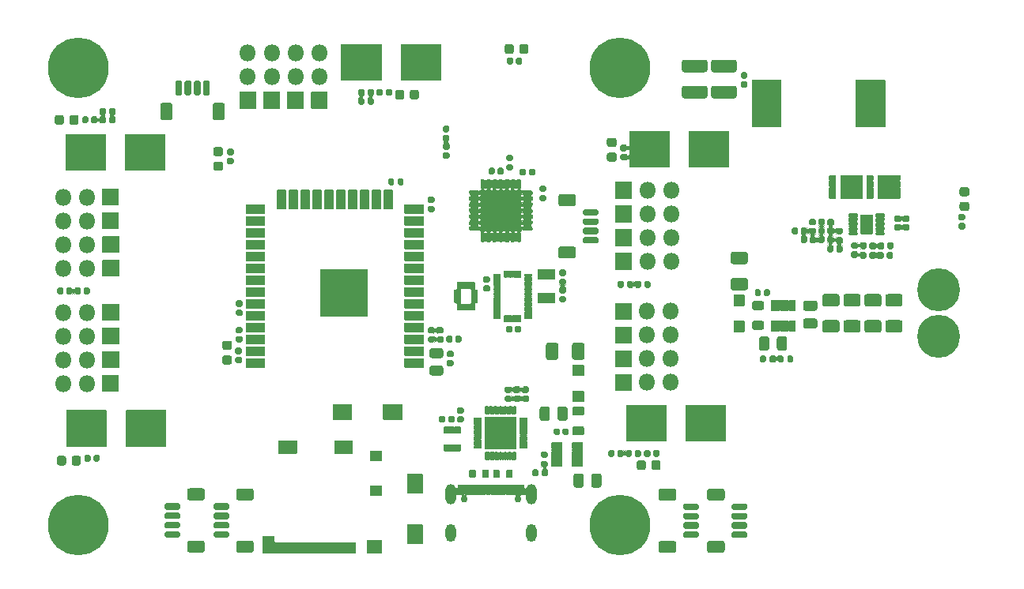
<source format=gbr>
G04 #@! TF.GenerationSoftware,KiCad,Pcbnew,5.1.7-a382d34a8~88~ubuntu18.04.1*
G04 #@! TF.CreationDate,2021-07-04T11:49:53-04:00*
G04 #@! TF.ProjectId,SmallKat v2,536d616c-6c4b-4617-9420-76322e6b6963,rev?*
G04 #@! TF.SameCoordinates,Original*
G04 #@! TF.FileFunction,Soldermask,Top*
G04 #@! TF.FilePolarity,Negative*
%FSLAX46Y46*%
G04 Gerber Fmt 4.6, Leading zero omitted, Abs format (unit mm)*
G04 Created by KiCad (PCBNEW 5.1.7-a382d34a8~88~ubuntu18.04.1) date 2021-07-04 11:49:53*
%MOMM*%
%LPD*%
G01*
G04 APERTURE LIST*
%ADD10C,4.602000*%
%ADD11O,1.802000X1.802000*%
%ADD12O,1.102000X2.202000*%
%ADD13O,1.102000X1.902000*%
%ADD14C,0.752000*%
%ADD15C,0.902000*%
%ADD16C,6.502000*%
%ADD17C,0.100000*%
G04 APERTURE END LIST*
G36*
G01*
X118535000Y-126166000D02*
X115185000Y-126166000D01*
G75*
G02*
X115134000Y-126115000I0J51000D01*
G01*
X115134000Y-122765000D01*
G75*
G02*
X115185000Y-122714000I51000J0D01*
G01*
X118535000Y-122714000D01*
G75*
G02*
X118586000Y-122765000I0J-51000D01*
G01*
X118586000Y-126115000D01*
G75*
G02*
X118535000Y-126166000I-51000J0D01*
G01*
G37*
G36*
G01*
X114773000Y-126116000D02*
X114047000Y-126116000D01*
G75*
G02*
X113959000Y-126028000I0J88000D01*
G01*
X113959000Y-125852000D01*
G75*
G02*
X114047000Y-125764000I88000J0D01*
G01*
X114773000Y-125764000D01*
G75*
G02*
X114861000Y-125852000I0J-88000D01*
G01*
X114861000Y-126028000D01*
G75*
G02*
X114773000Y-126116000I-88000J0D01*
G01*
G37*
G36*
G01*
X114773000Y-125616000D02*
X114047000Y-125616000D01*
G75*
G02*
X113959000Y-125528000I0J88000D01*
G01*
X113959000Y-125352000D01*
G75*
G02*
X114047000Y-125264000I88000J0D01*
G01*
X114773000Y-125264000D01*
G75*
G02*
X114861000Y-125352000I0J-88000D01*
G01*
X114861000Y-125528000D01*
G75*
G02*
X114773000Y-125616000I-88000J0D01*
G01*
G37*
G36*
G01*
X114773000Y-125116000D02*
X114047000Y-125116000D01*
G75*
G02*
X113959000Y-125028000I0J88000D01*
G01*
X113959000Y-124852000D01*
G75*
G02*
X114047000Y-124764000I88000J0D01*
G01*
X114773000Y-124764000D01*
G75*
G02*
X114861000Y-124852000I0J-88000D01*
G01*
X114861000Y-125028000D01*
G75*
G02*
X114773000Y-125116000I-88000J0D01*
G01*
G37*
G36*
G01*
X114773000Y-124616000D02*
X114047000Y-124616000D01*
G75*
G02*
X113959000Y-124528000I0J88000D01*
G01*
X113959000Y-124352000D01*
G75*
G02*
X114047000Y-124264000I88000J0D01*
G01*
X114773000Y-124264000D01*
G75*
G02*
X114861000Y-124352000I0J-88000D01*
G01*
X114861000Y-124528000D01*
G75*
G02*
X114773000Y-124616000I-88000J0D01*
G01*
G37*
G36*
G01*
X114773000Y-124116000D02*
X114047000Y-124116000D01*
G75*
G02*
X113959000Y-124028000I0J88000D01*
G01*
X113959000Y-123852000D01*
G75*
G02*
X114047000Y-123764000I88000J0D01*
G01*
X114773000Y-123764000D01*
G75*
G02*
X114861000Y-123852000I0J-88000D01*
G01*
X114861000Y-124028000D01*
G75*
G02*
X114773000Y-124116000I-88000J0D01*
G01*
G37*
G36*
G01*
X114773000Y-123616000D02*
X114047000Y-123616000D01*
G75*
G02*
X113959000Y-123528000I0J88000D01*
G01*
X113959000Y-123352000D01*
G75*
G02*
X114047000Y-123264000I88000J0D01*
G01*
X114773000Y-123264000D01*
G75*
G02*
X114861000Y-123352000I0J-88000D01*
G01*
X114861000Y-123528000D01*
G75*
G02*
X114773000Y-123616000I-88000J0D01*
G01*
G37*
G36*
G01*
X114773000Y-123116000D02*
X114047000Y-123116000D01*
G75*
G02*
X113959000Y-123028000I0J88000D01*
G01*
X113959000Y-122852000D01*
G75*
G02*
X114047000Y-122764000I88000J0D01*
G01*
X114773000Y-122764000D01*
G75*
G02*
X114861000Y-122852000I0J-88000D01*
G01*
X114861000Y-123028000D01*
G75*
G02*
X114773000Y-123116000I-88000J0D01*
G01*
G37*
G36*
G01*
X115448000Y-122441000D02*
X115272000Y-122441000D01*
G75*
G02*
X115184000Y-122353000I0J88000D01*
G01*
X115184000Y-121627000D01*
G75*
G02*
X115272000Y-121539000I88000J0D01*
G01*
X115448000Y-121539000D01*
G75*
G02*
X115536000Y-121627000I0J-88000D01*
G01*
X115536000Y-122353000D01*
G75*
G02*
X115448000Y-122441000I-88000J0D01*
G01*
G37*
G36*
G01*
X115948000Y-122441000D02*
X115772000Y-122441000D01*
G75*
G02*
X115684000Y-122353000I0J88000D01*
G01*
X115684000Y-121627000D01*
G75*
G02*
X115772000Y-121539000I88000J0D01*
G01*
X115948000Y-121539000D01*
G75*
G02*
X116036000Y-121627000I0J-88000D01*
G01*
X116036000Y-122353000D01*
G75*
G02*
X115948000Y-122441000I-88000J0D01*
G01*
G37*
G36*
G01*
X116448000Y-122441000D02*
X116272000Y-122441000D01*
G75*
G02*
X116184000Y-122353000I0J88000D01*
G01*
X116184000Y-121627000D01*
G75*
G02*
X116272000Y-121539000I88000J0D01*
G01*
X116448000Y-121539000D01*
G75*
G02*
X116536000Y-121627000I0J-88000D01*
G01*
X116536000Y-122353000D01*
G75*
G02*
X116448000Y-122441000I-88000J0D01*
G01*
G37*
G36*
G01*
X116948000Y-122441000D02*
X116772000Y-122441000D01*
G75*
G02*
X116684000Y-122353000I0J88000D01*
G01*
X116684000Y-121627000D01*
G75*
G02*
X116772000Y-121539000I88000J0D01*
G01*
X116948000Y-121539000D01*
G75*
G02*
X117036000Y-121627000I0J-88000D01*
G01*
X117036000Y-122353000D01*
G75*
G02*
X116948000Y-122441000I-88000J0D01*
G01*
G37*
G36*
G01*
X117448000Y-122441000D02*
X117272000Y-122441000D01*
G75*
G02*
X117184000Y-122353000I0J88000D01*
G01*
X117184000Y-121627000D01*
G75*
G02*
X117272000Y-121539000I88000J0D01*
G01*
X117448000Y-121539000D01*
G75*
G02*
X117536000Y-121627000I0J-88000D01*
G01*
X117536000Y-122353000D01*
G75*
G02*
X117448000Y-122441000I-88000J0D01*
G01*
G37*
G36*
G01*
X117948000Y-122441000D02*
X117772000Y-122441000D01*
G75*
G02*
X117684000Y-122353000I0J88000D01*
G01*
X117684000Y-121627000D01*
G75*
G02*
X117772000Y-121539000I88000J0D01*
G01*
X117948000Y-121539000D01*
G75*
G02*
X118036000Y-121627000I0J-88000D01*
G01*
X118036000Y-122353000D01*
G75*
G02*
X117948000Y-122441000I-88000J0D01*
G01*
G37*
G36*
G01*
X118448000Y-122441000D02*
X118272000Y-122441000D01*
G75*
G02*
X118184000Y-122353000I0J88000D01*
G01*
X118184000Y-121627000D01*
G75*
G02*
X118272000Y-121539000I88000J0D01*
G01*
X118448000Y-121539000D01*
G75*
G02*
X118536000Y-121627000I0J-88000D01*
G01*
X118536000Y-122353000D01*
G75*
G02*
X118448000Y-122441000I-88000J0D01*
G01*
G37*
G36*
G01*
X119673000Y-123116000D02*
X118947000Y-123116000D01*
G75*
G02*
X118859000Y-123028000I0J88000D01*
G01*
X118859000Y-122852000D01*
G75*
G02*
X118947000Y-122764000I88000J0D01*
G01*
X119673000Y-122764000D01*
G75*
G02*
X119761000Y-122852000I0J-88000D01*
G01*
X119761000Y-123028000D01*
G75*
G02*
X119673000Y-123116000I-88000J0D01*
G01*
G37*
G36*
G01*
X119673000Y-123616000D02*
X118947000Y-123616000D01*
G75*
G02*
X118859000Y-123528000I0J88000D01*
G01*
X118859000Y-123352000D01*
G75*
G02*
X118947000Y-123264000I88000J0D01*
G01*
X119673000Y-123264000D01*
G75*
G02*
X119761000Y-123352000I0J-88000D01*
G01*
X119761000Y-123528000D01*
G75*
G02*
X119673000Y-123616000I-88000J0D01*
G01*
G37*
G36*
G01*
X119673000Y-124116000D02*
X118947000Y-124116000D01*
G75*
G02*
X118859000Y-124028000I0J88000D01*
G01*
X118859000Y-123852000D01*
G75*
G02*
X118947000Y-123764000I88000J0D01*
G01*
X119673000Y-123764000D01*
G75*
G02*
X119761000Y-123852000I0J-88000D01*
G01*
X119761000Y-124028000D01*
G75*
G02*
X119673000Y-124116000I-88000J0D01*
G01*
G37*
G36*
G01*
X119673000Y-124616000D02*
X118947000Y-124616000D01*
G75*
G02*
X118859000Y-124528000I0J88000D01*
G01*
X118859000Y-124352000D01*
G75*
G02*
X118947000Y-124264000I88000J0D01*
G01*
X119673000Y-124264000D01*
G75*
G02*
X119761000Y-124352000I0J-88000D01*
G01*
X119761000Y-124528000D01*
G75*
G02*
X119673000Y-124616000I-88000J0D01*
G01*
G37*
G36*
G01*
X119673000Y-125116000D02*
X118947000Y-125116000D01*
G75*
G02*
X118859000Y-125028000I0J88000D01*
G01*
X118859000Y-124852000D01*
G75*
G02*
X118947000Y-124764000I88000J0D01*
G01*
X119673000Y-124764000D01*
G75*
G02*
X119761000Y-124852000I0J-88000D01*
G01*
X119761000Y-125028000D01*
G75*
G02*
X119673000Y-125116000I-88000J0D01*
G01*
G37*
G36*
G01*
X119673000Y-125616000D02*
X118947000Y-125616000D01*
G75*
G02*
X118859000Y-125528000I0J88000D01*
G01*
X118859000Y-125352000D01*
G75*
G02*
X118947000Y-125264000I88000J0D01*
G01*
X119673000Y-125264000D01*
G75*
G02*
X119761000Y-125352000I0J-88000D01*
G01*
X119761000Y-125528000D01*
G75*
G02*
X119673000Y-125616000I-88000J0D01*
G01*
G37*
G36*
G01*
X119673000Y-126116000D02*
X118947000Y-126116000D01*
G75*
G02*
X118859000Y-126028000I0J88000D01*
G01*
X118859000Y-125852000D01*
G75*
G02*
X118947000Y-125764000I88000J0D01*
G01*
X119673000Y-125764000D01*
G75*
G02*
X119761000Y-125852000I0J-88000D01*
G01*
X119761000Y-126028000D01*
G75*
G02*
X119673000Y-126116000I-88000J0D01*
G01*
G37*
G36*
G01*
X118448000Y-127341000D02*
X118272000Y-127341000D01*
G75*
G02*
X118184000Y-127253000I0J88000D01*
G01*
X118184000Y-126527000D01*
G75*
G02*
X118272000Y-126439000I88000J0D01*
G01*
X118448000Y-126439000D01*
G75*
G02*
X118536000Y-126527000I0J-88000D01*
G01*
X118536000Y-127253000D01*
G75*
G02*
X118448000Y-127341000I-88000J0D01*
G01*
G37*
G36*
G01*
X117948000Y-127341000D02*
X117772000Y-127341000D01*
G75*
G02*
X117684000Y-127253000I0J88000D01*
G01*
X117684000Y-126527000D01*
G75*
G02*
X117772000Y-126439000I88000J0D01*
G01*
X117948000Y-126439000D01*
G75*
G02*
X118036000Y-126527000I0J-88000D01*
G01*
X118036000Y-127253000D01*
G75*
G02*
X117948000Y-127341000I-88000J0D01*
G01*
G37*
G36*
G01*
X117448000Y-127341000D02*
X117272000Y-127341000D01*
G75*
G02*
X117184000Y-127253000I0J88000D01*
G01*
X117184000Y-126527000D01*
G75*
G02*
X117272000Y-126439000I88000J0D01*
G01*
X117448000Y-126439000D01*
G75*
G02*
X117536000Y-126527000I0J-88000D01*
G01*
X117536000Y-127253000D01*
G75*
G02*
X117448000Y-127341000I-88000J0D01*
G01*
G37*
G36*
G01*
X116948000Y-127341000D02*
X116772000Y-127341000D01*
G75*
G02*
X116684000Y-127253000I0J88000D01*
G01*
X116684000Y-126527000D01*
G75*
G02*
X116772000Y-126439000I88000J0D01*
G01*
X116948000Y-126439000D01*
G75*
G02*
X117036000Y-126527000I0J-88000D01*
G01*
X117036000Y-127253000D01*
G75*
G02*
X116948000Y-127341000I-88000J0D01*
G01*
G37*
G36*
G01*
X116448000Y-127341000D02*
X116272000Y-127341000D01*
G75*
G02*
X116184000Y-127253000I0J88000D01*
G01*
X116184000Y-126527000D01*
G75*
G02*
X116272000Y-126439000I88000J0D01*
G01*
X116448000Y-126439000D01*
G75*
G02*
X116536000Y-126527000I0J-88000D01*
G01*
X116536000Y-127253000D01*
G75*
G02*
X116448000Y-127341000I-88000J0D01*
G01*
G37*
G36*
G01*
X115948000Y-127341000D02*
X115772000Y-127341000D01*
G75*
G02*
X115684000Y-127253000I0J88000D01*
G01*
X115684000Y-126527000D01*
G75*
G02*
X115772000Y-126439000I88000J0D01*
G01*
X115948000Y-126439000D01*
G75*
G02*
X116036000Y-126527000I0J-88000D01*
G01*
X116036000Y-127253000D01*
G75*
G02*
X115948000Y-127341000I-88000J0D01*
G01*
G37*
G36*
G01*
X115448000Y-127341000D02*
X115272000Y-127341000D01*
G75*
G02*
X115184000Y-127253000I0J88000D01*
G01*
X115184000Y-126527000D01*
G75*
G02*
X115272000Y-126439000I88000J0D01*
G01*
X115448000Y-126439000D01*
G75*
G02*
X115536000Y-126527000I0J-88000D01*
G01*
X115536000Y-127253000D01*
G75*
G02*
X115448000Y-127341000I-88000J0D01*
G01*
G37*
G36*
G01*
X112585000Y-111294800D02*
X112235000Y-111294800D01*
G75*
G02*
X112184000Y-111243800I0J51000D01*
G01*
X112184000Y-110633800D01*
G75*
G02*
X112235000Y-110582800I51000J0D01*
G01*
X112585000Y-110582800D01*
G75*
G02*
X112636000Y-110633800I0J-51000D01*
G01*
X112636000Y-111243800D01*
G75*
G02*
X112585000Y-111294800I-51000J0D01*
G01*
G37*
G36*
G01*
X113085000Y-111294800D02*
X112735000Y-111294800D01*
G75*
G02*
X112684000Y-111243800I0J51000D01*
G01*
X112684000Y-110633800D01*
G75*
G02*
X112735000Y-110582800I51000J0D01*
G01*
X113085000Y-110582800D01*
G75*
G02*
X113136000Y-110633800I0J-51000D01*
G01*
X113136000Y-111243800D01*
G75*
G02*
X113085000Y-111294800I-51000J0D01*
G01*
G37*
G36*
G01*
X113585000Y-111294800D02*
X113235000Y-111294800D01*
G75*
G02*
X113184000Y-111243800I0J51000D01*
G01*
X113184000Y-110633800D01*
G75*
G02*
X113235000Y-110582800I51000J0D01*
G01*
X113585000Y-110582800D01*
G75*
G02*
X113636000Y-110633800I0J-51000D01*
G01*
X113636000Y-111243800D01*
G75*
G02*
X113585000Y-111294800I-51000J0D01*
G01*
G37*
G36*
G01*
X114085000Y-111294800D02*
X113735000Y-111294800D01*
G75*
G02*
X113684000Y-111243800I0J51000D01*
G01*
X113684000Y-110633800D01*
G75*
G02*
X113735000Y-110582800I51000J0D01*
G01*
X114085000Y-110582800D01*
G75*
G02*
X114136000Y-110633800I0J-51000D01*
G01*
X114136000Y-111243800D01*
G75*
G02*
X114085000Y-111294800I-51000J0D01*
G01*
G37*
G36*
G01*
X114375000Y-110504800D02*
X113765000Y-110504800D01*
G75*
G02*
X113714000Y-110453800I0J51000D01*
G01*
X113714000Y-110103800D01*
G75*
G02*
X113765000Y-110052800I51000J0D01*
G01*
X114375000Y-110052800D01*
G75*
G02*
X114426000Y-110103800I0J-51000D01*
G01*
X114426000Y-110453800D01*
G75*
G02*
X114375000Y-110504800I-51000J0D01*
G01*
G37*
G36*
G01*
X114375000Y-110004800D02*
X113765000Y-110004800D01*
G75*
G02*
X113714000Y-109953800I0J51000D01*
G01*
X113714000Y-109603800D01*
G75*
G02*
X113765000Y-109552800I51000J0D01*
G01*
X114375000Y-109552800D01*
G75*
G02*
X114426000Y-109603800I0J-51000D01*
G01*
X114426000Y-109953800D01*
G75*
G02*
X114375000Y-110004800I-51000J0D01*
G01*
G37*
G36*
G01*
X114375000Y-109504800D02*
X113765000Y-109504800D01*
G75*
G02*
X113714000Y-109453800I0J51000D01*
G01*
X113714000Y-109103800D01*
G75*
G02*
X113765000Y-109052800I51000J0D01*
G01*
X114375000Y-109052800D01*
G75*
G02*
X114426000Y-109103800I0J-51000D01*
G01*
X114426000Y-109453800D01*
G75*
G02*
X114375000Y-109504800I-51000J0D01*
G01*
G37*
G36*
G01*
X114085000Y-108974800D02*
X113735000Y-108974800D01*
G75*
G02*
X113684000Y-108923800I0J51000D01*
G01*
X113684000Y-108313800D01*
G75*
G02*
X113735000Y-108262800I51000J0D01*
G01*
X114085000Y-108262800D01*
G75*
G02*
X114136000Y-108313800I0J-51000D01*
G01*
X114136000Y-108923800D01*
G75*
G02*
X114085000Y-108974800I-51000J0D01*
G01*
G37*
G36*
G01*
X113585000Y-108974800D02*
X113235000Y-108974800D01*
G75*
G02*
X113184000Y-108923800I0J51000D01*
G01*
X113184000Y-108313800D01*
G75*
G02*
X113235000Y-108262800I51000J0D01*
G01*
X113585000Y-108262800D01*
G75*
G02*
X113636000Y-108313800I0J-51000D01*
G01*
X113636000Y-108923800D01*
G75*
G02*
X113585000Y-108974800I-51000J0D01*
G01*
G37*
G36*
G01*
X113085000Y-108974800D02*
X112735000Y-108974800D01*
G75*
G02*
X112684000Y-108923800I0J51000D01*
G01*
X112684000Y-108313800D01*
G75*
G02*
X112735000Y-108262800I51000J0D01*
G01*
X113085000Y-108262800D01*
G75*
G02*
X113136000Y-108313800I0J-51000D01*
G01*
X113136000Y-108923800D01*
G75*
G02*
X113085000Y-108974800I-51000J0D01*
G01*
G37*
G36*
G01*
X112585000Y-108974800D02*
X112235000Y-108974800D01*
G75*
G02*
X112184000Y-108923800I0J51000D01*
G01*
X112184000Y-108313800D01*
G75*
G02*
X112235000Y-108262800I51000J0D01*
G01*
X112585000Y-108262800D01*
G75*
G02*
X112636000Y-108313800I0J-51000D01*
G01*
X112636000Y-108923800D01*
G75*
G02*
X112585000Y-108974800I-51000J0D01*
G01*
G37*
G36*
G01*
X112555000Y-109504800D02*
X111945000Y-109504800D01*
G75*
G02*
X111894000Y-109453800I0J51000D01*
G01*
X111894000Y-109103800D01*
G75*
G02*
X111945000Y-109052800I51000J0D01*
G01*
X112555000Y-109052800D01*
G75*
G02*
X112606000Y-109103800I0J-51000D01*
G01*
X112606000Y-109453800D01*
G75*
G02*
X112555000Y-109504800I-51000J0D01*
G01*
G37*
G36*
G01*
X112555000Y-110004800D02*
X111945000Y-110004800D01*
G75*
G02*
X111894000Y-109953800I0J51000D01*
G01*
X111894000Y-109603800D01*
G75*
G02*
X111945000Y-109552800I51000J0D01*
G01*
X112555000Y-109552800D01*
G75*
G02*
X112606000Y-109603800I0J-51000D01*
G01*
X112606000Y-109953800D01*
G75*
G02*
X112555000Y-110004800I-51000J0D01*
G01*
G37*
G36*
G01*
X112555000Y-110504800D02*
X111945000Y-110504800D01*
G75*
G02*
X111894000Y-110453800I0J51000D01*
G01*
X111894000Y-110103800D01*
G75*
G02*
X111945000Y-110052800I51000J0D01*
G01*
X112555000Y-110052800D01*
G75*
G02*
X112606000Y-110103800I0J-51000D01*
G01*
X112606000Y-110453800D01*
G75*
G02*
X112555000Y-110504800I-51000J0D01*
G01*
G37*
G36*
G01*
X124504000Y-116325600D02*
X124504000Y-115014400D01*
G75*
G02*
X124774400Y-114744000I270400J0D01*
G01*
X125585600Y-114744000D01*
G75*
G02*
X125856000Y-115014400I0J-270400D01*
G01*
X125856000Y-116325600D01*
G75*
G02*
X125585600Y-116596000I-270400J0D01*
G01*
X124774400Y-116596000D01*
G75*
G02*
X124504000Y-116325600I0J270400D01*
G01*
G37*
G36*
G01*
X121704000Y-116325600D02*
X121704000Y-115014400D01*
G75*
G02*
X121974400Y-114744000I270400J0D01*
G01*
X122785600Y-114744000D01*
G75*
G02*
X123056000Y-115014400I0J-270400D01*
G01*
X123056000Y-116325600D01*
G75*
G02*
X122785600Y-116596000I-270400J0D01*
G01*
X121974400Y-116596000D01*
G75*
G02*
X121704000Y-116325600I0J270400D01*
G01*
G37*
G36*
G01*
X141764400Y-107784000D02*
X143075600Y-107784000D01*
G75*
G02*
X143346000Y-108054400I0J-270400D01*
G01*
X143346000Y-108865600D01*
G75*
G02*
X143075600Y-109136000I-270400J0D01*
G01*
X141764400Y-109136000D01*
G75*
G02*
X141494000Y-108865600I0J270400D01*
G01*
X141494000Y-108054400D01*
G75*
G02*
X141764400Y-107784000I270400J0D01*
G01*
G37*
G36*
G01*
X141764400Y-104984000D02*
X143075600Y-104984000D01*
G75*
G02*
X143346000Y-105254400I0J-270400D01*
G01*
X143346000Y-106065600D01*
G75*
G02*
X143075600Y-106336000I-270400J0D01*
G01*
X141764400Y-106336000D01*
G75*
G02*
X141494000Y-106065600I0J270400D01*
G01*
X141494000Y-105254400D01*
G75*
G02*
X141764400Y-104984000I270400J0D01*
G01*
G37*
G36*
G01*
X81731000Y-89275248D02*
X81731000Y-90634752D01*
G75*
G02*
X81459752Y-90906000I-271248J0D01*
G01*
X80700248Y-90906000D01*
G75*
G02*
X80429000Y-90634752I0J271248D01*
G01*
X80429000Y-89275248D01*
G75*
G02*
X80700248Y-89004000I271248J0D01*
G01*
X81459752Y-89004000D01*
G75*
G02*
X81731000Y-89275248I0J-271248D01*
G01*
G37*
G36*
G01*
X87331000Y-89275248D02*
X87331000Y-90634752D01*
G75*
G02*
X87059752Y-90906000I-271248J0D01*
G01*
X86300248Y-90906000D01*
G75*
G02*
X86029000Y-90634752I0J271248D01*
G01*
X86029000Y-89275248D01*
G75*
G02*
X86300248Y-89004000I271248J0D01*
G01*
X87059752Y-89004000D01*
G75*
G02*
X87331000Y-89275248I0J-271248D01*
G01*
G37*
G36*
G01*
X82731000Y-86779500D02*
X82731000Y-88080500D01*
G75*
G02*
X82555500Y-88256000I-175500J0D01*
G01*
X82204500Y-88256000D01*
G75*
G02*
X82029000Y-88080500I0J175500D01*
G01*
X82029000Y-86779500D01*
G75*
G02*
X82204500Y-86604000I175500J0D01*
G01*
X82555500Y-86604000D01*
G75*
G02*
X82731000Y-86779500I0J-175500D01*
G01*
G37*
G36*
G01*
X83731000Y-86779500D02*
X83731000Y-88080500D01*
G75*
G02*
X83555500Y-88256000I-175500J0D01*
G01*
X83204500Y-88256000D01*
G75*
G02*
X83029000Y-88080500I0J175500D01*
G01*
X83029000Y-86779500D01*
G75*
G02*
X83204500Y-86604000I175500J0D01*
G01*
X83555500Y-86604000D01*
G75*
G02*
X83731000Y-86779500I0J-175500D01*
G01*
G37*
G36*
G01*
X84731000Y-86779500D02*
X84731000Y-88080500D01*
G75*
G02*
X84555500Y-88256000I-175500J0D01*
G01*
X84204500Y-88256000D01*
G75*
G02*
X84029000Y-88080500I0J175500D01*
G01*
X84029000Y-86779500D01*
G75*
G02*
X84204500Y-86604000I175500J0D01*
G01*
X84555500Y-86604000D01*
G75*
G02*
X84731000Y-86779500I0J-175500D01*
G01*
G37*
G36*
G01*
X85731000Y-86779500D02*
X85731000Y-88080500D01*
G75*
G02*
X85555500Y-88256000I-175500J0D01*
G01*
X85204500Y-88256000D01*
G75*
G02*
X85029000Y-88080500I0J175500D01*
G01*
X85029000Y-86779500D01*
G75*
G02*
X85204500Y-86604000I175500J0D01*
G01*
X85555500Y-86604000D01*
G75*
G02*
X85731000Y-86779500I0J-175500D01*
G01*
G37*
G36*
G01*
X83560248Y-135959000D02*
X84919752Y-135959000D01*
G75*
G02*
X85191000Y-136230248I0J-271248D01*
G01*
X85191000Y-136989752D01*
G75*
G02*
X84919752Y-137261000I-271248J0D01*
G01*
X83560248Y-137261000D01*
G75*
G02*
X83289000Y-136989752I0J271248D01*
G01*
X83289000Y-136230248D01*
G75*
G02*
X83560248Y-135959000I271248J0D01*
G01*
G37*
G36*
G01*
X83560248Y-130359000D02*
X84919752Y-130359000D01*
G75*
G02*
X85191000Y-130630248I0J-271248D01*
G01*
X85191000Y-131389752D01*
G75*
G02*
X84919752Y-131661000I-271248J0D01*
G01*
X83560248Y-131661000D01*
G75*
G02*
X83289000Y-131389752I0J271248D01*
G01*
X83289000Y-130630248D01*
G75*
G02*
X83560248Y-130359000I271248J0D01*
G01*
G37*
G36*
G01*
X81064500Y-134959000D02*
X82365500Y-134959000D01*
G75*
G02*
X82541000Y-135134500I0J-175500D01*
G01*
X82541000Y-135485500D01*
G75*
G02*
X82365500Y-135661000I-175500J0D01*
G01*
X81064500Y-135661000D01*
G75*
G02*
X80889000Y-135485500I0J175500D01*
G01*
X80889000Y-135134500D01*
G75*
G02*
X81064500Y-134959000I175500J0D01*
G01*
G37*
G36*
G01*
X81064500Y-133959000D02*
X82365500Y-133959000D01*
G75*
G02*
X82541000Y-134134500I0J-175500D01*
G01*
X82541000Y-134485500D01*
G75*
G02*
X82365500Y-134661000I-175500J0D01*
G01*
X81064500Y-134661000D01*
G75*
G02*
X80889000Y-134485500I0J175500D01*
G01*
X80889000Y-134134500D01*
G75*
G02*
X81064500Y-133959000I175500J0D01*
G01*
G37*
G36*
G01*
X81064500Y-132959000D02*
X82365500Y-132959000D01*
G75*
G02*
X82541000Y-133134500I0J-175500D01*
G01*
X82541000Y-133485500D01*
G75*
G02*
X82365500Y-133661000I-175500J0D01*
G01*
X81064500Y-133661000D01*
G75*
G02*
X80889000Y-133485500I0J175500D01*
G01*
X80889000Y-133134500D01*
G75*
G02*
X81064500Y-132959000I175500J0D01*
G01*
G37*
G36*
G01*
X81064500Y-131959000D02*
X82365500Y-131959000D01*
G75*
G02*
X82541000Y-132134500I0J-175500D01*
G01*
X82541000Y-132485500D01*
G75*
G02*
X82365500Y-132661000I-175500J0D01*
G01*
X81064500Y-132661000D01*
G75*
G02*
X80889000Y-132485500I0J175500D01*
G01*
X80889000Y-132134500D01*
G75*
G02*
X81064500Y-131959000I175500J0D01*
G01*
G37*
G36*
G01*
X140589752Y-131691000D02*
X139230248Y-131691000D01*
G75*
G02*
X138959000Y-131419752I0J271248D01*
G01*
X138959000Y-130660248D01*
G75*
G02*
X139230248Y-130389000I271248J0D01*
G01*
X140589752Y-130389000D01*
G75*
G02*
X140861000Y-130660248I0J-271248D01*
G01*
X140861000Y-131419752D01*
G75*
G02*
X140589752Y-131691000I-271248J0D01*
G01*
G37*
G36*
G01*
X140589752Y-137291000D02*
X139230248Y-137291000D01*
G75*
G02*
X138959000Y-137019752I0J271248D01*
G01*
X138959000Y-136260248D01*
G75*
G02*
X139230248Y-135989000I271248J0D01*
G01*
X140589752Y-135989000D01*
G75*
G02*
X140861000Y-136260248I0J-271248D01*
G01*
X140861000Y-137019752D01*
G75*
G02*
X140589752Y-137291000I-271248J0D01*
G01*
G37*
G36*
G01*
X143085500Y-132691000D02*
X141784500Y-132691000D01*
G75*
G02*
X141609000Y-132515500I0J175500D01*
G01*
X141609000Y-132164500D01*
G75*
G02*
X141784500Y-131989000I175500J0D01*
G01*
X143085500Y-131989000D01*
G75*
G02*
X143261000Y-132164500I0J-175500D01*
G01*
X143261000Y-132515500D01*
G75*
G02*
X143085500Y-132691000I-175500J0D01*
G01*
G37*
G36*
G01*
X143085500Y-133691000D02*
X141784500Y-133691000D01*
G75*
G02*
X141609000Y-133515500I0J175500D01*
G01*
X141609000Y-133164500D01*
G75*
G02*
X141784500Y-132989000I175500J0D01*
G01*
X143085500Y-132989000D01*
G75*
G02*
X143261000Y-133164500I0J-175500D01*
G01*
X143261000Y-133515500D01*
G75*
G02*
X143085500Y-133691000I-175500J0D01*
G01*
G37*
G36*
G01*
X143085500Y-134691000D02*
X141784500Y-134691000D01*
G75*
G02*
X141609000Y-134515500I0J175500D01*
G01*
X141609000Y-134164500D01*
G75*
G02*
X141784500Y-133989000I175500J0D01*
G01*
X143085500Y-133989000D01*
G75*
G02*
X143261000Y-134164500I0J-175500D01*
G01*
X143261000Y-134515500D01*
G75*
G02*
X143085500Y-134691000I-175500J0D01*
G01*
G37*
G36*
G01*
X143085500Y-135691000D02*
X141784500Y-135691000D01*
G75*
G02*
X141609000Y-135515500I0J175500D01*
G01*
X141609000Y-135164500D01*
G75*
G02*
X141784500Y-134989000I175500J0D01*
G01*
X143085500Y-134989000D01*
G75*
G02*
X143261000Y-135164500I0J-175500D01*
G01*
X143261000Y-135515500D01*
G75*
G02*
X143085500Y-135691000I-175500J0D01*
G01*
G37*
G36*
G01*
X124659752Y-100111000D02*
X123300248Y-100111000D01*
G75*
G02*
X123029000Y-99839752I0J271248D01*
G01*
X123029000Y-99080248D01*
G75*
G02*
X123300248Y-98809000I271248J0D01*
G01*
X124659752Y-98809000D01*
G75*
G02*
X124931000Y-99080248I0J-271248D01*
G01*
X124931000Y-99839752D01*
G75*
G02*
X124659752Y-100111000I-271248J0D01*
G01*
G37*
G36*
G01*
X124659752Y-105711000D02*
X123300248Y-105711000D01*
G75*
G02*
X123029000Y-105439752I0J271248D01*
G01*
X123029000Y-104680248D01*
G75*
G02*
X123300248Y-104409000I271248J0D01*
G01*
X124659752Y-104409000D01*
G75*
G02*
X124931000Y-104680248I0J-271248D01*
G01*
X124931000Y-105439752D01*
G75*
G02*
X124659752Y-105711000I-271248J0D01*
G01*
G37*
G36*
G01*
X127155500Y-101111000D02*
X125854500Y-101111000D01*
G75*
G02*
X125679000Y-100935500I0J175500D01*
G01*
X125679000Y-100584500D01*
G75*
G02*
X125854500Y-100409000I175500J0D01*
G01*
X127155500Y-100409000D01*
G75*
G02*
X127331000Y-100584500I0J-175500D01*
G01*
X127331000Y-100935500D01*
G75*
G02*
X127155500Y-101111000I-175500J0D01*
G01*
G37*
G36*
G01*
X127155500Y-102111000D02*
X125854500Y-102111000D01*
G75*
G02*
X125679000Y-101935500I0J175500D01*
G01*
X125679000Y-101584500D01*
G75*
G02*
X125854500Y-101409000I175500J0D01*
G01*
X127155500Y-101409000D01*
G75*
G02*
X127331000Y-101584500I0J-175500D01*
G01*
X127331000Y-101935500D01*
G75*
G02*
X127155500Y-102111000I-175500J0D01*
G01*
G37*
G36*
G01*
X127155500Y-103111000D02*
X125854500Y-103111000D01*
G75*
G02*
X125679000Y-102935500I0J175500D01*
G01*
X125679000Y-102584500D01*
G75*
G02*
X125854500Y-102409000I175500J0D01*
G01*
X127155500Y-102409000D01*
G75*
G02*
X127331000Y-102584500I0J-175500D01*
G01*
X127331000Y-102935500D01*
G75*
G02*
X127155500Y-103111000I-175500J0D01*
G01*
G37*
G36*
G01*
X127155500Y-104111000D02*
X125854500Y-104111000D01*
G75*
G02*
X125679000Y-103935500I0J175500D01*
G01*
X125679000Y-103584500D01*
G75*
G02*
X125854500Y-103409000I175500J0D01*
G01*
X127155500Y-103409000D01*
G75*
G02*
X127331000Y-103584500I0J-175500D01*
G01*
X127331000Y-103935500D01*
G75*
G02*
X127155500Y-104111000I-175500J0D01*
G01*
G37*
G36*
G01*
X88810248Y-135969000D02*
X90169752Y-135969000D01*
G75*
G02*
X90441000Y-136240248I0J-271248D01*
G01*
X90441000Y-136999752D01*
G75*
G02*
X90169752Y-137271000I-271248J0D01*
G01*
X88810248Y-137271000D01*
G75*
G02*
X88539000Y-136999752I0J271248D01*
G01*
X88539000Y-136240248D01*
G75*
G02*
X88810248Y-135969000I271248J0D01*
G01*
G37*
G36*
G01*
X88810248Y-130369000D02*
X90169752Y-130369000D01*
G75*
G02*
X90441000Y-130640248I0J-271248D01*
G01*
X90441000Y-131399752D01*
G75*
G02*
X90169752Y-131671000I-271248J0D01*
G01*
X88810248Y-131671000D01*
G75*
G02*
X88539000Y-131399752I0J271248D01*
G01*
X88539000Y-130640248D01*
G75*
G02*
X88810248Y-130369000I271248J0D01*
G01*
G37*
G36*
G01*
X86314500Y-134969000D02*
X87615500Y-134969000D01*
G75*
G02*
X87791000Y-135144500I0J-175500D01*
G01*
X87791000Y-135495500D01*
G75*
G02*
X87615500Y-135671000I-175500J0D01*
G01*
X86314500Y-135671000D01*
G75*
G02*
X86139000Y-135495500I0J175500D01*
G01*
X86139000Y-135144500D01*
G75*
G02*
X86314500Y-134969000I175500J0D01*
G01*
G37*
G36*
G01*
X86314500Y-133969000D02*
X87615500Y-133969000D01*
G75*
G02*
X87791000Y-134144500I0J-175500D01*
G01*
X87791000Y-134495500D01*
G75*
G02*
X87615500Y-134671000I-175500J0D01*
G01*
X86314500Y-134671000D01*
G75*
G02*
X86139000Y-134495500I0J175500D01*
G01*
X86139000Y-134144500D01*
G75*
G02*
X86314500Y-133969000I175500J0D01*
G01*
G37*
G36*
G01*
X86314500Y-132969000D02*
X87615500Y-132969000D01*
G75*
G02*
X87791000Y-133144500I0J-175500D01*
G01*
X87791000Y-133495500D01*
G75*
G02*
X87615500Y-133671000I-175500J0D01*
G01*
X86314500Y-133671000D01*
G75*
G02*
X86139000Y-133495500I0J175500D01*
G01*
X86139000Y-133144500D01*
G75*
G02*
X86314500Y-132969000I175500J0D01*
G01*
G37*
G36*
G01*
X86314500Y-131969000D02*
X87615500Y-131969000D01*
G75*
G02*
X87791000Y-132144500I0J-175500D01*
G01*
X87791000Y-132495500D01*
G75*
G02*
X87615500Y-132671000I-175500J0D01*
G01*
X86314500Y-132671000D01*
G75*
G02*
X86139000Y-132495500I0J175500D01*
G01*
X86139000Y-132144500D01*
G75*
G02*
X86314500Y-131969000I175500J0D01*
G01*
G37*
G36*
G01*
X135399752Y-131691000D02*
X134040248Y-131691000D01*
G75*
G02*
X133769000Y-131419752I0J271248D01*
G01*
X133769000Y-130660248D01*
G75*
G02*
X134040248Y-130389000I271248J0D01*
G01*
X135399752Y-130389000D01*
G75*
G02*
X135671000Y-130660248I0J-271248D01*
G01*
X135671000Y-131419752D01*
G75*
G02*
X135399752Y-131691000I-271248J0D01*
G01*
G37*
G36*
G01*
X135399752Y-137291000D02*
X134040248Y-137291000D01*
G75*
G02*
X133769000Y-137019752I0J271248D01*
G01*
X133769000Y-136260248D01*
G75*
G02*
X134040248Y-135989000I271248J0D01*
G01*
X135399752Y-135989000D01*
G75*
G02*
X135671000Y-136260248I0J-271248D01*
G01*
X135671000Y-137019752D01*
G75*
G02*
X135399752Y-137291000I-271248J0D01*
G01*
G37*
G36*
G01*
X137895500Y-132691000D02*
X136594500Y-132691000D01*
G75*
G02*
X136419000Y-132515500I0J175500D01*
G01*
X136419000Y-132164500D01*
G75*
G02*
X136594500Y-131989000I175500J0D01*
G01*
X137895500Y-131989000D01*
G75*
G02*
X138071000Y-132164500I0J-175500D01*
G01*
X138071000Y-132515500D01*
G75*
G02*
X137895500Y-132691000I-175500J0D01*
G01*
G37*
G36*
G01*
X137895500Y-133691000D02*
X136594500Y-133691000D01*
G75*
G02*
X136419000Y-133515500I0J175500D01*
G01*
X136419000Y-133164500D01*
G75*
G02*
X136594500Y-132989000I175500J0D01*
G01*
X137895500Y-132989000D01*
G75*
G02*
X138071000Y-133164500I0J-175500D01*
G01*
X138071000Y-133515500D01*
G75*
G02*
X137895500Y-133691000I-175500J0D01*
G01*
G37*
G36*
G01*
X137895500Y-134691000D02*
X136594500Y-134691000D01*
G75*
G02*
X136419000Y-134515500I0J175500D01*
G01*
X136419000Y-134164500D01*
G75*
G02*
X136594500Y-133989000I175500J0D01*
G01*
X137895500Y-133989000D01*
G75*
G02*
X138071000Y-134164500I0J-175500D01*
G01*
X138071000Y-134515500D01*
G75*
G02*
X137895500Y-134691000I-175500J0D01*
G01*
G37*
G36*
G01*
X137895500Y-135691000D02*
X136594500Y-135691000D01*
G75*
G02*
X136419000Y-135515500I0J175500D01*
G01*
X136419000Y-135164500D01*
G75*
G02*
X136594500Y-134989000I175500J0D01*
G01*
X137895500Y-134989000D01*
G75*
G02*
X138071000Y-135164500I0J-175500D01*
G01*
X138071000Y-135515500D01*
G75*
G02*
X137895500Y-135691000I-175500J0D01*
G01*
G37*
G36*
G01*
X121600500Y-98551000D02*
X121179500Y-98551000D01*
G75*
G02*
X121019000Y-98390500I0J160500D01*
G01*
X121019000Y-98069500D01*
G75*
G02*
X121179500Y-97909000I160500J0D01*
G01*
X121600500Y-97909000D01*
G75*
G02*
X121761000Y-98069500I0J-160500D01*
G01*
X121761000Y-98390500D01*
G75*
G02*
X121600500Y-98551000I-160500J0D01*
G01*
G37*
G36*
G01*
X121600500Y-99571000D02*
X121179500Y-99571000D01*
G75*
G02*
X121019000Y-99410500I0J160500D01*
G01*
X121019000Y-99089500D01*
G75*
G02*
X121179500Y-98929000I160500J0D01*
G01*
X121600500Y-98929000D01*
G75*
G02*
X121761000Y-99089500I0J-160500D01*
G01*
X121761000Y-99410500D01*
G75*
G02*
X121600500Y-99571000I-160500J0D01*
G01*
G37*
G36*
G01*
X91661800Y-116466200D02*
X91661800Y-117366200D01*
G75*
G02*
X91610800Y-117417200I-51000J0D01*
G01*
X89610800Y-117417200D01*
G75*
G02*
X89559800Y-117366200I0J51000D01*
G01*
X89559800Y-116466200D01*
G75*
G02*
X89610800Y-116415200I51000J0D01*
G01*
X91610800Y-116415200D01*
G75*
G02*
X91661800Y-116466200I0J-51000D01*
G01*
G37*
G36*
G01*
X91661800Y-115196200D02*
X91661800Y-116096200D01*
G75*
G02*
X91610800Y-116147200I-51000J0D01*
G01*
X89610800Y-116147200D01*
G75*
G02*
X89559800Y-116096200I0J51000D01*
G01*
X89559800Y-115196200D01*
G75*
G02*
X89610800Y-115145200I51000J0D01*
G01*
X91610800Y-115145200D01*
G75*
G02*
X91661800Y-115196200I0J-51000D01*
G01*
G37*
G36*
G01*
X91661800Y-113926200D02*
X91661800Y-114826200D01*
G75*
G02*
X91610800Y-114877200I-51000J0D01*
G01*
X89610800Y-114877200D01*
G75*
G02*
X89559800Y-114826200I0J51000D01*
G01*
X89559800Y-113926200D01*
G75*
G02*
X89610800Y-113875200I51000J0D01*
G01*
X91610800Y-113875200D01*
G75*
G02*
X91661800Y-113926200I0J-51000D01*
G01*
G37*
G36*
G01*
X91661800Y-112656200D02*
X91661800Y-113556200D01*
G75*
G02*
X91610800Y-113607200I-51000J0D01*
G01*
X89610800Y-113607200D01*
G75*
G02*
X89559800Y-113556200I0J51000D01*
G01*
X89559800Y-112656200D01*
G75*
G02*
X89610800Y-112605200I51000J0D01*
G01*
X91610800Y-112605200D01*
G75*
G02*
X91661800Y-112656200I0J-51000D01*
G01*
G37*
G36*
G01*
X91661800Y-111386200D02*
X91661800Y-112286200D01*
G75*
G02*
X91610800Y-112337200I-51000J0D01*
G01*
X89610800Y-112337200D01*
G75*
G02*
X89559800Y-112286200I0J51000D01*
G01*
X89559800Y-111386200D01*
G75*
G02*
X89610800Y-111335200I51000J0D01*
G01*
X91610800Y-111335200D01*
G75*
G02*
X91661800Y-111386200I0J-51000D01*
G01*
G37*
G36*
G01*
X91661800Y-110116200D02*
X91661800Y-111016200D01*
G75*
G02*
X91610800Y-111067200I-51000J0D01*
G01*
X89610800Y-111067200D01*
G75*
G02*
X89559800Y-111016200I0J51000D01*
G01*
X89559800Y-110116200D01*
G75*
G02*
X89610800Y-110065200I51000J0D01*
G01*
X91610800Y-110065200D01*
G75*
G02*
X91661800Y-110116200I0J-51000D01*
G01*
G37*
G36*
G01*
X91661800Y-108846200D02*
X91661800Y-109746200D01*
G75*
G02*
X91610800Y-109797200I-51000J0D01*
G01*
X89610800Y-109797200D01*
G75*
G02*
X89559800Y-109746200I0J51000D01*
G01*
X89559800Y-108846200D01*
G75*
G02*
X89610800Y-108795200I51000J0D01*
G01*
X91610800Y-108795200D01*
G75*
G02*
X91661800Y-108846200I0J-51000D01*
G01*
G37*
G36*
G01*
X91661800Y-107576200D02*
X91661800Y-108476200D01*
G75*
G02*
X91610800Y-108527200I-51000J0D01*
G01*
X89610800Y-108527200D01*
G75*
G02*
X89559800Y-108476200I0J51000D01*
G01*
X89559800Y-107576200D01*
G75*
G02*
X89610800Y-107525200I51000J0D01*
G01*
X91610800Y-107525200D01*
G75*
G02*
X91661800Y-107576200I0J-51000D01*
G01*
G37*
G36*
G01*
X91661800Y-106306200D02*
X91661800Y-107206200D01*
G75*
G02*
X91610800Y-107257200I-51000J0D01*
G01*
X89610800Y-107257200D01*
G75*
G02*
X89559800Y-107206200I0J51000D01*
G01*
X89559800Y-106306200D01*
G75*
G02*
X89610800Y-106255200I51000J0D01*
G01*
X91610800Y-106255200D01*
G75*
G02*
X91661800Y-106306200I0J-51000D01*
G01*
G37*
G36*
G01*
X91661800Y-105036200D02*
X91661800Y-105936200D01*
G75*
G02*
X91610800Y-105987200I-51000J0D01*
G01*
X89610800Y-105987200D01*
G75*
G02*
X89559800Y-105936200I0J51000D01*
G01*
X89559800Y-105036200D01*
G75*
G02*
X89610800Y-104985200I51000J0D01*
G01*
X91610800Y-104985200D01*
G75*
G02*
X91661800Y-105036200I0J-51000D01*
G01*
G37*
G36*
G01*
X91661800Y-103766200D02*
X91661800Y-104666200D01*
G75*
G02*
X91610800Y-104717200I-51000J0D01*
G01*
X89610800Y-104717200D01*
G75*
G02*
X89559800Y-104666200I0J51000D01*
G01*
X89559800Y-103766200D01*
G75*
G02*
X89610800Y-103715200I51000J0D01*
G01*
X91610800Y-103715200D01*
G75*
G02*
X91661800Y-103766200I0J-51000D01*
G01*
G37*
G36*
G01*
X91661800Y-102496200D02*
X91661800Y-103396200D01*
G75*
G02*
X91610800Y-103447200I-51000J0D01*
G01*
X89610800Y-103447200D01*
G75*
G02*
X89559800Y-103396200I0J51000D01*
G01*
X89559800Y-102496200D01*
G75*
G02*
X89610800Y-102445200I51000J0D01*
G01*
X91610800Y-102445200D01*
G75*
G02*
X91661800Y-102496200I0J-51000D01*
G01*
G37*
G36*
G01*
X91661800Y-101226200D02*
X91661800Y-102126200D01*
G75*
G02*
X91610800Y-102177200I-51000J0D01*
G01*
X89610800Y-102177200D01*
G75*
G02*
X89559800Y-102126200I0J51000D01*
G01*
X89559800Y-101226200D01*
G75*
G02*
X89610800Y-101175200I51000J0D01*
G01*
X91610800Y-101175200D01*
G75*
G02*
X91661800Y-101226200I0J-51000D01*
G01*
G37*
G36*
G01*
X91661800Y-99956200D02*
X91661800Y-100856200D01*
G75*
G02*
X91610800Y-100907200I-51000J0D01*
G01*
X89610800Y-100907200D01*
G75*
G02*
X89559800Y-100856200I0J51000D01*
G01*
X89559800Y-99956200D01*
G75*
G02*
X89610800Y-99905200I51000J0D01*
G01*
X91610800Y-99905200D01*
G75*
G02*
X91661800Y-99956200I0J-51000D01*
G01*
G37*
G36*
G01*
X92945800Y-98355200D02*
X93845800Y-98355200D01*
G75*
G02*
X93896800Y-98406200I0J-51000D01*
G01*
X93896800Y-100406200D01*
G75*
G02*
X93845800Y-100457200I-51000J0D01*
G01*
X92945800Y-100457200D01*
G75*
G02*
X92894800Y-100406200I0J51000D01*
G01*
X92894800Y-98406200D01*
G75*
G02*
X92945800Y-98355200I51000J0D01*
G01*
G37*
G36*
G01*
X94215800Y-98355200D02*
X95115800Y-98355200D01*
G75*
G02*
X95166800Y-98406200I0J-51000D01*
G01*
X95166800Y-100406200D01*
G75*
G02*
X95115800Y-100457200I-51000J0D01*
G01*
X94215800Y-100457200D01*
G75*
G02*
X94164800Y-100406200I0J51000D01*
G01*
X94164800Y-98406200D01*
G75*
G02*
X94215800Y-98355200I51000J0D01*
G01*
G37*
G36*
G01*
X95485800Y-98355200D02*
X96385800Y-98355200D01*
G75*
G02*
X96436800Y-98406200I0J-51000D01*
G01*
X96436800Y-100406200D01*
G75*
G02*
X96385800Y-100457200I-51000J0D01*
G01*
X95485800Y-100457200D01*
G75*
G02*
X95434800Y-100406200I0J51000D01*
G01*
X95434800Y-98406200D01*
G75*
G02*
X95485800Y-98355200I51000J0D01*
G01*
G37*
G36*
G01*
X96755800Y-98355200D02*
X97655800Y-98355200D01*
G75*
G02*
X97706800Y-98406200I0J-51000D01*
G01*
X97706800Y-100406200D01*
G75*
G02*
X97655800Y-100457200I-51000J0D01*
G01*
X96755800Y-100457200D01*
G75*
G02*
X96704800Y-100406200I0J51000D01*
G01*
X96704800Y-98406200D01*
G75*
G02*
X96755800Y-98355200I51000J0D01*
G01*
G37*
G36*
G01*
X98025800Y-98355200D02*
X98925800Y-98355200D01*
G75*
G02*
X98976800Y-98406200I0J-51000D01*
G01*
X98976800Y-100406200D01*
G75*
G02*
X98925800Y-100457200I-51000J0D01*
G01*
X98025800Y-100457200D01*
G75*
G02*
X97974800Y-100406200I0J51000D01*
G01*
X97974800Y-98406200D01*
G75*
G02*
X98025800Y-98355200I51000J0D01*
G01*
G37*
G36*
G01*
X99295800Y-98355200D02*
X100195800Y-98355200D01*
G75*
G02*
X100246800Y-98406200I0J-51000D01*
G01*
X100246800Y-100406200D01*
G75*
G02*
X100195800Y-100457200I-51000J0D01*
G01*
X99295800Y-100457200D01*
G75*
G02*
X99244800Y-100406200I0J51000D01*
G01*
X99244800Y-98406200D01*
G75*
G02*
X99295800Y-98355200I51000J0D01*
G01*
G37*
G36*
G01*
X100565800Y-98355200D02*
X101465800Y-98355200D01*
G75*
G02*
X101516800Y-98406200I0J-51000D01*
G01*
X101516800Y-100406200D01*
G75*
G02*
X101465800Y-100457200I-51000J0D01*
G01*
X100565800Y-100457200D01*
G75*
G02*
X100514800Y-100406200I0J51000D01*
G01*
X100514800Y-98406200D01*
G75*
G02*
X100565800Y-98355200I51000J0D01*
G01*
G37*
G36*
G01*
X101835800Y-98355200D02*
X102735800Y-98355200D01*
G75*
G02*
X102786800Y-98406200I0J-51000D01*
G01*
X102786800Y-100406200D01*
G75*
G02*
X102735800Y-100457200I-51000J0D01*
G01*
X101835800Y-100457200D01*
G75*
G02*
X101784800Y-100406200I0J51000D01*
G01*
X101784800Y-98406200D01*
G75*
G02*
X101835800Y-98355200I51000J0D01*
G01*
G37*
G36*
G01*
X103105800Y-98355200D02*
X104005800Y-98355200D01*
G75*
G02*
X104056800Y-98406200I0J-51000D01*
G01*
X104056800Y-100406200D01*
G75*
G02*
X104005800Y-100457200I-51000J0D01*
G01*
X103105800Y-100457200D01*
G75*
G02*
X103054800Y-100406200I0J51000D01*
G01*
X103054800Y-98406200D01*
G75*
G02*
X103105800Y-98355200I51000J0D01*
G01*
G37*
G36*
G01*
X104375800Y-98355200D02*
X105275800Y-98355200D01*
G75*
G02*
X105326800Y-98406200I0J-51000D01*
G01*
X105326800Y-100406200D01*
G75*
G02*
X105275800Y-100457200I-51000J0D01*
G01*
X104375800Y-100457200D01*
G75*
G02*
X104324800Y-100406200I0J51000D01*
G01*
X104324800Y-98406200D01*
G75*
G02*
X104375800Y-98355200I51000J0D01*
G01*
G37*
G36*
G01*
X108661800Y-99956200D02*
X108661800Y-100856200D01*
G75*
G02*
X108610800Y-100907200I-51000J0D01*
G01*
X106610800Y-100907200D01*
G75*
G02*
X106559800Y-100856200I0J51000D01*
G01*
X106559800Y-99956200D01*
G75*
G02*
X106610800Y-99905200I51000J0D01*
G01*
X108610800Y-99905200D01*
G75*
G02*
X108661800Y-99956200I0J-51000D01*
G01*
G37*
G36*
G01*
X108661800Y-101226200D02*
X108661800Y-102126200D01*
G75*
G02*
X108610800Y-102177200I-51000J0D01*
G01*
X106610800Y-102177200D01*
G75*
G02*
X106559800Y-102126200I0J51000D01*
G01*
X106559800Y-101226200D01*
G75*
G02*
X106610800Y-101175200I51000J0D01*
G01*
X108610800Y-101175200D01*
G75*
G02*
X108661800Y-101226200I0J-51000D01*
G01*
G37*
G36*
G01*
X108661800Y-102496200D02*
X108661800Y-103396200D01*
G75*
G02*
X108610800Y-103447200I-51000J0D01*
G01*
X106610800Y-103447200D01*
G75*
G02*
X106559800Y-103396200I0J51000D01*
G01*
X106559800Y-102496200D01*
G75*
G02*
X106610800Y-102445200I51000J0D01*
G01*
X108610800Y-102445200D01*
G75*
G02*
X108661800Y-102496200I0J-51000D01*
G01*
G37*
G36*
G01*
X108661800Y-103766200D02*
X108661800Y-104666200D01*
G75*
G02*
X108610800Y-104717200I-51000J0D01*
G01*
X106610800Y-104717200D01*
G75*
G02*
X106559800Y-104666200I0J51000D01*
G01*
X106559800Y-103766200D01*
G75*
G02*
X106610800Y-103715200I51000J0D01*
G01*
X108610800Y-103715200D01*
G75*
G02*
X108661800Y-103766200I0J-51000D01*
G01*
G37*
G36*
G01*
X108661800Y-105036200D02*
X108661800Y-105936200D01*
G75*
G02*
X108610800Y-105987200I-51000J0D01*
G01*
X106610800Y-105987200D01*
G75*
G02*
X106559800Y-105936200I0J51000D01*
G01*
X106559800Y-105036200D01*
G75*
G02*
X106610800Y-104985200I51000J0D01*
G01*
X108610800Y-104985200D01*
G75*
G02*
X108661800Y-105036200I0J-51000D01*
G01*
G37*
G36*
G01*
X108661800Y-106306200D02*
X108661800Y-107206200D01*
G75*
G02*
X108610800Y-107257200I-51000J0D01*
G01*
X106610800Y-107257200D01*
G75*
G02*
X106559800Y-107206200I0J51000D01*
G01*
X106559800Y-106306200D01*
G75*
G02*
X106610800Y-106255200I51000J0D01*
G01*
X108610800Y-106255200D01*
G75*
G02*
X108661800Y-106306200I0J-51000D01*
G01*
G37*
G36*
G01*
X108661800Y-107576200D02*
X108661800Y-108476200D01*
G75*
G02*
X108610800Y-108527200I-51000J0D01*
G01*
X106610800Y-108527200D01*
G75*
G02*
X106559800Y-108476200I0J51000D01*
G01*
X106559800Y-107576200D01*
G75*
G02*
X106610800Y-107525200I51000J0D01*
G01*
X108610800Y-107525200D01*
G75*
G02*
X108661800Y-107576200I0J-51000D01*
G01*
G37*
G36*
G01*
X108661800Y-108846200D02*
X108661800Y-109746200D01*
G75*
G02*
X108610800Y-109797200I-51000J0D01*
G01*
X106610800Y-109797200D01*
G75*
G02*
X106559800Y-109746200I0J51000D01*
G01*
X106559800Y-108846200D01*
G75*
G02*
X106610800Y-108795200I51000J0D01*
G01*
X108610800Y-108795200D01*
G75*
G02*
X108661800Y-108846200I0J-51000D01*
G01*
G37*
G36*
G01*
X108661800Y-110116200D02*
X108661800Y-111016200D01*
G75*
G02*
X108610800Y-111067200I-51000J0D01*
G01*
X106610800Y-111067200D01*
G75*
G02*
X106559800Y-111016200I0J51000D01*
G01*
X106559800Y-110116200D01*
G75*
G02*
X106610800Y-110065200I51000J0D01*
G01*
X108610800Y-110065200D01*
G75*
G02*
X108661800Y-110116200I0J-51000D01*
G01*
G37*
G36*
G01*
X108661800Y-111386200D02*
X108661800Y-112286200D01*
G75*
G02*
X108610800Y-112337200I-51000J0D01*
G01*
X106610800Y-112337200D01*
G75*
G02*
X106559800Y-112286200I0J51000D01*
G01*
X106559800Y-111386200D01*
G75*
G02*
X106610800Y-111335200I51000J0D01*
G01*
X108610800Y-111335200D01*
G75*
G02*
X108661800Y-111386200I0J-51000D01*
G01*
G37*
G36*
G01*
X108661800Y-112656200D02*
X108661800Y-113556200D01*
G75*
G02*
X108610800Y-113607200I-51000J0D01*
G01*
X106610800Y-113607200D01*
G75*
G02*
X106559800Y-113556200I0J51000D01*
G01*
X106559800Y-112656200D01*
G75*
G02*
X106610800Y-112605200I51000J0D01*
G01*
X108610800Y-112605200D01*
G75*
G02*
X108661800Y-112656200I0J-51000D01*
G01*
G37*
G36*
G01*
X108661800Y-113926200D02*
X108661800Y-114826200D01*
G75*
G02*
X108610800Y-114877200I-51000J0D01*
G01*
X106610800Y-114877200D01*
G75*
G02*
X106559800Y-114826200I0J51000D01*
G01*
X106559800Y-113926200D01*
G75*
G02*
X106610800Y-113875200I51000J0D01*
G01*
X108610800Y-113875200D01*
G75*
G02*
X108661800Y-113926200I0J-51000D01*
G01*
G37*
G36*
G01*
X108661800Y-115196200D02*
X108661800Y-116096200D01*
G75*
G02*
X108610800Y-116147200I-51000J0D01*
G01*
X106610800Y-116147200D01*
G75*
G02*
X106559800Y-116096200I0J51000D01*
G01*
X106559800Y-115196200D01*
G75*
G02*
X106610800Y-115145200I51000J0D01*
G01*
X108610800Y-115145200D01*
G75*
G02*
X108661800Y-115196200I0J-51000D01*
G01*
G37*
G36*
G01*
X108661800Y-116466200D02*
X108661800Y-117366200D01*
G75*
G02*
X108610800Y-117417200I-51000J0D01*
G01*
X106610800Y-117417200D01*
G75*
G02*
X106559800Y-117366200I0J51000D01*
G01*
X106559800Y-116466200D01*
G75*
G02*
X106610800Y-116415200I51000J0D01*
G01*
X108610800Y-116415200D01*
G75*
G02*
X108661800Y-116466200I0J-51000D01*
G01*
G37*
G36*
G01*
X102661800Y-106916200D02*
X102661800Y-111916200D01*
G75*
G02*
X102610800Y-111967200I-51000J0D01*
G01*
X97610800Y-111967200D01*
G75*
G02*
X97559800Y-111916200I0J51000D01*
G01*
X97559800Y-106916200D01*
G75*
G02*
X97610800Y-106865200I51000J0D01*
G01*
X102610800Y-106865200D01*
G75*
G02*
X102661800Y-106916200I0J-51000D01*
G01*
G37*
G36*
G01*
X142960000Y-113611000D02*
X141860000Y-113611000D01*
G75*
G02*
X141809000Y-113560000I0J51000D01*
G01*
X141809000Y-112460000D01*
G75*
G02*
X141860000Y-112409000I51000J0D01*
G01*
X142960000Y-112409000D01*
G75*
G02*
X143011000Y-112460000I0J-51000D01*
G01*
X143011000Y-113560000D01*
G75*
G02*
X142960000Y-113611000I-51000J0D01*
G01*
G37*
G36*
G01*
X141860000Y-109609000D02*
X142960000Y-109609000D01*
G75*
G02*
X143011000Y-109660000I0J-51000D01*
G01*
X143011000Y-110760000D01*
G75*
G02*
X142960000Y-110811000I-51000J0D01*
G01*
X141860000Y-110811000D01*
G75*
G02*
X141809000Y-110760000I0J51000D01*
G01*
X141809000Y-109660000D01*
G75*
G02*
X141860000Y-109609000I51000J0D01*
G01*
G37*
G36*
G01*
X124640000Y-119909000D02*
X125740000Y-119909000D01*
G75*
G02*
X125791000Y-119960000I0J-51000D01*
G01*
X125791000Y-121060000D01*
G75*
G02*
X125740000Y-121111000I-51000J0D01*
G01*
X124640000Y-121111000D01*
G75*
G02*
X124589000Y-121060000I0J51000D01*
G01*
X124589000Y-119960000D01*
G75*
G02*
X124640000Y-119909000I51000J0D01*
G01*
G37*
G36*
G01*
X124640000Y-117109000D02*
X125740000Y-117109000D01*
G75*
G02*
X125791000Y-117160000I0J-51000D01*
G01*
X125791000Y-118260000D01*
G75*
G02*
X125740000Y-118311000I-51000J0D01*
G01*
X124640000Y-118311000D01*
G75*
G02*
X124589000Y-118260000I0J51000D01*
G01*
X124589000Y-117160000D01*
G75*
G02*
X124640000Y-117109000I51000J0D01*
G01*
G37*
G36*
G01*
X124509000Y-127065001D02*
X124509000Y-126414999D01*
G75*
G02*
X124559999Y-126364000I50999J0D01*
G01*
X125620001Y-126364000D01*
G75*
G02*
X125671000Y-126414999I0J-50999D01*
G01*
X125671000Y-127065001D01*
G75*
G02*
X125620001Y-127116000I-50999J0D01*
G01*
X124559999Y-127116000D01*
G75*
G02*
X124509000Y-127065001I0J50999D01*
G01*
G37*
G36*
G01*
X124509000Y-126115001D02*
X124509000Y-125464999D01*
G75*
G02*
X124559999Y-125414000I50999J0D01*
G01*
X125620001Y-125414000D01*
G75*
G02*
X125671000Y-125464999I0J-50999D01*
G01*
X125671000Y-126115001D01*
G75*
G02*
X125620001Y-126166000I-50999J0D01*
G01*
X124559999Y-126166000D01*
G75*
G02*
X124509000Y-126115001I0J50999D01*
G01*
G37*
G36*
G01*
X124509000Y-128015001D02*
X124509000Y-127364999D01*
G75*
G02*
X124559999Y-127314000I50999J0D01*
G01*
X125620001Y-127314000D01*
G75*
G02*
X125671000Y-127364999I0J-50999D01*
G01*
X125671000Y-128015001D01*
G75*
G02*
X125620001Y-128066000I-50999J0D01*
G01*
X124559999Y-128066000D01*
G75*
G02*
X124509000Y-128015001I0J50999D01*
G01*
G37*
G36*
G01*
X122309000Y-128015001D02*
X122309000Y-127364999D01*
G75*
G02*
X122359999Y-127314000I50999J0D01*
G01*
X123420001Y-127314000D01*
G75*
G02*
X123471000Y-127364999I0J-50999D01*
G01*
X123471000Y-128015001D01*
G75*
G02*
X123420001Y-128066000I-50999J0D01*
G01*
X122359999Y-128066000D01*
G75*
G02*
X122309000Y-128015001I0J50999D01*
G01*
G37*
G36*
G01*
X122309000Y-127065001D02*
X122309000Y-126414999D01*
G75*
G02*
X122359999Y-126364000I50999J0D01*
G01*
X123420001Y-126364000D01*
G75*
G02*
X123471000Y-126414999I0J-50999D01*
G01*
X123471000Y-127065001D01*
G75*
G02*
X123420001Y-127116000I-50999J0D01*
G01*
X122359999Y-127116000D01*
G75*
G02*
X122309000Y-127065001I0J50999D01*
G01*
G37*
G36*
G01*
X122309000Y-126115001D02*
X122309000Y-125464999D01*
G75*
G02*
X122359999Y-125414000I50999J0D01*
G01*
X123420001Y-125414000D01*
G75*
G02*
X123471000Y-125464999I0J-50999D01*
G01*
X123471000Y-126115001D01*
G75*
G02*
X123420001Y-126166000I-50999J0D01*
G01*
X122359999Y-126166000D01*
G75*
G02*
X122309000Y-126115001I0J50999D01*
G01*
G37*
G36*
G01*
X145659000Y-116710500D02*
X145659000Y-116289500D01*
G75*
G02*
X145819500Y-116129000I160500J0D01*
G01*
X146140500Y-116129000D01*
G75*
G02*
X146301000Y-116289500I0J-160500D01*
G01*
X146301000Y-116710500D01*
G75*
G02*
X146140500Y-116871000I-160500J0D01*
G01*
X145819500Y-116871000D01*
G75*
G02*
X145659000Y-116710500I0J160500D01*
G01*
G37*
G36*
G01*
X144639000Y-116710500D02*
X144639000Y-116289500D01*
G75*
G02*
X144799500Y-116129000I160500J0D01*
G01*
X145120500Y-116129000D01*
G75*
G02*
X145281000Y-116289500I0J-160500D01*
G01*
X145281000Y-116710500D01*
G75*
G02*
X145120500Y-116871000I-160500J0D01*
G01*
X144799500Y-116871000D01*
G75*
G02*
X144639000Y-116710500I0J160500D01*
G01*
G37*
G36*
G01*
X147171000Y-116289500D02*
X147171000Y-116710500D01*
G75*
G02*
X147010500Y-116871000I-160500J0D01*
G01*
X146689500Y-116871000D01*
G75*
G02*
X146529000Y-116710500I0J160500D01*
G01*
X146529000Y-116289500D01*
G75*
G02*
X146689500Y-116129000I160500J0D01*
G01*
X147010500Y-116129000D01*
G75*
G02*
X147171000Y-116289500I0J-160500D01*
G01*
G37*
G36*
G01*
X148191000Y-116289500D02*
X148191000Y-116710500D01*
G75*
G02*
X148030500Y-116871000I-160500J0D01*
G01*
X147709500Y-116871000D01*
G75*
G02*
X147549000Y-116710500I0J160500D01*
G01*
X147549000Y-116289500D01*
G75*
G02*
X147709500Y-116129000I160500J0D01*
G01*
X148030500Y-116129000D01*
G75*
G02*
X148191000Y-116289500I0J-160500D01*
G01*
G37*
G36*
G01*
X144013250Y-112391500D02*
X144826750Y-112391500D01*
G75*
G02*
X145071000Y-112635750I0J-244250D01*
G01*
X145071000Y-113124250D01*
G75*
G02*
X144826750Y-113368500I-244250J0D01*
G01*
X144013250Y-113368500D01*
G75*
G02*
X143769000Y-113124250I0J244250D01*
G01*
X143769000Y-112635750D01*
G75*
G02*
X144013250Y-112391500I244250J0D01*
G01*
G37*
G36*
G01*
X144013250Y-110266500D02*
X144826750Y-110266500D01*
G75*
G02*
X145071000Y-110510750I0J-244250D01*
G01*
X145071000Y-110999250D01*
G75*
G02*
X144826750Y-111243500I-244250J0D01*
G01*
X144013250Y-111243500D01*
G75*
G02*
X143769000Y-110999250I0J244250D01*
G01*
X143769000Y-110510750D01*
G75*
G02*
X144013250Y-110266500I244250J0D01*
G01*
G37*
G36*
G01*
X145039000Y-109575500D02*
X145039000Y-109184500D01*
G75*
G02*
X145204500Y-109019000I165500J0D01*
G01*
X145535500Y-109019000D01*
G75*
G02*
X145701000Y-109184500I0J-165500D01*
G01*
X145701000Y-109575500D01*
G75*
G02*
X145535500Y-109741000I-165500J0D01*
G01*
X145204500Y-109741000D01*
G75*
G02*
X145039000Y-109575500I0J165500D01*
G01*
G37*
G36*
G01*
X144079000Y-109575500D02*
X144079000Y-109184500D01*
G75*
G02*
X144244500Y-109019000I165500J0D01*
G01*
X144575500Y-109019000D01*
G75*
G02*
X144741000Y-109184500I0J-165500D01*
G01*
X144741000Y-109575500D01*
G75*
G02*
X144575500Y-109741000I-165500J0D01*
G01*
X144244500Y-109741000D01*
G75*
G02*
X144079000Y-109575500I0J165500D01*
G01*
G37*
G36*
G01*
X146429000Y-115330500D02*
X146429000Y-114329500D01*
G75*
G02*
X146704500Y-114054000I275500J0D01*
G01*
X147255500Y-114054000D01*
G75*
G02*
X147531000Y-114329500I0J-275500D01*
G01*
X147531000Y-115330500D01*
G75*
G02*
X147255500Y-115606000I-275500J0D01*
G01*
X146704500Y-115606000D01*
G75*
G02*
X146429000Y-115330500I0J275500D01*
G01*
G37*
G36*
G01*
X144529000Y-115330500D02*
X144529000Y-114329500D01*
G75*
G02*
X144804500Y-114054000I275500J0D01*
G01*
X145355500Y-114054000D01*
G75*
G02*
X145631000Y-114329500I0J-275500D01*
G01*
X145631000Y-115330500D01*
G75*
G02*
X145355500Y-115606000I-275500J0D01*
G01*
X144804500Y-115606000D01*
G75*
G02*
X144529000Y-115330500I0J275500D01*
G01*
G37*
G36*
G01*
X149519500Y-112129000D02*
X150520500Y-112129000D01*
G75*
G02*
X150796000Y-112404500I0J-275500D01*
G01*
X150796000Y-112955500D01*
G75*
G02*
X150520500Y-113231000I-275500J0D01*
G01*
X149519500Y-113231000D01*
G75*
G02*
X149244000Y-112955500I0J275500D01*
G01*
X149244000Y-112404500D01*
G75*
G02*
X149519500Y-112129000I275500J0D01*
G01*
G37*
G36*
G01*
X149519500Y-110229000D02*
X150520500Y-110229000D01*
G75*
G02*
X150796000Y-110504500I0J-275500D01*
G01*
X150796000Y-111055500D01*
G75*
G02*
X150520500Y-111331000I-275500J0D01*
G01*
X149519500Y-111331000D01*
G75*
G02*
X149244000Y-111055500I0J275500D01*
G01*
X149244000Y-110504500D01*
G75*
G02*
X149519500Y-110229000I275500J0D01*
G01*
G37*
G36*
G01*
X118040500Y-95251000D02*
X117619500Y-95251000D01*
G75*
G02*
X117459000Y-95090500I0J160500D01*
G01*
X117459000Y-94769500D01*
G75*
G02*
X117619500Y-94609000I160500J0D01*
G01*
X118040500Y-94609000D01*
G75*
G02*
X118201000Y-94769500I0J-160500D01*
G01*
X118201000Y-95090500D01*
G75*
G02*
X118040500Y-95251000I-160500J0D01*
G01*
G37*
G36*
G01*
X118040500Y-96271000D02*
X117619500Y-96271000D01*
G75*
G02*
X117459000Y-96110500I0J160500D01*
G01*
X117459000Y-95789500D01*
G75*
G02*
X117619500Y-95629000I160500J0D01*
G01*
X118040500Y-95629000D01*
G75*
G02*
X118201000Y-95789500I0J-160500D01*
G01*
X118201000Y-96110500D01*
G75*
G02*
X118040500Y-96271000I-160500J0D01*
G01*
G37*
G36*
G01*
X119929000Y-96660500D02*
X119929000Y-96239500D01*
G75*
G02*
X120089500Y-96079000I160500J0D01*
G01*
X120410500Y-96079000D01*
G75*
G02*
X120571000Y-96239500I0J-160500D01*
G01*
X120571000Y-96660500D01*
G75*
G02*
X120410500Y-96821000I-160500J0D01*
G01*
X120089500Y-96821000D01*
G75*
G02*
X119929000Y-96660500I0J160500D01*
G01*
G37*
G36*
G01*
X118909000Y-96660500D02*
X118909000Y-96239500D01*
G75*
G02*
X119069500Y-96079000I160500J0D01*
G01*
X119390500Y-96079000D01*
G75*
G02*
X119551000Y-96239500I0J-160500D01*
G01*
X119551000Y-96660500D01*
G75*
G02*
X119390500Y-96821000I-160500J0D01*
G01*
X119069500Y-96821000D01*
G75*
G02*
X118909000Y-96660500I0J160500D01*
G01*
G37*
G36*
G01*
X105461000Y-97279500D02*
X105461000Y-97700500D01*
G75*
G02*
X105300500Y-97861000I-160500J0D01*
G01*
X104979500Y-97861000D01*
G75*
G02*
X104819000Y-97700500I0J160500D01*
G01*
X104819000Y-97279500D01*
G75*
G02*
X104979500Y-97119000I160500J0D01*
G01*
X105300500Y-97119000D01*
G75*
G02*
X105461000Y-97279500I0J-160500D01*
G01*
G37*
G36*
G01*
X106481000Y-97279500D02*
X106481000Y-97700500D01*
G75*
G02*
X106320500Y-97861000I-160500J0D01*
G01*
X105999500Y-97861000D01*
G75*
G02*
X105839000Y-97700500I0J160500D01*
G01*
X105839000Y-97279500D01*
G75*
G02*
X105999500Y-97119000I160500J0D01*
G01*
X106320500Y-97119000D01*
G75*
G02*
X106481000Y-97279500I0J-160500D01*
G01*
G37*
G36*
G01*
X121329500Y-127449000D02*
X121750500Y-127449000D01*
G75*
G02*
X121911000Y-127609500I0J-160500D01*
G01*
X121911000Y-127930500D01*
G75*
G02*
X121750500Y-128091000I-160500J0D01*
G01*
X121329500Y-128091000D01*
G75*
G02*
X121169000Y-127930500I0J160500D01*
G01*
X121169000Y-127609500D01*
G75*
G02*
X121329500Y-127449000I160500J0D01*
G01*
G37*
G36*
G01*
X121329500Y-126429000D02*
X121750500Y-126429000D01*
G75*
G02*
X121911000Y-126589500I0J-160500D01*
G01*
X121911000Y-126910500D01*
G75*
G02*
X121750500Y-127071000I-160500J0D01*
G01*
X121329500Y-127071000D01*
G75*
G02*
X121169000Y-126910500I0J160500D01*
G01*
X121169000Y-126589500D01*
G75*
G02*
X121329500Y-126429000I160500J0D01*
G01*
G37*
G36*
G01*
X121269000Y-128910500D02*
X121269000Y-128489500D01*
G75*
G02*
X121429500Y-128329000I160500J0D01*
G01*
X121750500Y-128329000D01*
G75*
G02*
X121911000Y-128489500I0J-160500D01*
G01*
X121911000Y-128910500D01*
G75*
G02*
X121750500Y-129071000I-160500J0D01*
G01*
X121429500Y-129071000D01*
G75*
G02*
X121269000Y-128910500I0J160500D01*
G01*
G37*
G36*
G01*
X120249000Y-128910500D02*
X120249000Y-128489500D01*
G75*
G02*
X120409500Y-128329000I160500J0D01*
G01*
X120730500Y-128329000D01*
G75*
G02*
X120891000Y-128489500I0J-160500D01*
G01*
X120891000Y-128910500D01*
G75*
G02*
X120730500Y-129071000I-160500J0D01*
G01*
X120409500Y-129071000D01*
G75*
G02*
X120249000Y-128910500I0J160500D01*
G01*
G37*
G36*
G01*
X125586750Y-122558500D02*
X124773250Y-122558500D01*
G75*
G02*
X124529000Y-122314250I0J244250D01*
G01*
X124529000Y-121825750D01*
G75*
G02*
X124773250Y-121581500I244250J0D01*
G01*
X125586750Y-121581500D01*
G75*
G02*
X125831000Y-121825750I0J-244250D01*
G01*
X125831000Y-122314250D01*
G75*
G02*
X125586750Y-122558500I-244250J0D01*
G01*
G37*
G36*
G01*
X125586750Y-124683500D02*
X124773250Y-124683500D01*
G75*
G02*
X124529000Y-124439250I0J244250D01*
G01*
X124529000Y-123950750D01*
G75*
G02*
X124773250Y-123706500I244250J0D01*
G01*
X125586750Y-123706500D01*
G75*
G02*
X125831000Y-123950750I0J-244250D01*
G01*
X125831000Y-124439250D01*
G75*
G02*
X125586750Y-124683500I-244250J0D01*
G01*
G37*
G36*
G01*
X147465001Y-111341000D02*
X146814999Y-111341000D01*
G75*
G02*
X146764000Y-111290001I0J50999D01*
G01*
X146764000Y-110229999D01*
G75*
G02*
X146814999Y-110179000I50999J0D01*
G01*
X147465001Y-110179000D01*
G75*
G02*
X147516000Y-110229999I0J-50999D01*
G01*
X147516000Y-111290001D01*
G75*
G02*
X147465001Y-111341000I-50999J0D01*
G01*
G37*
G36*
G01*
X146515001Y-111341000D02*
X145864999Y-111341000D01*
G75*
G02*
X145814000Y-111290001I0J50999D01*
G01*
X145814000Y-110229999D01*
G75*
G02*
X145864999Y-110179000I50999J0D01*
G01*
X146515001Y-110179000D01*
G75*
G02*
X146566000Y-110229999I0J-50999D01*
G01*
X146566000Y-111290001D01*
G75*
G02*
X146515001Y-111341000I-50999J0D01*
G01*
G37*
G36*
G01*
X148415001Y-111341000D02*
X147764999Y-111341000D01*
G75*
G02*
X147714000Y-111290001I0J50999D01*
G01*
X147714000Y-110229999D01*
G75*
G02*
X147764999Y-110179000I50999J0D01*
G01*
X148415001Y-110179000D01*
G75*
G02*
X148466000Y-110229999I0J-50999D01*
G01*
X148466000Y-111290001D01*
G75*
G02*
X148415001Y-111341000I-50999J0D01*
G01*
G37*
G36*
G01*
X148415001Y-113541000D02*
X147764999Y-113541000D01*
G75*
G02*
X147714000Y-113490001I0J50999D01*
G01*
X147714000Y-112429999D01*
G75*
G02*
X147764999Y-112379000I50999J0D01*
G01*
X148415001Y-112379000D01*
G75*
G02*
X148466000Y-112429999I0J-50999D01*
G01*
X148466000Y-113490001D01*
G75*
G02*
X148415001Y-113541000I-50999J0D01*
G01*
G37*
G36*
G01*
X147465001Y-113541000D02*
X146814999Y-113541000D01*
G75*
G02*
X146764000Y-113490001I0J50999D01*
G01*
X146764000Y-112429999D01*
G75*
G02*
X146814999Y-112379000I50999J0D01*
G01*
X147465001Y-112379000D01*
G75*
G02*
X147516000Y-112429999I0J-50999D01*
G01*
X147516000Y-113490001D01*
G75*
G02*
X147465001Y-113541000I-50999J0D01*
G01*
G37*
G36*
G01*
X146515001Y-113541000D02*
X145864999Y-113541000D01*
G75*
G02*
X145814000Y-113490001I0J50999D01*
G01*
X145814000Y-112429999D01*
G75*
G02*
X145864999Y-112379000I50999J0D01*
G01*
X146515001Y-112379000D01*
G75*
G02*
X146566000Y-112429999I0J-50999D01*
G01*
X146566000Y-113490001D01*
G75*
G02*
X146515001Y-113541000I-50999J0D01*
G01*
G37*
G36*
G01*
X122141000Y-121859500D02*
X122141000Y-122860500D01*
G75*
G02*
X121865500Y-123136000I-275500J0D01*
G01*
X121314500Y-123136000D01*
G75*
G02*
X121039000Y-122860500I0J275500D01*
G01*
X121039000Y-121859500D01*
G75*
G02*
X121314500Y-121584000I275500J0D01*
G01*
X121865500Y-121584000D01*
G75*
G02*
X122141000Y-121859500I0J-275500D01*
G01*
G37*
G36*
G01*
X124041000Y-121859500D02*
X124041000Y-122860500D01*
G75*
G02*
X123765500Y-123136000I-275500J0D01*
G01*
X123214500Y-123136000D01*
G75*
G02*
X122939000Y-122860500I0J275500D01*
G01*
X122939000Y-121859500D01*
G75*
G02*
X123214500Y-121584000I275500J0D01*
G01*
X123765500Y-121584000D01*
G75*
G02*
X124041000Y-121859500I0J-275500D01*
G01*
G37*
G36*
G01*
X126559000Y-130030500D02*
X126559000Y-129029500D01*
G75*
G02*
X126834500Y-128754000I275500J0D01*
G01*
X127385500Y-128754000D01*
G75*
G02*
X127661000Y-129029500I0J-275500D01*
G01*
X127661000Y-130030500D01*
G75*
G02*
X127385500Y-130306000I-275500J0D01*
G01*
X126834500Y-130306000D01*
G75*
G02*
X126559000Y-130030500I0J275500D01*
G01*
G37*
G36*
G01*
X124659000Y-130030500D02*
X124659000Y-129029500D01*
G75*
G02*
X124934500Y-128754000I275500J0D01*
G01*
X125485500Y-128754000D01*
G75*
G02*
X125761000Y-129029500I0J-275500D01*
G01*
X125761000Y-130030500D01*
G75*
G02*
X125485500Y-130306000I-275500J0D01*
G01*
X124934500Y-130306000D01*
G75*
G02*
X124659000Y-130030500I0J275500D01*
G01*
G37*
G36*
G01*
X123201000Y-124094500D02*
X123201000Y-124485500D01*
G75*
G02*
X123035500Y-124651000I-165500J0D01*
G01*
X122704500Y-124651000D01*
G75*
G02*
X122539000Y-124485500I0J165500D01*
G01*
X122539000Y-124094500D01*
G75*
G02*
X122704500Y-123929000I165500J0D01*
G01*
X123035500Y-123929000D01*
G75*
G02*
X123201000Y-124094500I0J-165500D01*
G01*
G37*
G36*
G01*
X124161000Y-124094500D02*
X124161000Y-124485500D01*
G75*
G02*
X123995500Y-124651000I-165500J0D01*
G01*
X123664500Y-124651000D01*
G75*
G02*
X123499000Y-124485500I0J165500D01*
G01*
X123499000Y-124094500D01*
G75*
G02*
X123664500Y-123929000I165500J0D01*
G01*
X123995500Y-123929000D01*
G75*
G02*
X124161000Y-124094500I0J-165500D01*
G01*
G37*
D10*
X163790000Y-109090000D03*
X163790000Y-114090000D03*
G36*
G01*
X108496000Y-136339000D02*
X106896000Y-136339000D01*
G75*
G02*
X106845000Y-136288000I0J51000D01*
G01*
X106845000Y-134288000D01*
G75*
G02*
X106896000Y-134237000I51000J0D01*
G01*
X108496000Y-134237000D01*
G75*
G02*
X108547000Y-134288000I0J-51000D01*
G01*
X108547000Y-136288000D01*
G75*
G02*
X108496000Y-136339000I-51000J0D01*
G01*
G37*
G36*
G01*
X108496000Y-130939000D02*
X106896000Y-130939000D01*
G75*
G02*
X106845000Y-130888000I0J51000D01*
G01*
X106845000Y-128888000D01*
G75*
G02*
X106896000Y-128837000I51000J0D01*
G01*
X108496000Y-128837000D01*
G75*
G02*
X108547000Y-128888000I0J-51000D01*
G01*
X108547000Y-130888000D01*
G75*
G02*
X108496000Y-130939000I-51000J0D01*
G01*
G37*
G36*
G01*
X98865000Y-122974000D02*
X98865000Y-121374000D01*
G75*
G02*
X98916000Y-121323000I51000J0D01*
G01*
X100916000Y-121323000D01*
G75*
G02*
X100967000Y-121374000I0J-51000D01*
G01*
X100967000Y-122974000D01*
G75*
G02*
X100916000Y-123025000I-51000J0D01*
G01*
X98916000Y-123025000D01*
G75*
G02*
X98865000Y-122974000I0J51000D01*
G01*
G37*
G36*
G01*
X104265000Y-122974000D02*
X104265000Y-121374000D01*
G75*
G02*
X104316000Y-121323000I51000J0D01*
G01*
X106316000Y-121323000D01*
G75*
G02*
X106367000Y-121374000I0J-51000D01*
G01*
X106367000Y-122974000D01*
G75*
G02*
X106316000Y-123025000I-51000J0D01*
G01*
X104316000Y-123025000D01*
G75*
G02*
X104265000Y-122974000I0J51000D01*
G01*
G37*
G36*
G01*
X95071000Y-125250000D02*
X95071000Y-126600000D01*
G75*
G02*
X95020000Y-126651000I-51000J0D01*
G01*
X93120000Y-126651000D01*
G75*
G02*
X93069000Y-126600000I0J51000D01*
G01*
X93069000Y-125250000D01*
G75*
G02*
X93120000Y-125199000I51000J0D01*
G01*
X95020000Y-125199000D01*
G75*
G02*
X95071000Y-125250000I0J-51000D01*
G01*
G37*
G36*
G01*
X101041000Y-125250000D02*
X101041000Y-126600000D01*
G75*
G02*
X100990000Y-126651000I-51000J0D01*
G01*
X99090000Y-126651000D01*
G75*
G02*
X99039000Y-126600000I0J51000D01*
G01*
X99039000Y-125250000D01*
G75*
G02*
X99090000Y-125199000I51000J0D01*
G01*
X100990000Y-125199000D01*
G75*
G02*
X101041000Y-125250000I0J-51000D01*
G01*
G37*
G36*
G01*
X104191000Y-130100000D02*
X104191000Y-131100000D01*
G75*
G02*
X104140000Y-131151000I-51000J0D01*
G01*
X102940000Y-131151000D01*
G75*
G02*
X102889000Y-131100000I0J51000D01*
G01*
X102889000Y-130100000D01*
G75*
G02*
X102940000Y-130049000I51000J0D01*
G01*
X104140000Y-130049000D01*
G75*
G02*
X104191000Y-130100000I0J-51000D01*
G01*
G37*
G36*
G01*
X104191000Y-126400000D02*
X104191000Y-127400000D01*
G75*
G02*
X104140000Y-127451000I-51000J0D01*
G01*
X102940000Y-127451000D01*
G75*
G02*
X102889000Y-127400000I0J51000D01*
G01*
X102889000Y-126400000D01*
G75*
G02*
X102940000Y-126349000I51000J0D01*
G01*
X104140000Y-126349000D01*
G75*
G02*
X104191000Y-126400000I0J-51000D01*
G01*
G37*
G36*
G01*
X104191000Y-135950000D02*
X104191000Y-137300000D01*
G75*
G02*
X104140000Y-137351000I-51000J0D01*
G01*
X102590000Y-137351000D01*
G75*
G02*
X102539000Y-137300000I0J51000D01*
G01*
X102539000Y-135950000D01*
G75*
G02*
X102590000Y-135899000I51000J0D01*
G01*
X104140000Y-135899000D01*
G75*
G02*
X104191000Y-135950000I0J-51000D01*
G01*
G37*
G36*
G01*
X92681000Y-135500000D02*
X92681000Y-137300000D01*
G75*
G02*
X92630000Y-137351000I-51000J0D01*
G01*
X91460000Y-137351000D01*
G75*
G02*
X91409000Y-137300000I0J51000D01*
G01*
X91409000Y-135500000D01*
G75*
G02*
X91460000Y-135449000I51000J0D01*
G01*
X92630000Y-135449000D01*
G75*
G02*
X92681000Y-135500000I0J-51000D01*
G01*
G37*
G36*
G01*
X94781000Y-136200000D02*
X94781000Y-137300000D01*
G75*
G02*
X94730000Y-137351000I-51000J0D01*
G01*
X93880000Y-137351000D01*
G75*
G02*
X93829000Y-137300000I0J51000D01*
G01*
X93829000Y-136200000D01*
G75*
G02*
X93880000Y-136149000I51000J0D01*
G01*
X94730000Y-136149000D01*
G75*
G02*
X94781000Y-136200000I0J-51000D01*
G01*
G37*
G36*
G01*
X95881000Y-136200000D02*
X95881000Y-137300000D01*
G75*
G02*
X95830000Y-137351000I-51000J0D01*
G01*
X94980000Y-137351000D01*
G75*
G02*
X94929000Y-137300000I0J51000D01*
G01*
X94929000Y-136200000D01*
G75*
G02*
X94980000Y-136149000I51000J0D01*
G01*
X95830000Y-136149000D01*
G75*
G02*
X95881000Y-136200000I0J-51000D01*
G01*
G37*
G36*
G01*
X96981000Y-136200000D02*
X96981000Y-137300000D01*
G75*
G02*
X96930000Y-137351000I-51000J0D01*
G01*
X96080000Y-137351000D01*
G75*
G02*
X96029000Y-137300000I0J51000D01*
G01*
X96029000Y-136200000D01*
G75*
G02*
X96080000Y-136149000I51000J0D01*
G01*
X96930000Y-136149000D01*
G75*
G02*
X96981000Y-136200000I0J-51000D01*
G01*
G37*
G36*
G01*
X98081000Y-136200000D02*
X98081000Y-137300000D01*
G75*
G02*
X98030000Y-137351000I-51000J0D01*
G01*
X97180000Y-137351000D01*
G75*
G02*
X97129000Y-137300000I0J51000D01*
G01*
X97129000Y-136200000D01*
G75*
G02*
X97180000Y-136149000I51000J0D01*
G01*
X98030000Y-136149000D01*
G75*
G02*
X98081000Y-136200000I0J-51000D01*
G01*
G37*
G36*
G01*
X99181000Y-136200000D02*
X99181000Y-137300000D01*
G75*
G02*
X99130000Y-137351000I-51000J0D01*
G01*
X98280000Y-137351000D01*
G75*
G02*
X98229000Y-137300000I0J51000D01*
G01*
X98229000Y-136200000D01*
G75*
G02*
X98280000Y-136149000I51000J0D01*
G01*
X99130000Y-136149000D01*
G75*
G02*
X99181000Y-136200000I0J-51000D01*
G01*
G37*
G36*
G01*
X100281000Y-136200000D02*
X100281000Y-137300000D01*
G75*
G02*
X100230000Y-137351000I-51000J0D01*
G01*
X99380000Y-137351000D01*
G75*
G02*
X99329000Y-137300000I0J51000D01*
G01*
X99329000Y-136200000D01*
G75*
G02*
X99380000Y-136149000I51000J0D01*
G01*
X100230000Y-136149000D01*
G75*
G02*
X100281000Y-136200000I0J-51000D01*
G01*
G37*
G36*
G01*
X93681000Y-136200000D02*
X93681000Y-137300000D01*
G75*
G02*
X93630000Y-137351000I-51000J0D01*
G01*
X92880000Y-137351000D01*
G75*
G02*
X92829000Y-137300000I0J51000D01*
G01*
X92829000Y-136200000D01*
G75*
G02*
X92880000Y-136149000I51000J0D01*
G01*
X93630000Y-136149000D01*
G75*
G02*
X93681000Y-136200000I0J-51000D01*
G01*
G37*
G36*
G01*
X101381000Y-136200000D02*
X101381000Y-137300000D01*
G75*
G02*
X101330000Y-137351000I-51000J0D01*
G01*
X100480000Y-137351000D01*
G75*
G02*
X100429000Y-137300000I0J51000D01*
G01*
X100429000Y-136200000D01*
G75*
G02*
X100480000Y-136149000I51000J0D01*
G01*
X101330000Y-136149000D01*
G75*
G02*
X101381000Y-136200000I0J-51000D01*
G01*
G37*
G36*
G01*
X104579000Y-88110500D02*
X104579000Y-87689500D01*
G75*
G02*
X104739500Y-87529000I160500J0D01*
G01*
X105060500Y-87529000D01*
G75*
G02*
X105221000Y-87689500I0J-160500D01*
G01*
X105221000Y-88110500D01*
G75*
G02*
X105060500Y-88271000I-160500J0D01*
G01*
X104739500Y-88271000D01*
G75*
G02*
X104579000Y-88110500I0J160500D01*
G01*
G37*
G36*
G01*
X103559000Y-88110500D02*
X103559000Y-87689500D01*
G75*
G02*
X103719500Y-87529000I160500J0D01*
G01*
X104040500Y-87529000D01*
G75*
G02*
X104201000Y-87689500I0J-160500D01*
G01*
X104201000Y-88110500D01*
G75*
G02*
X104040500Y-88271000I-160500J0D01*
G01*
X103719500Y-88271000D01*
G75*
G02*
X103559000Y-88110500I0J160500D01*
G01*
G37*
G36*
G01*
X102261000Y-88639500D02*
X102261000Y-89060500D01*
G75*
G02*
X102100500Y-89221000I-160500J0D01*
G01*
X101779500Y-89221000D01*
G75*
G02*
X101619000Y-89060500I0J160500D01*
G01*
X101619000Y-88639500D01*
G75*
G02*
X101779500Y-88479000I160500J0D01*
G01*
X102100500Y-88479000D01*
G75*
G02*
X102261000Y-88639500I0J-160500D01*
G01*
G37*
G36*
G01*
X103281000Y-88639500D02*
X103281000Y-89060500D01*
G75*
G02*
X103120500Y-89221000I-160500J0D01*
G01*
X102799500Y-89221000D01*
G75*
G02*
X102639000Y-89060500I0J160500D01*
G01*
X102639000Y-88639500D01*
G75*
G02*
X102799500Y-88479000I160500J0D01*
G01*
X103120500Y-88479000D01*
G75*
G02*
X103281000Y-88639500I0J-160500D01*
G01*
G37*
G36*
G01*
X102639000Y-88110500D02*
X102639000Y-87689500D01*
G75*
G02*
X102799500Y-87529000I160500J0D01*
G01*
X103120500Y-87529000D01*
G75*
G02*
X103281000Y-87689500I0J-160500D01*
G01*
X103281000Y-88110500D01*
G75*
G02*
X103120500Y-88271000I-160500J0D01*
G01*
X102799500Y-88271000D01*
G75*
G02*
X102639000Y-88110500I0J160500D01*
G01*
G37*
G36*
G01*
X101619000Y-88110500D02*
X101619000Y-87689500D01*
G75*
G02*
X101779500Y-87529000I160500J0D01*
G01*
X102100500Y-87529000D01*
G75*
G02*
X102261000Y-87689500I0J-160500D01*
G01*
X102261000Y-88110500D01*
G75*
G02*
X102100500Y-88271000I-160500J0D01*
G01*
X101779500Y-88271000D01*
G75*
G02*
X101619000Y-88110500I0J160500D01*
G01*
G37*
D11*
X89800000Y-83670000D03*
X89800000Y-86210000D03*
G36*
G01*
X90701000Y-87900000D02*
X90701000Y-89600000D01*
G75*
G02*
X90650000Y-89651000I-51000J0D01*
G01*
X88950000Y-89651000D01*
G75*
G02*
X88899000Y-89600000I0J51000D01*
G01*
X88899000Y-87900000D01*
G75*
G02*
X88950000Y-87849000I51000J0D01*
G01*
X90650000Y-87849000D01*
G75*
G02*
X90701000Y-87900000I0J-51000D01*
G01*
G37*
X94890000Y-83670000D03*
X94890000Y-86210000D03*
G36*
G01*
X95791000Y-87900000D02*
X95791000Y-89600000D01*
G75*
G02*
X95740000Y-89651000I-51000J0D01*
G01*
X94040000Y-89651000D01*
G75*
G02*
X93989000Y-89600000I0J51000D01*
G01*
X93989000Y-87900000D01*
G75*
G02*
X94040000Y-87849000I51000J0D01*
G01*
X95740000Y-87849000D01*
G75*
G02*
X95791000Y-87900000I0J-51000D01*
G01*
G37*
X92350000Y-83670000D03*
X92350000Y-86210000D03*
G36*
G01*
X93251000Y-87900000D02*
X93251000Y-89600000D01*
G75*
G02*
X93200000Y-89651000I-51000J0D01*
G01*
X91500000Y-89651000D01*
G75*
G02*
X91449000Y-89600000I0J51000D01*
G01*
X91449000Y-87900000D01*
G75*
G02*
X91500000Y-87849000I51000J0D01*
G01*
X93200000Y-87849000D01*
G75*
G02*
X93251000Y-87900000I0J-51000D01*
G01*
G37*
X97450000Y-83670000D03*
X97450000Y-86210000D03*
G36*
G01*
X98351000Y-87900000D02*
X98351000Y-89600000D01*
G75*
G02*
X98300000Y-89651000I-51000J0D01*
G01*
X96600000Y-89651000D01*
G75*
G02*
X96549000Y-89600000I0J51000D01*
G01*
X96549000Y-87900000D01*
G75*
G02*
X96600000Y-87849000I51000J0D01*
G01*
X98300000Y-87849000D01*
G75*
G02*
X98351000Y-87900000I0J-51000D01*
G01*
G37*
G36*
G01*
X110440630Y-86646000D02*
X106200630Y-86646000D01*
G75*
G02*
X106149630Y-86595000I0J51000D01*
G01*
X106149630Y-82785000D01*
G75*
G02*
X106200630Y-82734000I51000J0D01*
G01*
X110440630Y-82734000D01*
G75*
G02*
X110491630Y-82785000I0J-51000D01*
G01*
X110491630Y-86595000D01*
G75*
G02*
X110440630Y-86646000I-51000J0D01*
G01*
G37*
G36*
G01*
X104070630Y-86646000D02*
X99830630Y-86646000D01*
G75*
G02*
X99779630Y-86595000I0J51000D01*
G01*
X99779630Y-82785000D01*
G75*
G02*
X99830630Y-82734000I51000J0D01*
G01*
X104070630Y-82734000D01*
G75*
G02*
X104121630Y-82785000I0J-51000D01*
G01*
X104121630Y-86595000D01*
G75*
G02*
X104070630Y-86646000I-51000J0D01*
G01*
G37*
G36*
G01*
X106538500Y-87868250D02*
X106538500Y-88431750D01*
G75*
G02*
X106294250Y-88676000I-244250J0D01*
G01*
X105805750Y-88676000D01*
G75*
G02*
X105561500Y-88431750I0J244250D01*
G01*
X105561500Y-87868250D01*
G75*
G02*
X105805750Y-87624000I244250J0D01*
G01*
X106294250Y-87624000D01*
G75*
G02*
X106538500Y-87868250I0J-244250D01*
G01*
G37*
G36*
G01*
X108113500Y-87868250D02*
X108113500Y-88431750D01*
G75*
G02*
X107869250Y-88676000I-244250J0D01*
G01*
X107380750Y-88676000D01*
G75*
G02*
X107136500Y-88431750I0J244250D01*
G01*
X107136500Y-87868250D01*
G75*
G02*
X107380750Y-87624000I244250J0D01*
G01*
X107869250Y-87624000D01*
G75*
G02*
X108113500Y-87868250I0J-244250D01*
G01*
G37*
G36*
G01*
X114711720Y-102711740D02*
X114711720Y-98461740D01*
G75*
G02*
X114762720Y-98410740I51000J0D01*
G01*
X119012720Y-98410740D01*
G75*
G02*
X119063720Y-98461740I0J-51000D01*
G01*
X119063720Y-102711740D01*
G75*
G02*
X119012720Y-102762740I-51000J0D01*
G01*
X114762720Y-102762740D01*
G75*
G02*
X114711720Y-102711740I0J51000D01*
G01*
G37*
G36*
G01*
X114736720Y-98212240D02*
X114736720Y-97286240D01*
G75*
G02*
X114837220Y-97185740I100500J0D01*
G01*
X115038220Y-97185740D01*
G75*
G02*
X115138720Y-97286240I0J-100500D01*
G01*
X115138720Y-98212240D01*
G75*
G02*
X115038220Y-98312740I-100500J0D01*
G01*
X114837220Y-98312740D01*
G75*
G02*
X114736720Y-98212240I0J100500D01*
G01*
G37*
G36*
G01*
X115386720Y-98212240D02*
X115386720Y-97286240D01*
G75*
G02*
X115487220Y-97185740I100500J0D01*
G01*
X115688220Y-97185740D01*
G75*
G02*
X115788720Y-97286240I0J-100500D01*
G01*
X115788720Y-98212240D01*
G75*
G02*
X115688220Y-98312740I-100500J0D01*
G01*
X115487220Y-98312740D01*
G75*
G02*
X115386720Y-98212240I0J100500D01*
G01*
G37*
G36*
G01*
X116036720Y-98212240D02*
X116036720Y-97286240D01*
G75*
G02*
X116137220Y-97185740I100500J0D01*
G01*
X116338220Y-97185740D01*
G75*
G02*
X116438720Y-97286240I0J-100500D01*
G01*
X116438720Y-98212240D01*
G75*
G02*
X116338220Y-98312740I-100500J0D01*
G01*
X116137220Y-98312740D01*
G75*
G02*
X116036720Y-98212240I0J100500D01*
G01*
G37*
G36*
G01*
X116686720Y-98212240D02*
X116686720Y-97286240D01*
G75*
G02*
X116787220Y-97185740I100500J0D01*
G01*
X116988220Y-97185740D01*
G75*
G02*
X117088720Y-97286240I0J-100500D01*
G01*
X117088720Y-98212240D01*
G75*
G02*
X116988220Y-98312740I-100500J0D01*
G01*
X116787220Y-98312740D01*
G75*
G02*
X116686720Y-98212240I0J100500D01*
G01*
G37*
G36*
G01*
X117336720Y-98212240D02*
X117336720Y-97286240D01*
G75*
G02*
X117437220Y-97185740I100500J0D01*
G01*
X117638220Y-97185740D01*
G75*
G02*
X117738720Y-97286240I0J-100500D01*
G01*
X117738720Y-98212240D01*
G75*
G02*
X117638220Y-98312740I-100500J0D01*
G01*
X117437220Y-98312740D01*
G75*
G02*
X117336720Y-98212240I0J100500D01*
G01*
G37*
G36*
G01*
X117986720Y-98212240D02*
X117986720Y-97286240D01*
G75*
G02*
X118087220Y-97185740I100500J0D01*
G01*
X118288220Y-97185740D01*
G75*
G02*
X118388720Y-97286240I0J-100500D01*
G01*
X118388720Y-98212240D01*
G75*
G02*
X118288220Y-98312740I-100500J0D01*
G01*
X118087220Y-98312740D01*
G75*
G02*
X117986720Y-98212240I0J100500D01*
G01*
G37*
G36*
G01*
X118636720Y-98212240D02*
X118636720Y-97286240D01*
G75*
G02*
X118737220Y-97185740I100500J0D01*
G01*
X118938220Y-97185740D01*
G75*
G02*
X119038720Y-97286240I0J-100500D01*
G01*
X119038720Y-98212240D01*
G75*
G02*
X118938220Y-98312740I-100500J0D01*
G01*
X118737220Y-98312740D01*
G75*
G02*
X118636720Y-98212240I0J100500D01*
G01*
G37*
G36*
G01*
X119161720Y-98737240D02*
X119161720Y-98536240D01*
G75*
G02*
X119262220Y-98435740I100500J0D01*
G01*
X120188220Y-98435740D01*
G75*
G02*
X120288720Y-98536240I0J-100500D01*
G01*
X120288720Y-98737240D01*
G75*
G02*
X120188220Y-98837740I-100500J0D01*
G01*
X119262220Y-98837740D01*
G75*
G02*
X119161720Y-98737240I0J100500D01*
G01*
G37*
G36*
G01*
X119161720Y-99387240D02*
X119161720Y-99186240D01*
G75*
G02*
X119262220Y-99085740I100500J0D01*
G01*
X120188220Y-99085740D01*
G75*
G02*
X120288720Y-99186240I0J-100500D01*
G01*
X120288720Y-99387240D01*
G75*
G02*
X120188220Y-99487740I-100500J0D01*
G01*
X119262220Y-99487740D01*
G75*
G02*
X119161720Y-99387240I0J100500D01*
G01*
G37*
G36*
G01*
X119161720Y-100037240D02*
X119161720Y-99836240D01*
G75*
G02*
X119262220Y-99735740I100500J0D01*
G01*
X120188220Y-99735740D01*
G75*
G02*
X120288720Y-99836240I0J-100500D01*
G01*
X120288720Y-100037240D01*
G75*
G02*
X120188220Y-100137740I-100500J0D01*
G01*
X119262220Y-100137740D01*
G75*
G02*
X119161720Y-100037240I0J100500D01*
G01*
G37*
G36*
G01*
X119161720Y-100687240D02*
X119161720Y-100486240D01*
G75*
G02*
X119262220Y-100385740I100500J0D01*
G01*
X120188220Y-100385740D01*
G75*
G02*
X120288720Y-100486240I0J-100500D01*
G01*
X120288720Y-100687240D01*
G75*
G02*
X120188220Y-100787740I-100500J0D01*
G01*
X119262220Y-100787740D01*
G75*
G02*
X119161720Y-100687240I0J100500D01*
G01*
G37*
G36*
G01*
X119161720Y-101337240D02*
X119161720Y-101136240D01*
G75*
G02*
X119262220Y-101035740I100500J0D01*
G01*
X120188220Y-101035740D01*
G75*
G02*
X120288720Y-101136240I0J-100500D01*
G01*
X120288720Y-101337240D01*
G75*
G02*
X120188220Y-101437740I-100500J0D01*
G01*
X119262220Y-101437740D01*
G75*
G02*
X119161720Y-101337240I0J100500D01*
G01*
G37*
G36*
G01*
X119161720Y-101987240D02*
X119161720Y-101786240D01*
G75*
G02*
X119262220Y-101685740I100500J0D01*
G01*
X120188220Y-101685740D01*
G75*
G02*
X120288720Y-101786240I0J-100500D01*
G01*
X120288720Y-101987240D01*
G75*
G02*
X120188220Y-102087740I-100500J0D01*
G01*
X119262220Y-102087740D01*
G75*
G02*
X119161720Y-101987240I0J100500D01*
G01*
G37*
G36*
G01*
X119161720Y-102637240D02*
X119161720Y-102436240D01*
G75*
G02*
X119262220Y-102335740I100500J0D01*
G01*
X120188220Y-102335740D01*
G75*
G02*
X120288720Y-102436240I0J-100500D01*
G01*
X120288720Y-102637240D01*
G75*
G02*
X120188220Y-102737740I-100500J0D01*
G01*
X119262220Y-102737740D01*
G75*
G02*
X119161720Y-102637240I0J100500D01*
G01*
G37*
G36*
G01*
X118636720Y-103887240D02*
X118636720Y-102961240D01*
G75*
G02*
X118737220Y-102860740I100500J0D01*
G01*
X118938220Y-102860740D01*
G75*
G02*
X119038720Y-102961240I0J-100500D01*
G01*
X119038720Y-103887240D01*
G75*
G02*
X118938220Y-103987740I-100500J0D01*
G01*
X118737220Y-103987740D01*
G75*
G02*
X118636720Y-103887240I0J100500D01*
G01*
G37*
G36*
G01*
X117986720Y-103887240D02*
X117986720Y-102961240D01*
G75*
G02*
X118087220Y-102860740I100500J0D01*
G01*
X118288220Y-102860740D01*
G75*
G02*
X118388720Y-102961240I0J-100500D01*
G01*
X118388720Y-103887240D01*
G75*
G02*
X118288220Y-103987740I-100500J0D01*
G01*
X118087220Y-103987740D01*
G75*
G02*
X117986720Y-103887240I0J100500D01*
G01*
G37*
G36*
G01*
X117336720Y-103887240D02*
X117336720Y-102961240D01*
G75*
G02*
X117437220Y-102860740I100500J0D01*
G01*
X117638220Y-102860740D01*
G75*
G02*
X117738720Y-102961240I0J-100500D01*
G01*
X117738720Y-103887240D01*
G75*
G02*
X117638220Y-103987740I-100500J0D01*
G01*
X117437220Y-103987740D01*
G75*
G02*
X117336720Y-103887240I0J100500D01*
G01*
G37*
G36*
G01*
X116686720Y-103887240D02*
X116686720Y-102961240D01*
G75*
G02*
X116787220Y-102860740I100500J0D01*
G01*
X116988220Y-102860740D01*
G75*
G02*
X117088720Y-102961240I0J-100500D01*
G01*
X117088720Y-103887240D01*
G75*
G02*
X116988220Y-103987740I-100500J0D01*
G01*
X116787220Y-103987740D01*
G75*
G02*
X116686720Y-103887240I0J100500D01*
G01*
G37*
G36*
G01*
X116036720Y-103887240D02*
X116036720Y-102961240D01*
G75*
G02*
X116137220Y-102860740I100500J0D01*
G01*
X116338220Y-102860740D01*
G75*
G02*
X116438720Y-102961240I0J-100500D01*
G01*
X116438720Y-103887240D01*
G75*
G02*
X116338220Y-103987740I-100500J0D01*
G01*
X116137220Y-103987740D01*
G75*
G02*
X116036720Y-103887240I0J100500D01*
G01*
G37*
G36*
G01*
X115386720Y-103887240D02*
X115386720Y-102961240D01*
G75*
G02*
X115487220Y-102860740I100500J0D01*
G01*
X115688220Y-102860740D01*
G75*
G02*
X115788720Y-102961240I0J-100500D01*
G01*
X115788720Y-103887240D01*
G75*
G02*
X115688220Y-103987740I-100500J0D01*
G01*
X115487220Y-103987740D01*
G75*
G02*
X115386720Y-103887240I0J100500D01*
G01*
G37*
G36*
G01*
X114736720Y-103887240D02*
X114736720Y-102961240D01*
G75*
G02*
X114837220Y-102860740I100500J0D01*
G01*
X115038220Y-102860740D01*
G75*
G02*
X115138720Y-102961240I0J-100500D01*
G01*
X115138720Y-103887240D01*
G75*
G02*
X115038220Y-103987740I-100500J0D01*
G01*
X114837220Y-103987740D01*
G75*
G02*
X114736720Y-103887240I0J100500D01*
G01*
G37*
G36*
G01*
X113486720Y-102637240D02*
X113486720Y-102436240D01*
G75*
G02*
X113587220Y-102335740I100500J0D01*
G01*
X114513220Y-102335740D01*
G75*
G02*
X114613720Y-102436240I0J-100500D01*
G01*
X114613720Y-102637240D01*
G75*
G02*
X114513220Y-102737740I-100500J0D01*
G01*
X113587220Y-102737740D01*
G75*
G02*
X113486720Y-102637240I0J100500D01*
G01*
G37*
G36*
G01*
X113486720Y-101987240D02*
X113486720Y-101786240D01*
G75*
G02*
X113587220Y-101685740I100500J0D01*
G01*
X114513220Y-101685740D01*
G75*
G02*
X114613720Y-101786240I0J-100500D01*
G01*
X114613720Y-101987240D01*
G75*
G02*
X114513220Y-102087740I-100500J0D01*
G01*
X113587220Y-102087740D01*
G75*
G02*
X113486720Y-101987240I0J100500D01*
G01*
G37*
G36*
G01*
X113486720Y-101337240D02*
X113486720Y-101136240D01*
G75*
G02*
X113587220Y-101035740I100500J0D01*
G01*
X114513220Y-101035740D01*
G75*
G02*
X114613720Y-101136240I0J-100500D01*
G01*
X114613720Y-101337240D01*
G75*
G02*
X114513220Y-101437740I-100500J0D01*
G01*
X113587220Y-101437740D01*
G75*
G02*
X113486720Y-101337240I0J100500D01*
G01*
G37*
G36*
G01*
X113486720Y-100687240D02*
X113486720Y-100486240D01*
G75*
G02*
X113587220Y-100385740I100500J0D01*
G01*
X114513220Y-100385740D01*
G75*
G02*
X114613720Y-100486240I0J-100500D01*
G01*
X114613720Y-100687240D01*
G75*
G02*
X114513220Y-100787740I-100500J0D01*
G01*
X113587220Y-100787740D01*
G75*
G02*
X113486720Y-100687240I0J100500D01*
G01*
G37*
G36*
G01*
X113486720Y-100037240D02*
X113486720Y-99836240D01*
G75*
G02*
X113587220Y-99735740I100500J0D01*
G01*
X114513220Y-99735740D01*
G75*
G02*
X114613720Y-99836240I0J-100500D01*
G01*
X114613720Y-100037240D01*
G75*
G02*
X114513220Y-100137740I-100500J0D01*
G01*
X113587220Y-100137740D01*
G75*
G02*
X113486720Y-100037240I0J100500D01*
G01*
G37*
G36*
G01*
X113486720Y-99387240D02*
X113486720Y-99186240D01*
G75*
G02*
X113587220Y-99085740I100500J0D01*
G01*
X114513220Y-99085740D01*
G75*
G02*
X114613720Y-99186240I0J-100500D01*
G01*
X114613720Y-99387240D01*
G75*
G02*
X114513220Y-99487740I-100500J0D01*
G01*
X113587220Y-99487740D01*
G75*
G02*
X113486720Y-99387240I0J100500D01*
G01*
G37*
G36*
G01*
X113486720Y-98737240D02*
X113486720Y-98536240D01*
G75*
G02*
X113587220Y-98435740I100500J0D01*
G01*
X114513220Y-98435740D01*
G75*
G02*
X114613720Y-98536240I0J-100500D01*
G01*
X114613720Y-98737240D01*
G75*
G02*
X114513220Y-98837740I-100500J0D01*
G01*
X113587220Y-98837740D01*
G75*
G02*
X113486720Y-98737240I0J100500D01*
G01*
G37*
G36*
G01*
X131056000Y-108292000D02*
X131056000Y-108688000D01*
G75*
G02*
X130883000Y-108861000I-173000J0D01*
G01*
X130537000Y-108861000D01*
G75*
G02*
X130364000Y-108688000I0J173000D01*
G01*
X130364000Y-108292000D01*
G75*
G02*
X130537000Y-108119000I173000J0D01*
G01*
X130883000Y-108119000D01*
G75*
G02*
X131056000Y-108292000I0J-173000D01*
G01*
G37*
G36*
G01*
X130086000Y-108292000D02*
X130086000Y-108688000D01*
G75*
G02*
X129913000Y-108861000I-173000J0D01*
G01*
X129567000Y-108861000D01*
G75*
G02*
X129394000Y-108688000I0J173000D01*
G01*
X129394000Y-108292000D01*
G75*
G02*
X129567000Y-108119000I173000J0D01*
G01*
X129913000Y-108119000D01*
G75*
G02*
X130086000Y-108292000I0J-173000D01*
G01*
G37*
G36*
G01*
X132921000Y-108292000D02*
X132921000Y-108688000D01*
G75*
G02*
X132748000Y-108861000I-173000J0D01*
G01*
X132402000Y-108861000D01*
G75*
G02*
X132229000Y-108688000I0J173000D01*
G01*
X132229000Y-108292000D01*
G75*
G02*
X132402000Y-108119000I173000J0D01*
G01*
X132748000Y-108119000D01*
G75*
G02*
X132921000Y-108292000I0J-173000D01*
G01*
G37*
G36*
G01*
X131951000Y-108292000D02*
X131951000Y-108688000D01*
G75*
G02*
X131778000Y-108861000I-173000J0D01*
G01*
X131432000Y-108861000D01*
G75*
G02*
X131259000Y-108688000I0J173000D01*
G01*
X131259000Y-108292000D01*
G75*
G02*
X131432000Y-108119000I173000J0D01*
G01*
X131778000Y-108119000D01*
G75*
G02*
X131951000Y-108292000I0J-173000D01*
G01*
G37*
G36*
G01*
X130046000Y-126422000D02*
X130046000Y-126818000D01*
G75*
G02*
X129873000Y-126991000I-173000J0D01*
G01*
X129527000Y-126991000D01*
G75*
G02*
X129354000Y-126818000I0J173000D01*
G01*
X129354000Y-126422000D01*
G75*
G02*
X129527000Y-126249000I173000J0D01*
G01*
X129873000Y-126249000D01*
G75*
G02*
X130046000Y-126422000I0J-173000D01*
G01*
G37*
G36*
G01*
X129076000Y-126422000D02*
X129076000Y-126818000D01*
G75*
G02*
X128903000Y-126991000I-173000J0D01*
G01*
X128557000Y-126991000D01*
G75*
G02*
X128384000Y-126818000I0J173000D01*
G01*
X128384000Y-126422000D01*
G75*
G02*
X128557000Y-126249000I173000J0D01*
G01*
X128903000Y-126249000D01*
G75*
G02*
X129076000Y-126422000I0J-173000D01*
G01*
G37*
G36*
G01*
X131901000Y-126422000D02*
X131901000Y-126818000D01*
G75*
G02*
X131728000Y-126991000I-173000J0D01*
G01*
X131382000Y-126991000D01*
G75*
G02*
X131209000Y-126818000I0J173000D01*
G01*
X131209000Y-126422000D01*
G75*
G02*
X131382000Y-126249000I173000J0D01*
G01*
X131728000Y-126249000D01*
G75*
G02*
X131901000Y-126422000I0J-173000D01*
G01*
G37*
G36*
G01*
X130931000Y-126422000D02*
X130931000Y-126818000D01*
G75*
G02*
X130758000Y-126991000I-173000J0D01*
G01*
X130412000Y-126991000D01*
G75*
G02*
X130239000Y-126818000I0J173000D01*
G01*
X130239000Y-126422000D01*
G75*
G02*
X130412000Y-126249000I173000J0D01*
G01*
X130758000Y-126249000D01*
G75*
G02*
X130931000Y-126422000I0J-173000D01*
G01*
G37*
G36*
G01*
X70076000Y-109002000D02*
X70076000Y-109398000D01*
G75*
G02*
X69903000Y-109571000I-173000J0D01*
G01*
X69557000Y-109571000D01*
G75*
G02*
X69384000Y-109398000I0J173000D01*
G01*
X69384000Y-109002000D01*
G75*
G02*
X69557000Y-108829000I173000J0D01*
G01*
X69903000Y-108829000D01*
G75*
G02*
X70076000Y-109002000I0J-173000D01*
G01*
G37*
G36*
G01*
X71046000Y-109002000D02*
X71046000Y-109398000D01*
G75*
G02*
X70873000Y-109571000I-173000J0D01*
G01*
X70527000Y-109571000D01*
G75*
G02*
X70354000Y-109398000I0J173000D01*
G01*
X70354000Y-109002000D01*
G75*
G02*
X70527000Y-108829000I173000J0D01*
G01*
X70873000Y-108829000D01*
G75*
G02*
X71046000Y-109002000I0J-173000D01*
G01*
G37*
G36*
G01*
X71935000Y-109002000D02*
X71935000Y-109398000D01*
G75*
G02*
X71762000Y-109571000I-173000J0D01*
G01*
X71416000Y-109571000D01*
G75*
G02*
X71243000Y-109398000I0J173000D01*
G01*
X71243000Y-109002000D01*
G75*
G02*
X71416000Y-108829000I173000J0D01*
G01*
X71762000Y-108829000D01*
G75*
G02*
X71935000Y-109002000I0J-173000D01*
G01*
G37*
G36*
G01*
X72905000Y-109002000D02*
X72905000Y-109398000D01*
G75*
G02*
X72732000Y-109571000I-173000J0D01*
G01*
X72386000Y-109571000D01*
G75*
G02*
X72213000Y-109398000I0J173000D01*
G01*
X72213000Y-109002000D01*
G75*
G02*
X72386000Y-108829000I173000J0D01*
G01*
X72732000Y-108829000D01*
G75*
G02*
X72905000Y-109002000I0J-173000D01*
G01*
G37*
G36*
G01*
X74636000Y-89732000D02*
X74636000Y-90128000D01*
G75*
G02*
X74463000Y-90301000I-173000J0D01*
G01*
X74117000Y-90301000D01*
G75*
G02*
X73944000Y-90128000I0J173000D01*
G01*
X73944000Y-89732000D01*
G75*
G02*
X74117000Y-89559000I173000J0D01*
G01*
X74463000Y-89559000D01*
G75*
G02*
X74636000Y-89732000I0J-173000D01*
G01*
G37*
G36*
G01*
X75606000Y-89732000D02*
X75606000Y-90128000D01*
G75*
G02*
X75433000Y-90301000I-173000J0D01*
G01*
X75087000Y-90301000D01*
G75*
G02*
X74914000Y-90128000I0J173000D01*
G01*
X74914000Y-89732000D01*
G75*
G02*
X75087000Y-89559000I173000J0D01*
G01*
X75433000Y-89559000D01*
G75*
G02*
X75606000Y-89732000I0J-173000D01*
G01*
G37*
G36*
G01*
X74914000Y-91058000D02*
X74914000Y-90662000D01*
G75*
G02*
X75087000Y-90489000I173000J0D01*
G01*
X75433000Y-90489000D01*
G75*
G02*
X75606000Y-90662000I0J-173000D01*
G01*
X75606000Y-91058000D01*
G75*
G02*
X75433000Y-91231000I-173000J0D01*
G01*
X75087000Y-91231000D01*
G75*
G02*
X74914000Y-91058000I0J173000D01*
G01*
G37*
G36*
G01*
X73944000Y-91058000D02*
X73944000Y-90662000D01*
G75*
G02*
X74117000Y-90489000I173000J0D01*
G01*
X74463000Y-90489000D01*
G75*
G02*
X74636000Y-90662000I0J-173000D01*
G01*
X74636000Y-91058000D01*
G75*
G02*
X74463000Y-91231000I-173000J0D01*
G01*
X74117000Y-91231000D01*
G75*
G02*
X73944000Y-91058000I0J173000D01*
G01*
G37*
G36*
G01*
X110832000Y-94329000D02*
X111228000Y-94329000D01*
G75*
G02*
X111401000Y-94502000I0J-173000D01*
G01*
X111401000Y-94848000D01*
G75*
G02*
X111228000Y-95021000I-173000J0D01*
G01*
X110832000Y-95021000D01*
G75*
G02*
X110659000Y-94848000I0J173000D01*
G01*
X110659000Y-94502000D01*
G75*
G02*
X110832000Y-94329000I173000J0D01*
G01*
G37*
G36*
G01*
X110832000Y-93359000D02*
X111228000Y-93359000D01*
G75*
G02*
X111401000Y-93532000I0J-173000D01*
G01*
X111401000Y-93878000D01*
G75*
G02*
X111228000Y-94051000I-173000J0D01*
G01*
X110832000Y-94051000D01*
G75*
G02*
X110659000Y-93878000I0J173000D01*
G01*
X110659000Y-93532000D01*
G75*
G02*
X110832000Y-93359000I173000J0D01*
G01*
G37*
G36*
G01*
X110822000Y-92459000D02*
X111218000Y-92459000D01*
G75*
G02*
X111391000Y-92632000I0J-173000D01*
G01*
X111391000Y-92978000D01*
G75*
G02*
X111218000Y-93151000I-173000J0D01*
G01*
X110822000Y-93151000D01*
G75*
G02*
X110649000Y-92978000I0J173000D01*
G01*
X110649000Y-92632000D01*
G75*
G02*
X110822000Y-92459000I173000J0D01*
G01*
G37*
G36*
G01*
X110822000Y-91489000D02*
X111218000Y-91489000D01*
G75*
G02*
X111391000Y-91662000I0J-173000D01*
G01*
X111391000Y-92008000D01*
G75*
G02*
X111218000Y-92181000I-173000J0D01*
G01*
X110822000Y-92181000D01*
G75*
G02*
X110649000Y-92008000I0J173000D01*
G01*
X110649000Y-91662000D01*
G75*
G02*
X110822000Y-91489000I173000J0D01*
G01*
G37*
G36*
G01*
X157214000Y-105578000D02*
X157214000Y-105182000D01*
G75*
G02*
X157387000Y-105009000I173000J0D01*
G01*
X157733000Y-105009000D01*
G75*
G02*
X157906000Y-105182000I0J-173000D01*
G01*
X157906000Y-105578000D01*
G75*
G02*
X157733000Y-105751000I-173000J0D01*
G01*
X157387000Y-105751000D01*
G75*
G02*
X157214000Y-105578000I0J173000D01*
G01*
G37*
G36*
G01*
X158184000Y-105578000D02*
X158184000Y-105182000D01*
G75*
G02*
X158357000Y-105009000I173000J0D01*
G01*
X158703000Y-105009000D01*
G75*
G02*
X158876000Y-105182000I0J-173000D01*
G01*
X158876000Y-105578000D01*
G75*
G02*
X158703000Y-105751000I-173000J0D01*
G01*
X158357000Y-105751000D01*
G75*
G02*
X158184000Y-105578000I0J173000D01*
G01*
G37*
G36*
G01*
X155361040Y-105584620D02*
X155361040Y-105188620D01*
G75*
G02*
X155534040Y-105015620I173000J0D01*
G01*
X155880040Y-105015620D01*
G75*
G02*
X156053040Y-105188620I0J-173000D01*
G01*
X156053040Y-105584620D01*
G75*
G02*
X155880040Y-105757620I-173000J0D01*
G01*
X155534040Y-105757620D01*
G75*
G02*
X155361040Y-105584620I0J173000D01*
G01*
G37*
G36*
G01*
X156331040Y-105584620D02*
X156331040Y-105188620D01*
G75*
G02*
X156504040Y-105015620I173000J0D01*
G01*
X156850040Y-105015620D01*
G75*
G02*
X157023040Y-105188620I0J-173000D01*
G01*
X157023040Y-105584620D01*
G75*
G02*
X156850040Y-105757620I-173000J0D01*
G01*
X156504040Y-105757620D01*
G75*
G02*
X156331040Y-105584620I0J173000D01*
G01*
G37*
G36*
G01*
X116241000Y-96152000D02*
X116241000Y-96548000D01*
G75*
G02*
X116068000Y-96721000I-173000J0D01*
G01*
X115722000Y-96721000D01*
G75*
G02*
X115549000Y-96548000I0J173000D01*
G01*
X115549000Y-96152000D01*
G75*
G02*
X115722000Y-95979000I173000J0D01*
G01*
X116068000Y-95979000D01*
G75*
G02*
X116241000Y-96152000I0J-173000D01*
G01*
G37*
G36*
G01*
X117211000Y-96152000D02*
X117211000Y-96548000D01*
G75*
G02*
X117038000Y-96721000I-173000J0D01*
G01*
X116692000Y-96721000D01*
G75*
G02*
X116519000Y-96548000I0J173000D01*
G01*
X116519000Y-96152000D01*
G75*
G02*
X116692000Y-95979000I173000J0D01*
G01*
X117038000Y-95979000D01*
G75*
G02*
X117211000Y-96152000I0J-173000D01*
G01*
G37*
G36*
G01*
X120880000Y-106889000D02*
X122680000Y-106889000D01*
G75*
G02*
X122731000Y-106940000I0J-51000D01*
G01*
X122731000Y-107940000D01*
G75*
G02*
X122680000Y-107991000I-51000J0D01*
G01*
X120880000Y-107991000D01*
G75*
G02*
X120829000Y-107940000I0J51000D01*
G01*
X120829000Y-106940000D01*
G75*
G02*
X120880000Y-106889000I51000J0D01*
G01*
G37*
G36*
G01*
X120880000Y-109389000D02*
X122680000Y-109389000D01*
G75*
G02*
X122731000Y-109440000I0J-51000D01*
G01*
X122731000Y-110440000D01*
G75*
G02*
X122680000Y-110491000I-51000J0D01*
G01*
X120880000Y-110491000D01*
G75*
G02*
X120829000Y-110440000I0J51000D01*
G01*
X120829000Y-109440000D01*
G75*
G02*
X120880000Y-109389000I51000J0D01*
G01*
G37*
G36*
G01*
X129838800Y-93529200D02*
X130234800Y-93529200D01*
G75*
G02*
X130407800Y-93702200I0J-173000D01*
G01*
X130407800Y-94048200D01*
G75*
G02*
X130234800Y-94221200I-173000J0D01*
G01*
X129838800Y-94221200D01*
G75*
G02*
X129665800Y-94048200I0J173000D01*
G01*
X129665800Y-93702200D01*
G75*
G02*
X129838800Y-93529200I173000J0D01*
G01*
G37*
G36*
G01*
X129838800Y-94499200D02*
X130234800Y-94499200D01*
G75*
G02*
X130407800Y-94672200I0J-173000D01*
G01*
X130407800Y-95018200D01*
G75*
G02*
X130234800Y-95191200I-173000J0D01*
G01*
X129838800Y-95191200D01*
G75*
G02*
X129665800Y-95018200I0J173000D01*
G01*
X129665800Y-94672200D01*
G75*
G02*
X129838800Y-94499200I173000J0D01*
G01*
G37*
G36*
G01*
X132215400Y-126821200D02*
X132215400Y-126425200D01*
G75*
G02*
X132388400Y-126252200I173000J0D01*
G01*
X132734400Y-126252200D01*
G75*
G02*
X132907400Y-126425200I0J-173000D01*
G01*
X132907400Y-126821200D01*
G75*
G02*
X132734400Y-126994200I-173000J0D01*
G01*
X132388400Y-126994200D01*
G75*
G02*
X132215400Y-126821200I0J173000D01*
G01*
G37*
G36*
G01*
X133185400Y-126821200D02*
X133185400Y-126425200D01*
G75*
G02*
X133358400Y-126252200I173000J0D01*
G01*
X133704400Y-126252200D01*
G75*
G02*
X133877400Y-126425200I0J-173000D01*
G01*
X133877400Y-126821200D01*
G75*
G02*
X133704400Y-126994200I-173000J0D01*
G01*
X133358400Y-126994200D01*
G75*
G02*
X133185400Y-126821200I0J173000D01*
G01*
G37*
G36*
G01*
X72976000Y-126932000D02*
X72976000Y-127328000D01*
G75*
G02*
X72803000Y-127501000I-173000J0D01*
G01*
X72457000Y-127501000D01*
G75*
G02*
X72284000Y-127328000I0J173000D01*
G01*
X72284000Y-126932000D01*
G75*
G02*
X72457000Y-126759000I173000J0D01*
G01*
X72803000Y-126759000D01*
G75*
G02*
X72976000Y-126932000I0J-173000D01*
G01*
G37*
G36*
G01*
X73946000Y-126932000D02*
X73946000Y-127328000D01*
G75*
G02*
X73773000Y-127501000I-173000J0D01*
G01*
X73427000Y-127501000D01*
G75*
G02*
X73254000Y-127328000I0J173000D01*
G01*
X73254000Y-126932000D01*
G75*
G02*
X73427000Y-126759000I173000J0D01*
G01*
X73773000Y-126759000D01*
G75*
G02*
X73946000Y-126932000I0J-173000D01*
G01*
G37*
G36*
G01*
X72726000Y-90652000D02*
X72726000Y-91048000D01*
G75*
G02*
X72553000Y-91221000I-173000J0D01*
G01*
X72207000Y-91221000D01*
G75*
G02*
X72034000Y-91048000I0J173000D01*
G01*
X72034000Y-90652000D01*
G75*
G02*
X72207000Y-90479000I173000J0D01*
G01*
X72553000Y-90479000D01*
G75*
G02*
X72726000Y-90652000I0J-173000D01*
G01*
G37*
G36*
G01*
X73696000Y-90652000D02*
X73696000Y-91048000D01*
G75*
G02*
X73523000Y-91221000I-173000J0D01*
G01*
X73177000Y-91221000D01*
G75*
G02*
X73004000Y-91048000I0J173000D01*
G01*
X73004000Y-90652000D01*
G75*
G02*
X73177000Y-90479000I173000J0D01*
G01*
X73523000Y-90479000D01*
G75*
G02*
X73696000Y-90652000I0J-173000D01*
G01*
G37*
G36*
G01*
X111721000Y-114172000D02*
X111721000Y-114568000D01*
G75*
G02*
X111548000Y-114741000I-173000J0D01*
G01*
X111202000Y-114741000D01*
G75*
G02*
X111029000Y-114568000I0J173000D01*
G01*
X111029000Y-114172000D01*
G75*
G02*
X111202000Y-113999000I173000J0D01*
G01*
X111548000Y-113999000D01*
G75*
G02*
X111721000Y-114172000I0J-173000D01*
G01*
G37*
G36*
G01*
X112691000Y-114172000D02*
X112691000Y-114568000D01*
G75*
G02*
X112518000Y-114741000I-173000J0D01*
G01*
X112172000Y-114741000D01*
G75*
G02*
X111999000Y-114568000I0J173000D01*
G01*
X111999000Y-114172000D01*
G75*
G02*
X112172000Y-113999000I173000J0D01*
G01*
X112518000Y-113999000D01*
G75*
G02*
X112691000Y-114172000I0J-173000D01*
G01*
G37*
G36*
G01*
X112352000Y-122639000D02*
X112748000Y-122639000D01*
G75*
G02*
X112921000Y-122812000I0J-173000D01*
G01*
X112921000Y-123158000D01*
G75*
G02*
X112748000Y-123331000I-173000J0D01*
G01*
X112352000Y-123331000D01*
G75*
G02*
X112179000Y-123158000I0J173000D01*
G01*
X112179000Y-122812000D01*
G75*
G02*
X112352000Y-122639000I173000J0D01*
G01*
G37*
G36*
G01*
X112352000Y-121669000D02*
X112748000Y-121669000D01*
G75*
G02*
X112921000Y-121842000I0J-173000D01*
G01*
X112921000Y-122188000D01*
G75*
G02*
X112748000Y-122361000I-173000J0D01*
G01*
X112352000Y-122361000D01*
G75*
G02*
X112179000Y-122188000I0J173000D01*
G01*
X112179000Y-121842000D01*
G75*
G02*
X112352000Y-121669000I173000J0D01*
G01*
G37*
G36*
G01*
X110951000Y-122752000D02*
X110951000Y-123148000D01*
G75*
G02*
X110778000Y-123321000I-173000J0D01*
G01*
X110432000Y-123321000D01*
G75*
G02*
X110259000Y-123148000I0J173000D01*
G01*
X110259000Y-122752000D01*
G75*
G02*
X110432000Y-122579000I173000J0D01*
G01*
X110778000Y-122579000D01*
G75*
G02*
X110951000Y-122752000I0J-173000D01*
G01*
G37*
G36*
G01*
X111921000Y-122752000D02*
X111921000Y-123148000D01*
G75*
G02*
X111748000Y-123321000I-173000J0D01*
G01*
X111402000Y-123321000D01*
G75*
G02*
X111229000Y-123148000I0J173000D01*
G01*
X111229000Y-122752000D01*
G75*
G02*
X111402000Y-122579000I173000J0D01*
G01*
X111748000Y-122579000D01*
G75*
G02*
X111921000Y-122752000I0J-173000D01*
G01*
G37*
G36*
G01*
X109618000Y-99776000D02*
X109222000Y-99776000D01*
G75*
G02*
X109049000Y-99603000I0J173000D01*
G01*
X109049000Y-99257000D01*
G75*
G02*
X109222000Y-99084000I173000J0D01*
G01*
X109618000Y-99084000D01*
G75*
G02*
X109791000Y-99257000I0J-173000D01*
G01*
X109791000Y-99603000D01*
G75*
G02*
X109618000Y-99776000I-173000J0D01*
G01*
G37*
G36*
G01*
X109618000Y-100746000D02*
X109222000Y-100746000D01*
G75*
G02*
X109049000Y-100573000I0J173000D01*
G01*
X109049000Y-100227000D01*
G75*
G02*
X109222000Y-100054000I173000J0D01*
G01*
X109618000Y-100054000D01*
G75*
G02*
X109791000Y-100227000I0J-173000D01*
G01*
X109791000Y-100573000D01*
G75*
G02*
X109618000Y-100746000I-173000J0D01*
G01*
G37*
G36*
G01*
X118211000Y-84342000D02*
X118211000Y-84738000D01*
G75*
G02*
X118038000Y-84911000I-173000J0D01*
G01*
X117692000Y-84911000D01*
G75*
G02*
X117519000Y-84738000I0J173000D01*
G01*
X117519000Y-84342000D01*
G75*
G02*
X117692000Y-84169000I173000J0D01*
G01*
X118038000Y-84169000D01*
G75*
G02*
X118211000Y-84342000I0J-173000D01*
G01*
G37*
G36*
G01*
X119181000Y-84342000D02*
X119181000Y-84738000D01*
G75*
G02*
X119008000Y-84911000I-173000J0D01*
G01*
X118662000Y-84911000D01*
G75*
G02*
X118489000Y-84738000I0J173000D01*
G01*
X118489000Y-84342000D01*
G75*
G02*
X118662000Y-84169000I173000J0D01*
G01*
X119008000Y-84169000D01*
G75*
G02*
X119181000Y-84342000I0J-173000D01*
G01*
G37*
G36*
G01*
X160098220Y-102051980D02*
X160494220Y-102051980D01*
G75*
G02*
X160667220Y-102224980I0J-173000D01*
G01*
X160667220Y-102570980D01*
G75*
G02*
X160494220Y-102743980I-173000J0D01*
G01*
X160098220Y-102743980D01*
G75*
G02*
X159925220Y-102570980I0J173000D01*
G01*
X159925220Y-102224980D01*
G75*
G02*
X160098220Y-102051980I173000J0D01*
G01*
G37*
G36*
G01*
X160098220Y-101081980D02*
X160494220Y-101081980D01*
G75*
G02*
X160667220Y-101254980I0J-173000D01*
G01*
X160667220Y-101600980D01*
G75*
G02*
X160494220Y-101773980I-173000J0D01*
G01*
X160098220Y-101773980D01*
G75*
G02*
X159925220Y-101600980I0J173000D01*
G01*
X159925220Y-101254980D01*
G75*
G02*
X160098220Y-101081980I173000J0D01*
G01*
G37*
G36*
G01*
X156061000Y-104152000D02*
X156061000Y-104548000D01*
G75*
G02*
X155888000Y-104721000I-173000J0D01*
G01*
X155542000Y-104721000D01*
G75*
G02*
X155369000Y-104548000I0J173000D01*
G01*
X155369000Y-104152000D01*
G75*
G02*
X155542000Y-103979000I173000J0D01*
G01*
X155888000Y-103979000D01*
G75*
G02*
X156061000Y-104152000I0J-173000D01*
G01*
G37*
G36*
G01*
X157031000Y-104152000D02*
X157031000Y-104548000D01*
G75*
G02*
X156858000Y-104721000I-173000J0D01*
G01*
X156512000Y-104721000D01*
G75*
G02*
X156339000Y-104548000I0J173000D01*
G01*
X156339000Y-104152000D01*
G75*
G02*
X156512000Y-103979000I173000J0D01*
G01*
X156858000Y-103979000D01*
G75*
G02*
X157031000Y-104152000I0J-173000D01*
G01*
G37*
G36*
G01*
X151575720Y-101617160D02*
X151575720Y-102013160D01*
G75*
G02*
X151402720Y-102186160I-173000J0D01*
G01*
X151056720Y-102186160D01*
G75*
G02*
X150883720Y-102013160I0J173000D01*
G01*
X150883720Y-101617160D01*
G75*
G02*
X151056720Y-101444160I173000J0D01*
G01*
X151402720Y-101444160D01*
G75*
G02*
X151575720Y-101617160I0J-173000D01*
G01*
G37*
G36*
G01*
X152545720Y-101617160D02*
X152545720Y-102013160D01*
G75*
G02*
X152372720Y-102186160I-173000J0D01*
G01*
X152026720Y-102186160D01*
G75*
G02*
X151853720Y-102013160I0J173000D01*
G01*
X151853720Y-101617160D01*
G75*
G02*
X152026720Y-101444160I173000J0D01*
G01*
X152372720Y-101444160D01*
G75*
G02*
X152545720Y-101617160I0J-173000D01*
G01*
G37*
G36*
G01*
X152526000Y-104492000D02*
X152526000Y-104888000D01*
G75*
G02*
X152353000Y-105061000I-173000J0D01*
G01*
X152007000Y-105061000D01*
G75*
G02*
X151834000Y-104888000I0J173000D01*
G01*
X151834000Y-104492000D01*
G75*
G02*
X152007000Y-104319000I173000J0D01*
G01*
X152353000Y-104319000D01*
G75*
G02*
X152526000Y-104492000I0J-173000D01*
G01*
G37*
G36*
G01*
X153496000Y-104492000D02*
X153496000Y-104888000D01*
G75*
G02*
X153323000Y-105061000I-173000J0D01*
G01*
X152977000Y-105061000D01*
G75*
G02*
X152804000Y-104888000I0J173000D01*
G01*
X152804000Y-104492000D01*
G75*
G02*
X152977000Y-104319000I173000J0D01*
G01*
X153323000Y-104319000D01*
G75*
G02*
X153496000Y-104492000I0J-173000D01*
G01*
G37*
G36*
G01*
X151554940Y-103512480D02*
X151554940Y-103908480D01*
G75*
G02*
X151381940Y-104081480I-173000J0D01*
G01*
X151035940Y-104081480D01*
G75*
G02*
X150862940Y-103908480I0J173000D01*
G01*
X150862940Y-103512480D01*
G75*
G02*
X151035940Y-103339480I173000J0D01*
G01*
X151381940Y-103339480D01*
G75*
G02*
X151554940Y-103512480I0J-173000D01*
G01*
G37*
G36*
G01*
X152524940Y-103512480D02*
X152524940Y-103908480D01*
G75*
G02*
X152351940Y-104081480I-173000J0D01*
G01*
X152005940Y-104081480D01*
G75*
G02*
X151832940Y-103908480I0J173000D01*
G01*
X151832940Y-103512480D01*
G75*
G02*
X152005940Y-103339480I173000J0D01*
G01*
X152351940Y-103339480D01*
G75*
G02*
X152524940Y-103512480I0J-173000D01*
G01*
G37*
G36*
G01*
X149004000Y-102948000D02*
X149004000Y-102552000D01*
G75*
G02*
X149177000Y-102379000I173000J0D01*
G01*
X149523000Y-102379000D01*
G75*
G02*
X149696000Y-102552000I0J-173000D01*
G01*
X149696000Y-102948000D01*
G75*
G02*
X149523000Y-103121000I-173000J0D01*
G01*
X149177000Y-103121000D01*
G75*
G02*
X149004000Y-102948000I0J173000D01*
G01*
G37*
G36*
G01*
X148034000Y-102948000D02*
X148034000Y-102552000D01*
G75*
G02*
X148207000Y-102379000I173000J0D01*
G01*
X148553000Y-102379000D01*
G75*
G02*
X148726000Y-102552000I0J-173000D01*
G01*
X148726000Y-102948000D01*
G75*
G02*
X148553000Y-103121000I-173000J0D01*
G01*
X148207000Y-103121000D01*
G75*
G02*
X148034000Y-102948000I0J173000D01*
G01*
G37*
G36*
G01*
X150454900Y-102163980D02*
X150058900Y-102163980D01*
G75*
G02*
X149885900Y-101990980I0J173000D01*
G01*
X149885900Y-101644980D01*
G75*
G02*
X150058900Y-101471980I173000J0D01*
G01*
X150454900Y-101471980D01*
G75*
G02*
X150627900Y-101644980I0J-173000D01*
G01*
X150627900Y-101990980D01*
G75*
G02*
X150454900Y-102163980I-173000J0D01*
G01*
G37*
G36*
G01*
X150454900Y-103133980D02*
X150058900Y-103133980D01*
G75*
G02*
X149885900Y-102960980I0J173000D01*
G01*
X149885900Y-102614980D01*
G75*
G02*
X150058900Y-102441980I173000J0D01*
G01*
X150454900Y-102441980D01*
G75*
G02*
X150627900Y-102614980I0J-173000D01*
G01*
X150627900Y-102960980D01*
G75*
G02*
X150454900Y-103133980I-173000J0D01*
G01*
G37*
G36*
G01*
X118394000Y-113498000D02*
X118394000Y-113102000D01*
G75*
G02*
X118567000Y-112929000I173000J0D01*
G01*
X118913000Y-112929000D01*
G75*
G02*
X119086000Y-113102000I0J-173000D01*
G01*
X119086000Y-113498000D01*
G75*
G02*
X118913000Y-113671000I-173000J0D01*
G01*
X118567000Y-113671000D01*
G75*
G02*
X118394000Y-113498000I0J173000D01*
G01*
G37*
G36*
G01*
X117424000Y-113498000D02*
X117424000Y-113102000D01*
G75*
G02*
X117597000Y-112929000I173000J0D01*
G01*
X117943000Y-112929000D01*
G75*
G02*
X118116000Y-113102000I0J-173000D01*
G01*
X118116000Y-113498000D01*
G75*
G02*
X117943000Y-113671000I-173000J0D01*
G01*
X117597000Y-113671000D01*
G75*
G02*
X117424000Y-113498000I0J173000D01*
G01*
G37*
G36*
G01*
X88118000Y-94646000D02*
X87722000Y-94646000D01*
G75*
G02*
X87549000Y-94473000I0J173000D01*
G01*
X87549000Y-94127000D01*
G75*
G02*
X87722000Y-93954000I173000J0D01*
G01*
X88118000Y-93954000D01*
G75*
G02*
X88291000Y-94127000I0J-173000D01*
G01*
X88291000Y-94473000D01*
G75*
G02*
X88118000Y-94646000I-173000J0D01*
G01*
G37*
G36*
G01*
X88118000Y-95616000D02*
X87722000Y-95616000D01*
G75*
G02*
X87549000Y-95443000I0J173000D01*
G01*
X87549000Y-95097000D01*
G75*
G02*
X87722000Y-94924000I173000J0D01*
G01*
X88118000Y-94924000D01*
G75*
G02*
X88291000Y-95097000I0J-173000D01*
G01*
X88291000Y-95443000D01*
G75*
G02*
X88118000Y-95616000I-173000J0D01*
G01*
G37*
G36*
G01*
X166438000Y-102606000D02*
X166042000Y-102606000D01*
G75*
G02*
X165869000Y-102433000I0J173000D01*
G01*
X165869000Y-102087000D01*
G75*
G02*
X166042000Y-101914000I173000J0D01*
G01*
X166438000Y-101914000D01*
G75*
G02*
X166611000Y-102087000I0J-173000D01*
G01*
X166611000Y-102433000D01*
G75*
G02*
X166438000Y-102606000I-173000J0D01*
G01*
G37*
G36*
G01*
X166438000Y-101636000D02*
X166042000Y-101636000D01*
G75*
G02*
X165869000Y-101463000I0J173000D01*
G01*
X165869000Y-101117000D01*
G75*
G02*
X166042000Y-100944000I173000J0D01*
G01*
X166438000Y-100944000D01*
G75*
G02*
X166611000Y-101117000I0J-173000D01*
G01*
X166611000Y-101463000D01*
G75*
G02*
X166438000Y-101636000I-173000J0D01*
G01*
G37*
G36*
G01*
X88682000Y-111179000D02*
X89078000Y-111179000D01*
G75*
G02*
X89251000Y-111352000I0J-173000D01*
G01*
X89251000Y-111698000D01*
G75*
G02*
X89078000Y-111871000I-173000J0D01*
G01*
X88682000Y-111871000D01*
G75*
G02*
X88509000Y-111698000I0J173000D01*
G01*
X88509000Y-111352000D01*
G75*
G02*
X88682000Y-111179000I173000J0D01*
G01*
G37*
G36*
G01*
X88682000Y-110209000D02*
X89078000Y-110209000D01*
G75*
G02*
X89251000Y-110382000I0J-173000D01*
G01*
X89251000Y-110728000D01*
G75*
G02*
X89078000Y-110901000I-173000J0D01*
G01*
X88682000Y-110901000D01*
G75*
G02*
X88509000Y-110728000I0J173000D01*
G01*
X88509000Y-110382000D01*
G75*
G02*
X88682000Y-110209000I173000J0D01*
G01*
G37*
G36*
G01*
X89058000Y-113746000D02*
X88662000Y-113746000D01*
G75*
G02*
X88489000Y-113573000I0J173000D01*
G01*
X88489000Y-113227000D01*
G75*
G02*
X88662000Y-113054000I173000J0D01*
G01*
X89058000Y-113054000D01*
G75*
G02*
X89231000Y-113227000I0J-173000D01*
G01*
X89231000Y-113573000D01*
G75*
G02*
X89058000Y-113746000I-173000J0D01*
G01*
G37*
G36*
G01*
X89058000Y-114716000D02*
X88662000Y-114716000D01*
G75*
G02*
X88489000Y-114543000I0J173000D01*
G01*
X88489000Y-114197000D01*
G75*
G02*
X88662000Y-114024000I173000J0D01*
G01*
X89058000Y-114024000D01*
G75*
G02*
X89231000Y-114197000I0J-173000D01*
G01*
X89231000Y-114543000D01*
G75*
G02*
X89058000Y-114716000I-173000J0D01*
G01*
G37*
G36*
G01*
X88612000Y-116254000D02*
X89008000Y-116254000D01*
G75*
G02*
X89181000Y-116427000I0J-173000D01*
G01*
X89181000Y-116773000D01*
G75*
G02*
X89008000Y-116946000I-173000J0D01*
G01*
X88612000Y-116946000D01*
G75*
G02*
X88439000Y-116773000I0J173000D01*
G01*
X88439000Y-116427000D01*
G75*
G02*
X88612000Y-116254000I173000J0D01*
G01*
G37*
G36*
G01*
X88612000Y-115284000D02*
X89008000Y-115284000D01*
G75*
G02*
X89181000Y-115457000I0J-173000D01*
G01*
X89181000Y-115803000D01*
G75*
G02*
X89008000Y-115976000I-173000J0D01*
G01*
X88612000Y-115976000D01*
G75*
G02*
X88439000Y-115803000I0J173000D01*
G01*
X88439000Y-115457000D01*
G75*
G02*
X88612000Y-115284000I173000J0D01*
G01*
G37*
G36*
G01*
X112130000Y-125654000D02*
X112530000Y-125654000D01*
G75*
G02*
X112581000Y-125705000I0J-51000D01*
G01*
X112581000Y-126355000D01*
G75*
G02*
X112530000Y-126406000I-51000J0D01*
G01*
X112130000Y-126406000D01*
G75*
G02*
X112079000Y-126355000I0J51000D01*
G01*
X112079000Y-125705000D01*
G75*
G02*
X112130000Y-125654000I51000J0D01*
G01*
G37*
G36*
G01*
X110830000Y-125654000D02*
X111230000Y-125654000D01*
G75*
G02*
X111281000Y-125705000I0J-51000D01*
G01*
X111281000Y-126355000D01*
G75*
G02*
X111230000Y-126406000I-51000J0D01*
G01*
X110830000Y-126406000D01*
G75*
G02*
X110779000Y-126355000I0J51000D01*
G01*
X110779000Y-125705000D01*
G75*
G02*
X110830000Y-125654000I51000J0D01*
G01*
G37*
G36*
G01*
X111480000Y-123754000D02*
X111880000Y-123754000D01*
G75*
G02*
X111931000Y-123805000I0J-51000D01*
G01*
X111931000Y-124455000D01*
G75*
G02*
X111880000Y-124506000I-51000J0D01*
G01*
X111480000Y-124506000D01*
G75*
G02*
X111429000Y-124455000I0J51000D01*
G01*
X111429000Y-123805000D01*
G75*
G02*
X111480000Y-123754000I51000J0D01*
G01*
G37*
G36*
G01*
X111480000Y-125654000D02*
X111880000Y-125654000D01*
G75*
G02*
X111931000Y-125705000I0J-51000D01*
G01*
X111931000Y-126355000D01*
G75*
G02*
X111880000Y-126406000I-51000J0D01*
G01*
X111480000Y-126406000D01*
G75*
G02*
X111429000Y-126355000I0J51000D01*
G01*
X111429000Y-125705000D01*
G75*
G02*
X111480000Y-125654000I51000J0D01*
G01*
G37*
G36*
G01*
X110830000Y-123754000D02*
X111230000Y-123754000D01*
G75*
G02*
X111281000Y-123805000I0J-51000D01*
G01*
X111281000Y-124455000D01*
G75*
G02*
X111230000Y-124506000I-51000J0D01*
G01*
X110830000Y-124506000D01*
G75*
G02*
X110779000Y-124455000I0J51000D01*
G01*
X110779000Y-123805000D01*
G75*
G02*
X110830000Y-123754000I51000J0D01*
G01*
G37*
G36*
G01*
X112130000Y-123754000D02*
X112530000Y-123754000D01*
G75*
G02*
X112581000Y-123805000I0J-51000D01*
G01*
X112581000Y-124455000D01*
G75*
G02*
X112530000Y-124506000I-51000J0D01*
G01*
X112130000Y-124506000D01*
G75*
G02*
X112079000Y-124455000I0J51000D01*
G01*
X112079000Y-123805000D01*
G75*
G02*
X112130000Y-123754000I51000J0D01*
G01*
G37*
G36*
G01*
X152034000Y-97340000D02*
X152034000Y-96840000D01*
G75*
G02*
X152085000Y-96789000I51000J0D01*
G01*
X152715000Y-96789000D01*
G75*
G02*
X152766000Y-96840000I0J-51000D01*
G01*
X152766000Y-97340000D01*
G75*
G02*
X152715000Y-97391000I-51000J0D01*
G01*
X152085000Y-97391000D01*
G75*
G02*
X152034000Y-97340000I0J51000D01*
G01*
G37*
G36*
G01*
X152034000Y-97980000D02*
X152034000Y-97480000D01*
G75*
G02*
X152085000Y-97429000I51000J0D01*
G01*
X152715000Y-97429000D01*
G75*
G02*
X152766000Y-97480000I0J-51000D01*
G01*
X152766000Y-97980000D01*
G75*
G02*
X152715000Y-98031000I-51000J0D01*
G01*
X152085000Y-98031000D01*
G75*
G02*
X152034000Y-97980000I0J51000D01*
G01*
G37*
G36*
G01*
X152034000Y-98640000D02*
X152034000Y-98140000D01*
G75*
G02*
X152085000Y-98089000I51000J0D01*
G01*
X152715000Y-98089000D01*
G75*
G02*
X152766000Y-98140000I0J-51000D01*
G01*
X152766000Y-98640000D01*
G75*
G02*
X152715000Y-98691000I-51000J0D01*
G01*
X152085000Y-98691000D01*
G75*
G02*
X152034000Y-98640000I0J51000D01*
G01*
G37*
G36*
G01*
X152034000Y-99280000D02*
X152034000Y-98780000D01*
G75*
G02*
X152085000Y-98729000I51000J0D01*
G01*
X152715000Y-98729000D01*
G75*
G02*
X152766000Y-98780000I0J-51000D01*
G01*
X152766000Y-99280000D01*
G75*
G02*
X152715000Y-99331000I-51000J0D01*
G01*
X152085000Y-99331000D01*
G75*
G02*
X152034000Y-99280000I0J51000D01*
G01*
G37*
G36*
G01*
X154914000Y-99280000D02*
X154914000Y-98780000D01*
G75*
G02*
X154965000Y-98729000I51000J0D01*
G01*
X155595000Y-98729000D01*
G75*
G02*
X155646000Y-98780000I0J-51000D01*
G01*
X155646000Y-99280000D01*
G75*
G02*
X155595000Y-99331000I-51000J0D01*
G01*
X154965000Y-99331000D01*
G75*
G02*
X154914000Y-99280000I0J51000D01*
G01*
G37*
G36*
G01*
X154914000Y-98640000D02*
X154914000Y-98140000D01*
G75*
G02*
X154965000Y-98089000I51000J0D01*
G01*
X155595000Y-98089000D01*
G75*
G02*
X155646000Y-98140000I0J-51000D01*
G01*
X155646000Y-98640000D01*
G75*
G02*
X155595000Y-98691000I-51000J0D01*
G01*
X154965000Y-98691000D01*
G75*
G02*
X154914000Y-98640000I0J51000D01*
G01*
G37*
G36*
G01*
X154914000Y-97980000D02*
X154914000Y-97480000D01*
G75*
G02*
X154965000Y-97429000I51000J0D01*
G01*
X155595000Y-97429000D01*
G75*
G02*
X155646000Y-97480000I0J-51000D01*
G01*
X155646000Y-97980000D01*
G75*
G02*
X155595000Y-98031000I-51000J0D01*
G01*
X154965000Y-98031000D01*
G75*
G02*
X154914000Y-97980000I0J51000D01*
G01*
G37*
G36*
G01*
X154914000Y-97340000D02*
X154914000Y-96840000D01*
G75*
G02*
X154965000Y-96789000I51000J0D01*
G01*
X155595000Y-96789000D01*
G75*
G02*
X155646000Y-96840000I0J-51000D01*
G01*
X155646000Y-97340000D01*
G75*
G02*
X155595000Y-97391000I-51000J0D01*
G01*
X154965000Y-97391000D01*
G75*
G02*
X154914000Y-97340000I0J51000D01*
G01*
G37*
G36*
G01*
X154174000Y-99285000D02*
X154174000Y-98055000D01*
G75*
G02*
X154225000Y-98004000I51000J0D01*
G01*
X155175000Y-98004000D01*
G75*
G02*
X155226000Y-98055000I0J-51000D01*
G01*
X155226000Y-99285000D01*
G75*
G02*
X155175000Y-99336000I-51000J0D01*
G01*
X154225000Y-99336000D01*
G75*
G02*
X154174000Y-99285000I0J51000D01*
G01*
G37*
G36*
G01*
X154174000Y-98065000D02*
X154174000Y-96835000D01*
G75*
G02*
X154225000Y-96784000I51000J0D01*
G01*
X155175000Y-96784000D01*
G75*
G02*
X155226000Y-96835000I0J-51000D01*
G01*
X155226000Y-98065000D01*
G75*
G02*
X155175000Y-98116000I-51000J0D01*
G01*
X154225000Y-98116000D01*
G75*
G02*
X154174000Y-98065000I0J51000D01*
G01*
G37*
G36*
G01*
X153224000Y-99285000D02*
X153224000Y-98055000D01*
G75*
G02*
X153275000Y-98004000I51000J0D01*
G01*
X154225000Y-98004000D01*
G75*
G02*
X154276000Y-98055000I0J-51000D01*
G01*
X154276000Y-99285000D01*
G75*
G02*
X154225000Y-99336000I-51000J0D01*
G01*
X153275000Y-99336000D01*
G75*
G02*
X153224000Y-99285000I0J51000D01*
G01*
G37*
G36*
G01*
X153224000Y-98065000D02*
X153224000Y-96835000D01*
G75*
G02*
X153275000Y-96784000I51000J0D01*
G01*
X154225000Y-96784000D01*
G75*
G02*
X154276000Y-96835000I0J-51000D01*
G01*
X154276000Y-98065000D01*
G75*
G02*
X154225000Y-98116000I-51000J0D01*
G01*
X153275000Y-98116000D01*
G75*
G02*
X153224000Y-98065000I0J51000D01*
G01*
G37*
G36*
G01*
X156044000Y-97330000D02*
X156044000Y-96830000D01*
G75*
G02*
X156095000Y-96779000I51000J0D01*
G01*
X156725000Y-96779000D01*
G75*
G02*
X156776000Y-96830000I0J-51000D01*
G01*
X156776000Y-97330000D01*
G75*
G02*
X156725000Y-97381000I-51000J0D01*
G01*
X156095000Y-97381000D01*
G75*
G02*
X156044000Y-97330000I0J51000D01*
G01*
G37*
G36*
G01*
X156044000Y-97970000D02*
X156044000Y-97470000D01*
G75*
G02*
X156095000Y-97419000I51000J0D01*
G01*
X156725000Y-97419000D01*
G75*
G02*
X156776000Y-97470000I0J-51000D01*
G01*
X156776000Y-97970000D01*
G75*
G02*
X156725000Y-98021000I-51000J0D01*
G01*
X156095000Y-98021000D01*
G75*
G02*
X156044000Y-97970000I0J51000D01*
G01*
G37*
G36*
G01*
X156044000Y-98630000D02*
X156044000Y-98130000D01*
G75*
G02*
X156095000Y-98079000I51000J0D01*
G01*
X156725000Y-98079000D01*
G75*
G02*
X156776000Y-98130000I0J-51000D01*
G01*
X156776000Y-98630000D01*
G75*
G02*
X156725000Y-98681000I-51000J0D01*
G01*
X156095000Y-98681000D01*
G75*
G02*
X156044000Y-98630000I0J51000D01*
G01*
G37*
G36*
G01*
X156044000Y-99270000D02*
X156044000Y-98770000D01*
G75*
G02*
X156095000Y-98719000I51000J0D01*
G01*
X156725000Y-98719000D01*
G75*
G02*
X156776000Y-98770000I0J-51000D01*
G01*
X156776000Y-99270000D01*
G75*
G02*
X156725000Y-99321000I-51000J0D01*
G01*
X156095000Y-99321000D01*
G75*
G02*
X156044000Y-99270000I0J51000D01*
G01*
G37*
G36*
G01*
X158924000Y-99270000D02*
X158924000Y-98770000D01*
G75*
G02*
X158975000Y-98719000I51000J0D01*
G01*
X159605000Y-98719000D01*
G75*
G02*
X159656000Y-98770000I0J-51000D01*
G01*
X159656000Y-99270000D01*
G75*
G02*
X159605000Y-99321000I-51000J0D01*
G01*
X158975000Y-99321000D01*
G75*
G02*
X158924000Y-99270000I0J51000D01*
G01*
G37*
G36*
G01*
X158924000Y-98630000D02*
X158924000Y-98130000D01*
G75*
G02*
X158975000Y-98079000I51000J0D01*
G01*
X159605000Y-98079000D01*
G75*
G02*
X159656000Y-98130000I0J-51000D01*
G01*
X159656000Y-98630000D01*
G75*
G02*
X159605000Y-98681000I-51000J0D01*
G01*
X158975000Y-98681000D01*
G75*
G02*
X158924000Y-98630000I0J51000D01*
G01*
G37*
G36*
G01*
X158924000Y-97970000D02*
X158924000Y-97470000D01*
G75*
G02*
X158975000Y-97419000I51000J0D01*
G01*
X159605000Y-97419000D01*
G75*
G02*
X159656000Y-97470000I0J-51000D01*
G01*
X159656000Y-97970000D01*
G75*
G02*
X159605000Y-98021000I-51000J0D01*
G01*
X158975000Y-98021000D01*
G75*
G02*
X158924000Y-97970000I0J51000D01*
G01*
G37*
G36*
G01*
X158924000Y-97330000D02*
X158924000Y-96830000D01*
G75*
G02*
X158975000Y-96779000I51000J0D01*
G01*
X159605000Y-96779000D01*
G75*
G02*
X159656000Y-96830000I0J-51000D01*
G01*
X159656000Y-97330000D01*
G75*
G02*
X159605000Y-97381000I-51000J0D01*
G01*
X158975000Y-97381000D01*
G75*
G02*
X158924000Y-97330000I0J51000D01*
G01*
G37*
G36*
G01*
X158184000Y-99275000D02*
X158184000Y-98045000D01*
G75*
G02*
X158235000Y-97994000I51000J0D01*
G01*
X159185000Y-97994000D01*
G75*
G02*
X159236000Y-98045000I0J-51000D01*
G01*
X159236000Y-99275000D01*
G75*
G02*
X159185000Y-99326000I-51000J0D01*
G01*
X158235000Y-99326000D01*
G75*
G02*
X158184000Y-99275000I0J51000D01*
G01*
G37*
G36*
G01*
X158184000Y-98055000D02*
X158184000Y-96825000D01*
G75*
G02*
X158235000Y-96774000I51000J0D01*
G01*
X159185000Y-96774000D01*
G75*
G02*
X159236000Y-96825000I0J-51000D01*
G01*
X159236000Y-98055000D01*
G75*
G02*
X159185000Y-98106000I-51000J0D01*
G01*
X158235000Y-98106000D01*
G75*
G02*
X158184000Y-98055000I0J51000D01*
G01*
G37*
G36*
G01*
X157234000Y-99275000D02*
X157234000Y-98045000D01*
G75*
G02*
X157285000Y-97994000I51000J0D01*
G01*
X158235000Y-97994000D01*
G75*
G02*
X158286000Y-98045000I0J-51000D01*
G01*
X158286000Y-99275000D01*
G75*
G02*
X158235000Y-99326000I-51000J0D01*
G01*
X157285000Y-99326000D01*
G75*
G02*
X157234000Y-99275000I0J51000D01*
G01*
G37*
G36*
G01*
X157234000Y-98055000D02*
X157234000Y-96825000D01*
G75*
G02*
X157285000Y-96774000I51000J0D01*
G01*
X158235000Y-96774000D01*
G75*
G02*
X158286000Y-96825000I0J-51000D01*
G01*
X158286000Y-98055000D01*
G75*
G02*
X158235000Y-98106000I-51000J0D01*
G01*
X157285000Y-98106000D01*
G75*
G02*
X157234000Y-98055000I0J51000D01*
G01*
G37*
G36*
G01*
X158051000Y-86599999D02*
X158051000Y-91600001D01*
G75*
G02*
X158000001Y-91651000I-50999J0D01*
G01*
X154899999Y-91651000D01*
G75*
G02*
X154849000Y-91600001I0J50999D01*
G01*
X154849000Y-86599999D01*
G75*
G02*
X154899999Y-86549000I50999J0D01*
G01*
X158000001Y-86549000D01*
G75*
G02*
X158051000Y-86599999I0J-50999D01*
G01*
G37*
G36*
G01*
X146951000Y-86599999D02*
X146951000Y-91600001D01*
G75*
G02*
X146900001Y-91651000I-50999J0D01*
G01*
X143799999Y-91651000D01*
G75*
G02*
X143749000Y-91600001I0J50999D01*
G01*
X143749000Y-86599999D01*
G75*
G02*
X143799999Y-86549000I50999J0D01*
G01*
X146900001Y-86549000D01*
G75*
G02*
X146951000Y-86599999I0J-50999D01*
G01*
G37*
D12*
X111530000Y-131025000D03*
X120170000Y-131025000D03*
D13*
X111530000Y-135175000D03*
X120175000Y-135175000D03*
D14*
X118740000Y-131525000D03*
X112960000Y-131525000D03*
G36*
G01*
X112289000Y-131025000D02*
X112289000Y-130025000D01*
G75*
G02*
X112340000Y-129974000I51000J0D01*
G01*
X112960000Y-129974000D01*
G75*
G02*
X113011000Y-130025000I0J-51000D01*
G01*
X113011000Y-131025000D01*
G75*
G02*
X112960000Y-131076000I-51000J0D01*
G01*
X112340000Y-131076000D01*
G75*
G02*
X112289000Y-131025000I0J51000D01*
G01*
G37*
G36*
G01*
X118689000Y-131025000D02*
X118689000Y-130025000D01*
G75*
G02*
X118740000Y-129974000I51000J0D01*
G01*
X119360000Y-129974000D01*
G75*
G02*
X119411000Y-130025000I0J-51000D01*
G01*
X119411000Y-131025000D01*
G75*
G02*
X119360000Y-131076000I-51000J0D01*
G01*
X118740000Y-131076000D01*
G75*
G02*
X118689000Y-131025000I0J51000D01*
G01*
G37*
G36*
G01*
X113089000Y-131025000D02*
X113089000Y-130025000D01*
G75*
G02*
X113140000Y-129974000I51000J0D01*
G01*
X113760000Y-129974000D01*
G75*
G02*
X113811000Y-130025000I0J-51000D01*
G01*
X113811000Y-131025000D01*
G75*
G02*
X113760000Y-131076000I-51000J0D01*
G01*
X113140000Y-131076000D01*
G75*
G02*
X113089000Y-131025000I0J51000D01*
G01*
G37*
G36*
G01*
X117889000Y-131025000D02*
X117889000Y-130025000D01*
G75*
G02*
X117940000Y-129974000I51000J0D01*
G01*
X118560000Y-129974000D01*
G75*
G02*
X118611000Y-130025000I0J-51000D01*
G01*
X118611000Y-131025000D01*
G75*
G02*
X118560000Y-131076000I-51000J0D01*
G01*
X117940000Y-131076000D01*
G75*
G02*
X117889000Y-131025000I0J51000D01*
G01*
G37*
G36*
G01*
X115399000Y-131025000D02*
X115399000Y-130025000D01*
G75*
G02*
X115450000Y-129974000I51000J0D01*
G01*
X115750000Y-129974000D01*
G75*
G02*
X115801000Y-130025000I0J-51000D01*
G01*
X115801000Y-131025000D01*
G75*
G02*
X115750000Y-131076000I-51000J0D01*
G01*
X115450000Y-131076000D01*
G75*
G02*
X115399000Y-131025000I0J51000D01*
G01*
G37*
G36*
G01*
X114899000Y-131025000D02*
X114899000Y-130025000D01*
G75*
G02*
X114950000Y-129974000I51000J0D01*
G01*
X115250000Y-129974000D01*
G75*
G02*
X115301000Y-130025000I0J-51000D01*
G01*
X115301000Y-131025000D01*
G75*
G02*
X115250000Y-131076000I-51000J0D01*
G01*
X114950000Y-131076000D01*
G75*
G02*
X114899000Y-131025000I0J51000D01*
G01*
G37*
G36*
G01*
X114399000Y-131025000D02*
X114399000Y-130025000D01*
G75*
G02*
X114450000Y-129974000I51000J0D01*
G01*
X114750000Y-129974000D01*
G75*
G02*
X114801000Y-130025000I0J-51000D01*
G01*
X114801000Y-131025000D01*
G75*
G02*
X114750000Y-131076000I-51000J0D01*
G01*
X114450000Y-131076000D01*
G75*
G02*
X114399000Y-131025000I0J51000D01*
G01*
G37*
G36*
G01*
X113899000Y-131025000D02*
X113899000Y-130025000D01*
G75*
G02*
X113950000Y-129974000I51000J0D01*
G01*
X114250000Y-129974000D01*
G75*
G02*
X114301000Y-130025000I0J-51000D01*
G01*
X114301000Y-131025000D01*
G75*
G02*
X114250000Y-131076000I-51000J0D01*
G01*
X113950000Y-131076000D01*
G75*
G02*
X113899000Y-131025000I0J51000D01*
G01*
G37*
G36*
G01*
X117801000Y-130025000D02*
X117801000Y-131025000D01*
G75*
G02*
X117750000Y-131076000I-51000J0D01*
G01*
X117450000Y-131076000D01*
G75*
G02*
X117399000Y-131025000I0J51000D01*
G01*
X117399000Y-130025000D01*
G75*
G02*
X117450000Y-129974000I51000J0D01*
G01*
X117750000Y-129974000D01*
G75*
G02*
X117801000Y-130025000I0J-51000D01*
G01*
G37*
G36*
G01*
X116301000Y-130025000D02*
X116301000Y-131025000D01*
G75*
G02*
X116250000Y-131076000I-51000J0D01*
G01*
X115950000Y-131076000D01*
G75*
G02*
X115899000Y-131025000I0J51000D01*
G01*
X115899000Y-130025000D01*
G75*
G02*
X115950000Y-129974000I51000J0D01*
G01*
X116250000Y-129974000D01*
G75*
G02*
X116301000Y-130025000I0J-51000D01*
G01*
G37*
G36*
G01*
X116801000Y-130025000D02*
X116801000Y-131025000D01*
G75*
G02*
X116750000Y-131076000I-51000J0D01*
G01*
X116450000Y-131076000D01*
G75*
G02*
X116399000Y-131025000I0J51000D01*
G01*
X116399000Y-130025000D01*
G75*
G02*
X116450000Y-129974000I51000J0D01*
G01*
X116750000Y-129974000D01*
G75*
G02*
X116801000Y-130025000I0J-51000D01*
G01*
G37*
G36*
G01*
X117301000Y-130025000D02*
X117301000Y-131025000D01*
G75*
G02*
X117250000Y-131076000I-51000J0D01*
G01*
X116950000Y-131076000D01*
G75*
G02*
X116899000Y-131025000I0J51000D01*
G01*
X116899000Y-130025000D01*
G75*
G02*
X116950000Y-129974000I51000J0D01*
G01*
X117250000Y-129974000D01*
G75*
G02*
X117301000Y-130025000I0J-51000D01*
G01*
G37*
G36*
G01*
X130872800Y-99289800D02*
X129172800Y-99289800D01*
G75*
G02*
X129121800Y-99238800I0J51000D01*
G01*
X129121800Y-97538800D01*
G75*
G02*
X129172800Y-97487800I51000J0D01*
G01*
X130872800Y-97487800D01*
G75*
G02*
X130923800Y-97538800I0J-51000D01*
G01*
X130923800Y-99238800D01*
G75*
G02*
X130872800Y-99289800I-51000J0D01*
G01*
G37*
D11*
X132562800Y-98388800D03*
X135102800Y-98388800D03*
X70001400Y-119106400D03*
X72541400Y-119106400D03*
G36*
G01*
X74231400Y-118205400D02*
X75931400Y-118205400D01*
G75*
G02*
X75982400Y-118256400I0J-51000D01*
G01*
X75982400Y-119956400D01*
G75*
G02*
X75931400Y-120007400I-51000J0D01*
G01*
X74231400Y-120007400D01*
G75*
G02*
X74180400Y-119956400I0J51000D01*
G01*
X74180400Y-118256400D01*
G75*
G02*
X74231400Y-118205400I51000J0D01*
G01*
G37*
G36*
G01*
X130872800Y-101829800D02*
X129172800Y-101829800D01*
G75*
G02*
X129121800Y-101778800I0J51000D01*
G01*
X129121800Y-100078800D01*
G75*
G02*
X129172800Y-100027800I51000J0D01*
G01*
X130872800Y-100027800D01*
G75*
G02*
X130923800Y-100078800I0J-51000D01*
G01*
X130923800Y-101778800D01*
G75*
G02*
X130872800Y-101829800I-51000J0D01*
G01*
G37*
X132562800Y-100928800D03*
X135102800Y-100928800D03*
X70041400Y-116566400D03*
X72581400Y-116566400D03*
G36*
G01*
X74271400Y-115665400D02*
X75971400Y-115665400D01*
G75*
G02*
X76022400Y-115716400I0J-51000D01*
G01*
X76022400Y-117416400D01*
G75*
G02*
X75971400Y-117467400I-51000J0D01*
G01*
X74271400Y-117467400D01*
G75*
G02*
X74220400Y-117416400I0J51000D01*
G01*
X74220400Y-115716400D01*
G75*
G02*
X74271400Y-115665400I51000J0D01*
G01*
G37*
G36*
G01*
X130872800Y-104369800D02*
X129172800Y-104369800D01*
G75*
G02*
X129121800Y-104318800I0J51000D01*
G01*
X129121800Y-102618800D01*
G75*
G02*
X129172800Y-102567800I51000J0D01*
G01*
X130872800Y-102567800D01*
G75*
G02*
X130923800Y-102618800I0J-51000D01*
G01*
X130923800Y-104318800D01*
G75*
G02*
X130872800Y-104369800I-51000J0D01*
G01*
G37*
X132562800Y-103468800D03*
X135102800Y-103468800D03*
X70041400Y-114026400D03*
X72581400Y-114026400D03*
G36*
G01*
X74271400Y-113125400D02*
X75971400Y-113125400D01*
G75*
G02*
X76022400Y-113176400I0J-51000D01*
G01*
X76022400Y-114876400D01*
G75*
G02*
X75971400Y-114927400I-51000J0D01*
G01*
X74271400Y-114927400D01*
G75*
G02*
X74220400Y-114876400I0J51000D01*
G01*
X74220400Y-113176400D01*
G75*
G02*
X74271400Y-113125400I51000J0D01*
G01*
G37*
G36*
G01*
X130872800Y-106909800D02*
X129172800Y-106909800D01*
G75*
G02*
X129121800Y-106858800I0J51000D01*
G01*
X129121800Y-105158800D01*
G75*
G02*
X129172800Y-105107800I51000J0D01*
G01*
X130872800Y-105107800D01*
G75*
G02*
X130923800Y-105158800I0J-51000D01*
G01*
X130923800Y-106858800D01*
G75*
G02*
X130872800Y-106909800I-51000J0D01*
G01*
G37*
X132562800Y-106008800D03*
X135102800Y-106008800D03*
X70041400Y-111486400D03*
X72581400Y-111486400D03*
G36*
G01*
X74271400Y-110585400D02*
X75971400Y-110585400D01*
G75*
G02*
X76022400Y-110636400I0J-51000D01*
G01*
X76022400Y-112336400D01*
G75*
G02*
X75971400Y-112387400I-51000J0D01*
G01*
X74271400Y-112387400D01*
G75*
G02*
X74220400Y-112336400I0J51000D01*
G01*
X74220400Y-110636400D01*
G75*
G02*
X74271400Y-110585400I51000J0D01*
G01*
G37*
G36*
G01*
X130843600Y-112275800D02*
X129143600Y-112275800D01*
G75*
G02*
X129092600Y-112224800I0J51000D01*
G01*
X129092600Y-110524800D01*
G75*
G02*
X129143600Y-110473800I51000J0D01*
G01*
X130843600Y-110473800D01*
G75*
G02*
X130894600Y-110524800I0J-51000D01*
G01*
X130894600Y-112224800D01*
G75*
G02*
X130843600Y-112275800I-51000J0D01*
G01*
G37*
X132533600Y-111374800D03*
X135073600Y-111374800D03*
X70042700Y-106762000D03*
X72582700Y-106762000D03*
G36*
G01*
X74272700Y-105861000D02*
X75972700Y-105861000D01*
G75*
G02*
X76023700Y-105912000I0J-51000D01*
G01*
X76023700Y-107612000D01*
G75*
G02*
X75972700Y-107663000I-51000J0D01*
G01*
X74272700Y-107663000D01*
G75*
G02*
X74221700Y-107612000I0J51000D01*
G01*
X74221700Y-105912000D01*
G75*
G02*
X74272700Y-105861000I51000J0D01*
G01*
G37*
G36*
G01*
X130843600Y-114815800D02*
X129143600Y-114815800D01*
G75*
G02*
X129092600Y-114764800I0J51000D01*
G01*
X129092600Y-113064800D01*
G75*
G02*
X129143600Y-113013800I51000J0D01*
G01*
X130843600Y-113013800D01*
G75*
G02*
X130894600Y-113064800I0J-51000D01*
G01*
X130894600Y-114764800D01*
G75*
G02*
X130843600Y-114815800I-51000J0D01*
G01*
G37*
X132533600Y-113914800D03*
X135073600Y-113914800D03*
X70042700Y-104222000D03*
X72582700Y-104222000D03*
G36*
G01*
X74272700Y-103321000D02*
X75972700Y-103321000D01*
G75*
G02*
X76023700Y-103372000I0J-51000D01*
G01*
X76023700Y-105072000D01*
G75*
G02*
X75972700Y-105123000I-51000J0D01*
G01*
X74272700Y-105123000D01*
G75*
G02*
X74221700Y-105072000I0J51000D01*
G01*
X74221700Y-103372000D01*
G75*
G02*
X74272700Y-103321000I51000J0D01*
G01*
G37*
G36*
G01*
X130843600Y-117355800D02*
X129143600Y-117355800D01*
G75*
G02*
X129092600Y-117304800I0J51000D01*
G01*
X129092600Y-115604800D01*
G75*
G02*
X129143600Y-115553800I51000J0D01*
G01*
X130843600Y-115553800D01*
G75*
G02*
X130894600Y-115604800I0J-51000D01*
G01*
X130894600Y-117304800D01*
G75*
G02*
X130843600Y-117355800I-51000J0D01*
G01*
G37*
X132533600Y-116454800D03*
X135073600Y-116454800D03*
X70017700Y-101682000D03*
X72557700Y-101682000D03*
G36*
G01*
X74247700Y-100781000D02*
X75947700Y-100781000D01*
G75*
G02*
X75998700Y-100832000I0J-51000D01*
G01*
X75998700Y-102532000D01*
G75*
G02*
X75947700Y-102583000I-51000J0D01*
G01*
X74247700Y-102583000D01*
G75*
G02*
X74196700Y-102532000I0J51000D01*
G01*
X74196700Y-100832000D01*
G75*
G02*
X74247700Y-100781000I51000J0D01*
G01*
G37*
G36*
G01*
X130843600Y-119895800D02*
X129143600Y-119895800D01*
G75*
G02*
X129092600Y-119844800I0J51000D01*
G01*
X129092600Y-118144800D01*
G75*
G02*
X129143600Y-118093800I51000J0D01*
G01*
X130843600Y-118093800D01*
G75*
G02*
X130894600Y-118144800I0J-51000D01*
G01*
X130894600Y-119844800D01*
G75*
G02*
X130843600Y-119895800I-51000J0D01*
G01*
G37*
X132533600Y-118994800D03*
X135073600Y-118994800D03*
X70017700Y-99142000D03*
X72557700Y-99142000D03*
G36*
G01*
X74247700Y-98241000D02*
X75947700Y-98241000D01*
G75*
G02*
X75998700Y-98292000I0J-51000D01*
G01*
X75998700Y-99992000D01*
G75*
G02*
X75947700Y-100043000I-51000J0D01*
G01*
X74247700Y-100043000D01*
G75*
G02*
X74196700Y-99992000I0J51000D01*
G01*
X74196700Y-98292000D01*
G75*
G02*
X74247700Y-98241000I51000J0D01*
G01*
G37*
G36*
G01*
X155399000Y-103050001D02*
X155399000Y-101049999D01*
G75*
G02*
X155449999Y-100999000I50999J0D01*
G01*
X156650001Y-100999000D01*
G75*
G02*
X156701000Y-101049999I0J-50999D01*
G01*
X156701000Y-103050001D01*
G75*
G02*
X156650001Y-103101000I-50999J0D01*
G01*
X155449999Y-103101000D01*
G75*
G02*
X155399000Y-103050001I0J50999D01*
G01*
G37*
G36*
G01*
X156999000Y-101138000D02*
X156999000Y-100962000D01*
G75*
G02*
X157087000Y-100874000I88000J0D01*
G01*
X157888000Y-100874000D01*
G75*
G02*
X157976000Y-100962000I0J-88000D01*
G01*
X157976000Y-101138000D01*
G75*
G02*
X157888000Y-101226000I-88000J0D01*
G01*
X157087000Y-101226000D01*
G75*
G02*
X156999000Y-101138000I0J88000D01*
G01*
G37*
G36*
G01*
X156999000Y-101638000D02*
X156999000Y-101462000D01*
G75*
G02*
X157087000Y-101374000I88000J0D01*
G01*
X157888000Y-101374000D01*
G75*
G02*
X157976000Y-101462000I0J-88000D01*
G01*
X157976000Y-101638000D01*
G75*
G02*
X157888000Y-101726000I-88000J0D01*
G01*
X157087000Y-101726000D01*
G75*
G02*
X156999000Y-101638000I0J88000D01*
G01*
G37*
G36*
G01*
X156999000Y-102138000D02*
X156999000Y-101962000D01*
G75*
G02*
X157087000Y-101874000I88000J0D01*
G01*
X157888000Y-101874000D01*
G75*
G02*
X157976000Y-101962000I0J-88000D01*
G01*
X157976000Y-102138000D01*
G75*
G02*
X157888000Y-102226000I-88000J0D01*
G01*
X157087000Y-102226000D01*
G75*
G02*
X156999000Y-102138000I0J88000D01*
G01*
G37*
G36*
G01*
X156999000Y-102638000D02*
X156999000Y-102462000D01*
G75*
G02*
X157087000Y-102374000I88000J0D01*
G01*
X157888000Y-102374000D01*
G75*
G02*
X157976000Y-102462000I0J-88000D01*
G01*
X157976000Y-102638000D01*
G75*
G02*
X157888000Y-102726000I-88000J0D01*
G01*
X157087000Y-102726000D01*
G75*
G02*
X156999000Y-102638000I0J88000D01*
G01*
G37*
G36*
G01*
X156999000Y-103138000D02*
X156999000Y-102962000D01*
G75*
G02*
X157087000Y-102874000I88000J0D01*
G01*
X157888000Y-102874000D01*
G75*
G02*
X157976000Y-102962000I0J-88000D01*
G01*
X157976000Y-103138000D01*
G75*
G02*
X157888000Y-103226000I-88000J0D01*
G01*
X157087000Y-103226000D01*
G75*
G02*
X156999000Y-103138000I0J88000D01*
G01*
G37*
G36*
G01*
X154124000Y-103138000D02*
X154124000Y-102962000D01*
G75*
G02*
X154212000Y-102874000I88000J0D01*
G01*
X155013000Y-102874000D01*
G75*
G02*
X155101000Y-102962000I0J-88000D01*
G01*
X155101000Y-103138000D01*
G75*
G02*
X155013000Y-103226000I-88000J0D01*
G01*
X154212000Y-103226000D01*
G75*
G02*
X154124000Y-103138000I0J88000D01*
G01*
G37*
G36*
G01*
X154124000Y-102638000D02*
X154124000Y-102462000D01*
G75*
G02*
X154212000Y-102374000I88000J0D01*
G01*
X155013000Y-102374000D01*
G75*
G02*
X155101000Y-102462000I0J-88000D01*
G01*
X155101000Y-102638000D01*
G75*
G02*
X155013000Y-102726000I-88000J0D01*
G01*
X154212000Y-102726000D01*
G75*
G02*
X154124000Y-102638000I0J88000D01*
G01*
G37*
G36*
G01*
X154124000Y-102138000D02*
X154124000Y-101962000D01*
G75*
G02*
X154212000Y-101874000I88000J0D01*
G01*
X155013000Y-101874000D01*
G75*
G02*
X155101000Y-101962000I0J-88000D01*
G01*
X155101000Y-102138000D01*
G75*
G02*
X155013000Y-102226000I-88000J0D01*
G01*
X154212000Y-102226000D01*
G75*
G02*
X154124000Y-102138000I0J88000D01*
G01*
G37*
G36*
G01*
X154124000Y-101638000D02*
X154124000Y-101462000D01*
G75*
G02*
X154212000Y-101374000I88000J0D01*
G01*
X155013000Y-101374000D01*
G75*
G02*
X155101000Y-101462000I0J-88000D01*
G01*
X155101000Y-101638000D01*
G75*
G02*
X155013000Y-101726000I-88000J0D01*
G01*
X154212000Y-101726000D01*
G75*
G02*
X154124000Y-101638000I0J88000D01*
G01*
G37*
G36*
G01*
X154124000Y-101138000D02*
X154124000Y-100962000D01*
G75*
G02*
X154212000Y-100874000I88000J0D01*
G01*
X155013000Y-100874000D01*
G75*
G02*
X155101000Y-100962000I0J-88000D01*
G01*
X155101000Y-101138000D01*
G75*
G02*
X155013000Y-101226000I-88000J0D01*
G01*
X154212000Y-101226000D01*
G75*
G02*
X154124000Y-101138000I0J88000D01*
G01*
G37*
D15*
X73347056Y-83602944D03*
X71650000Y-82900000D03*
X69952944Y-83602944D03*
X69250000Y-85300000D03*
X69952944Y-86997056D03*
X71650000Y-87700000D03*
X73347056Y-86997056D03*
X74050000Y-85300000D03*
D16*
X71650000Y-85300000D03*
D15*
X131347056Y-83602944D03*
X129650000Y-82900000D03*
X127952944Y-83602944D03*
X127250000Y-85300000D03*
X127952944Y-86997056D03*
X129650000Y-87700000D03*
X131347056Y-86997056D03*
X132050000Y-85300000D03*
D16*
X129650000Y-85300000D03*
D15*
X131347056Y-132602944D03*
X129650000Y-131900000D03*
X127952944Y-132602944D03*
X127250000Y-134300000D03*
X127952944Y-135997056D03*
X129650000Y-136700000D03*
X131347056Y-135997056D03*
X132050000Y-134300000D03*
D16*
X129650000Y-134300000D03*
D15*
X73347056Y-132602944D03*
X71650000Y-131900000D03*
X69952944Y-132602944D03*
X69250000Y-134300000D03*
X69952944Y-135997056D03*
X71650000Y-136700000D03*
X73347056Y-135997056D03*
X74050000Y-134300000D03*
D16*
X71650000Y-134300000D03*
G36*
G01*
X134935000Y-95956000D02*
X130695000Y-95956000D01*
G75*
G02*
X130644000Y-95905000I0J51000D01*
G01*
X130644000Y-92095000D01*
G75*
G02*
X130695000Y-92044000I51000J0D01*
G01*
X134935000Y-92044000D01*
G75*
G02*
X134986000Y-92095000I0J-51000D01*
G01*
X134986000Y-95905000D01*
G75*
G02*
X134935000Y-95956000I-51000J0D01*
G01*
G37*
G36*
G01*
X141305000Y-95956000D02*
X137065000Y-95956000D01*
G75*
G02*
X137014000Y-95905000I0J51000D01*
G01*
X137014000Y-92095000D01*
G75*
G02*
X137065000Y-92044000I51000J0D01*
G01*
X141305000Y-92044000D01*
G75*
G02*
X141356000Y-92095000I0J-51000D01*
G01*
X141356000Y-95905000D01*
G75*
G02*
X141305000Y-95956000I-51000J0D01*
G01*
G37*
G36*
G01*
X134600000Y-125306000D02*
X130360000Y-125306000D01*
G75*
G02*
X130309000Y-125255000I0J51000D01*
G01*
X130309000Y-121445000D01*
G75*
G02*
X130360000Y-121394000I51000J0D01*
G01*
X134600000Y-121394000D01*
G75*
G02*
X134651000Y-121445000I0J-51000D01*
G01*
X134651000Y-125255000D01*
G75*
G02*
X134600000Y-125306000I-51000J0D01*
G01*
G37*
G36*
G01*
X140970000Y-125306000D02*
X136730000Y-125306000D01*
G75*
G02*
X136679000Y-125255000I0J51000D01*
G01*
X136679000Y-121445000D01*
G75*
G02*
X136730000Y-121394000I51000J0D01*
G01*
X140970000Y-121394000D01*
G75*
G02*
X141021000Y-121445000I0J-51000D01*
G01*
X141021000Y-125255000D01*
G75*
G02*
X140970000Y-125306000I-51000J0D01*
G01*
G37*
G36*
G01*
X81012400Y-125888400D02*
X76772400Y-125888400D01*
G75*
G02*
X76721400Y-125837400I0J51000D01*
G01*
X76721400Y-122027400D01*
G75*
G02*
X76772400Y-121976400I51000J0D01*
G01*
X81012400Y-121976400D01*
G75*
G02*
X81063400Y-122027400I0J-51000D01*
G01*
X81063400Y-125837400D01*
G75*
G02*
X81012400Y-125888400I-51000J0D01*
G01*
G37*
G36*
G01*
X74642400Y-125888400D02*
X70402400Y-125888400D01*
G75*
G02*
X70351400Y-125837400I0J51000D01*
G01*
X70351400Y-122027400D01*
G75*
G02*
X70402400Y-121976400I51000J0D01*
G01*
X74642400Y-121976400D01*
G75*
G02*
X74693400Y-122027400I0J-51000D01*
G01*
X74693400Y-125837400D01*
G75*
G02*
X74642400Y-125888400I-51000J0D01*
G01*
G37*
G36*
G01*
X80936200Y-96272000D02*
X76696200Y-96272000D01*
G75*
G02*
X76645200Y-96221000I0J51000D01*
G01*
X76645200Y-92411000D01*
G75*
G02*
X76696200Y-92360000I51000J0D01*
G01*
X80936200Y-92360000D01*
G75*
G02*
X80987200Y-92411000I0J-51000D01*
G01*
X80987200Y-96221000D01*
G75*
G02*
X80936200Y-96272000I-51000J0D01*
G01*
G37*
G36*
G01*
X74566200Y-96272000D02*
X70326200Y-96272000D01*
G75*
G02*
X70275200Y-96221000I0J51000D01*
G01*
X70275200Y-92411000D01*
G75*
G02*
X70326200Y-92360000I51000J0D01*
G01*
X74566200Y-92360000D01*
G75*
G02*
X74617200Y-92411000I0J-51000D01*
G01*
X74617200Y-96221000D01*
G75*
G02*
X74566200Y-96272000I-51000J0D01*
G01*
G37*
G36*
G01*
X128485050Y-92781900D02*
X129048550Y-92781900D01*
G75*
G02*
X129292800Y-93026150I0J-244250D01*
G01*
X129292800Y-93514650D01*
G75*
G02*
X129048550Y-93758900I-244250J0D01*
G01*
X128485050Y-93758900D01*
G75*
G02*
X128240800Y-93514650I0J244250D01*
G01*
X128240800Y-93026150D01*
G75*
G02*
X128485050Y-92781900I244250J0D01*
G01*
G37*
G36*
G01*
X128485050Y-94356900D02*
X129048550Y-94356900D01*
G75*
G02*
X129292800Y-94601150I0J-244250D01*
G01*
X129292800Y-95089650D01*
G75*
G02*
X129048550Y-95333900I-244250J0D01*
G01*
X128485050Y-95333900D01*
G75*
G02*
X128240800Y-95089650I0J244250D01*
G01*
X128240800Y-94601150D01*
G75*
G02*
X128485050Y-94356900I244250J0D01*
G01*
G37*
G36*
G01*
X131438000Y-128160150D02*
X131438000Y-127596650D01*
G75*
G02*
X131682250Y-127352400I244250J0D01*
G01*
X132170750Y-127352400D01*
G75*
G02*
X132415000Y-127596650I0J-244250D01*
G01*
X132415000Y-128160150D01*
G75*
G02*
X132170750Y-128404400I-244250J0D01*
G01*
X131682250Y-128404400D01*
G75*
G02*
X131438000Y-128160150I0J244250D01*
G01*
G37*
G36*
G01*
X133013000Y-128160150D02*
X133013000Y-127596650D01*
G75*
G02*
X133257250Y-127352400I244250J0D01*
G01*
X133745750Y-127352400D01*
G75*
G02*
X133990000Y-127596650I0J-244250D01*
G01*
X133990000Y-128160150D01*
G75*
G02*
X133745750Y-128404400I-244250J0D01*
G01*
X133257250Y-128404400D01*
G75*
G02*
X133013000Y-128160150I0J244250D01*
G01*
G37*
G36*
G01*
X70939000Y-127671750D02*
X70939000Y-127108250D01*
G75*
G02*
X71183250Y-126864000I244250J0D01*
G01*
X71671750Y-126864000D01*
G75*
G02*
X71916000Y-127108250I0J-244250D01*
G01*
X71916000Y-127671750D01*
G75*
G02*
X71671750Y-127916000I-244250J0D01*
G01*
X71183250Y-127916000D01*
G75*
G02*
X70939000Y-127671750I0J244250D01*
G01*
G37*
G36*
G01*
X69364000Y-127671750D02*
X69364000Y-127108250D01*
G75*
G02*
X69608250Y-126864000I244250J0D01*
G01*
X70096750Y-126864000D01*
G75*
G02*
X70341000Y-127108250I0J-244250D01*
G01*
X70341000Y-127671750D01*
G75*
G02*
X70096750Y-127916000I-244250J0D01*
G01*
X69608250Y-127916000D01*
G75*
G02*
X69364000Y-127671750I0J244250D01*
G01*
G37*
G36*
G01*
X70699000Y-91131750D02*
X70699000Y-90568250D01*
G75*
G02*
X70943250Y-90324000I244250J0D01*
G01*
X71431750Y-90324000D01*
G75*
G02*
X71676000Y-90568250I0J-244250D01*
G01*
X71676000Y-91131750D01*
G75*
G02*
X71431750Y-91376000I-244250J0D01*
G01*
X70943250Y-91376000D01*
G75*
G02*
X70699000Y-91131750I0J244250D01*
G01*
G37*
G36*
G01*
X69124000Y-91131750D02*
X69124000Y-90568250D01*
G75*
G02*
X69368250Y-90324000I244250J0D01*
G01*
X69856750Y-90324000D01*
G75*
G02*
X70101000Y-90568250I0J-244250D01*
G01*
X70101000Y-91131750D01*
G75*
G02*
X69856750Y-91376000I-244250J0D01*
G01*
X69368250Y-91376000D01*
G75*
G02*
X69124000Y-91131750I0J244250D01*
G01*
G37*
G36*
G01*
X114900600Y-129157600D02*
X114900600Y-128457600D01*
G75*
G02*
X114951600Y-128406600I51000J0D01*
G01*
X115551600Y-128406600D01*
G75*
G02*
X115602600Y-128457600I0J-51000D01*
G01*
X115602600Y-129157600D01*
G75*
G02*
X115551600Y-129208600I-51000J0D01*
G01*
X114951600Y-129208600D01*
G75*
G02*
X114900600Y-129157600I0J51000D01*
G01*
G37*
G36*
G01*
X113500600Y-129157600D02*
X113500600Y-128457600D01*
G75*
G02*
X113551600Y-128406600I51000J0D01*
G01*
X114151600Y-128406600D01*
G75*
G02*
X114202600Y-128457600I0J-51000D01*
G01*
X114202600Y-129157600D01*
G75*
G02*
X114151600Y-129208600I-51000J0D01*
G01*
X113551600Y-129208600D01*
G75*
G02*
X113500600Y-129157600I0J51000D01*
G01*
G37*
G36*
G01*
X116753800Y-128457600D02*
X116753800Y-129157600D01*
G75*
G02*
X116702800Y-129208600I-51000J0D01*
G01*
X116102800Y-129208600D01*
G75*
G02*
X116051800Y-129157600I0J51000D01*
G01*
X116051800Y-128457600D01*
G75*
G02*
X116102800Y-128406600I51000J0D01*
G01*
X116702800Y-128406600D01*
G75*
G02*
X116753800Y-128457600I0J-51000D01*
G01*
G37*
G36*
G01*
X118153800Y-128457600D02*
X118153800Y-129157600D01*
G75*
G02*
X118102800Y-129208600I-51000J0D01*
G01*
X117502800Y-129208600D01*
G75*
G02*
X117451800Y-129157600I0J51000D01*
G01*
X117451800Y-128457600D01*
G75*
G02*
X117502800Y-128406600I51000J0D01*
G01*
X118102800Y-128406600D01*
G75*
G02*
X118153800Y-128457600I0J-51000D01*
G01*
G37*
G36*
G01*
X118271000Y-82968250D02*
X118271000Y-83531750D01*
G75*
G02*
X118026750Y-83776000I-244250J0D01*
G01*
X117538250Y-83776000D01*
G75*
G02*
X117294000Y-83531750I0J244250D01*
G01*
X117294000Y-82968250D01*
G75*
G02*
X117538250Y-82724000I244250J0D01*
G01*
X118026750Y-82724000D01*
G75*
G02*
X118271000Y-82968250I0J-244250D01*
G01*
G37*
G36*
G01*
X119846000Y-82968250D02*
X119846000Y-83531750D01*
G75*
G02*
X119601750Y-83776000I-244250J0D01*
G01*
X119113250Y-83776000D01*
G75*
G02*
X118869000Y-83531750I0J244250D01*
G01*
X118869000Y-82968250D01*
G75*
G02*
X119113250Y-82724000I244250J0D01*
G01*
X119601750Y-82724000D01*
G75*
G02*
X119846000Y-82968250I0J-244250D01*
G01*
G37*
G36*
G01*
X86891750Y-94733500D02*
X86328250Y-94733500D01*
G75*
G02*
X86084000Y-94489250I0J244250D01*
G01*
X86084000Y-94000750D01*
G75*
G02*
X86328250Y-93756500I244250J0D01*
G01*
X86891750Y-93756500D01*
G75*
G02*
X87136000Y-94000750I0J-244250D01*
G01*
X87136000Y-94489250D01*
G75*
G02*
X86891750Y-94733500I-244250J0D01*
G01*
G37*
G36*
G01*
X86891750Y-96308500D02*
X86328250Y-96308500D01*
G75*
G02*
X86084000Y-96064250I0J244250D01*
G01*
X86084000Y-95575750D01*
G75*
G02*
X86328250Y-95331500I244250J0D01*
G01*
X86891750Y-95331500D01*
G75*
G02*
X87136000Y-95575750I0J-244250D01*
G01*
X87136000Y-96064250D01*
G75*
G02*
X86891750Y-96308500I-244250J0D01*
G01*
G37*
G36*
G01*
X166248250Y-98071500D02*
X166811750Y-98071500D01*
G75*
G02*
X167056000Y-98315750I0J-244250D01*
G01*
X167056000Y-98804250D01*
G75*
G02*
X166811750Y-99048500I-244250J0D01*
G01*
X166248250Y-99048500D01*
G75*
G02*
X166004000Y-98804250I0J244250D01*
G01*
X166004000Y-98315750D01*
G75*
G02*
X166248250Y-98071500I244250J0D01*
G01*
G37*
G36*
G01*
X166248250Y-99646500D02*
X166811750Y-99646500D01*
G75*
G02*
X167056000Y-99890750I0J-244250D01*
G01*
X167056000Y-100379250D01*
G75*
G02*
X166811750Y-100623500I-244250J0D01*
G01*
X166248250Y-100623500D01*
G75*
G02*
X166004000Y-100379250I0J244250D01*
G01*
X166004000Y-99890750D01*
G75*
G02*
X166248250Y-99646500I244250J0D01*
G01*
G37*
G36*
G01*
X87298250Y-116111500D02*
X87861750Y-116111500D01*
G75*
G02*
X88106000Y-116355750I0J-244250D01*
G01*
X88106000Y-116844250D01*
G75*
G02*
X87861750Y-117088500I-244250J0D01*
G01*
X87298250Y-117088500D01*
G75*
G02*
X87054000Y-116844250I0J244250D01*
G01*
X87054000Y-116355750D01*
G75*
G02*
X87298250Y-116111500I244250J0D01*
G01*
G37*
G36*
G01*
X87298250Y-114536500D02*
X87861750Y-114536500D01*
G75*
G02*
X88106000Y-114780750I0J-244250D01*
G01*
X88106000Y-115269250D01*
G75*
G02*
X87861750Y-115513500I-244250J0D01*
G01*
X87298250Y-115513500D01*
G75*
G02*
X87054000Y-115269250I0J244250D01*
G01*
X87054000Y-114780750D01*
G75*
G02*
X87298250Y-114536500I244250J0D01*
G01*
G37*
G36*
G01*
X143128000Y-86426000D02*
X142732000Y-86426000D01*
G75*
G02*
X142559000Y-86253000I0J173000D01*
G01*
X142559000Y-85907000D01*
G75*
G02*
X142732000Y-85734000I173000J0D01*
G01*
X143128000Y-85734000D01*
G75*
G02*
X143301000Y-85907000I0J-173000D01*
G01*
X143301000Y-86253000D01*
G75*
G02*
X143128000Y-86426000I-173000J0D01*
G01*
G37*
G36*
G01*
X143128000Y-87396000D02*
X142732000Y-87396000D01*
G75*
G02*
X142559000Y-87223000I0J173000D01*
G01*
X142559000Y-86877000D01*
G75*
G02*
X142732000Y-86704000I173000J0D01*
G01*
X143128000Y-86704000D01*
G75*
G02*
X143301000Y-86877000I0J-173000D01*
G01*
X143301000Y-87223000D01*
G75*
G02*
X143128000Y-87396000I-173000J0D01*
G01*
G37*
G36*
G01*
X151574400Y-109514000D02*
X152885600Y-109514000D01*
G75*
G02*
X153156000Y-109784400I0J-270400D01*
G01*
X153156000Y-110595600D01*
G75*
G02*
X152885600Y-110866000I-270400J0D01*
G01*
X151574400Y-110866000D01*
G75*
G02*
X151304000Y-110595600I0J270400D01*
G01*
X151304000Y-109784400D01*
G75*
G02*
X151574400Y-109514000I270400J0D01*
G01*
G37*
G36*
G01*
X151574400Y-112314000D02*
X152885600Y-112314000D01*
G75*
G02*
X153156000Y-112584400I0J-270400D01*
G01*
X153156000Y-113395600D01*
G75*
G02*
X152885600Y-113666000I-270400J0D01*
G01*
X151574400Y-113666000D01*
G75*
G02*
X151304000Y-113395600I0J270400D01*
G01*
X151304000Y-112584400D01*
G75*
G02*
X151574400Y-112314000I270400J0D01*
G01*
G37*
G36*
G01*
X158324400Y-112324000D02*
X159635600Y-112324000D01*
G75*
G02*
X159906000Y-112594400I0J-270400D01*
G01*
X159906000Y-113405600D01*
G75*
G02*
X159635600Y-113676000I-270400J0D01*
G01*
X158324400Y-113676000D01*
G75*
G02*
X158054000Y-113405600I0J270400D01*
G01*
X158054000Y-112594400D01*
G75*
G02*
X158324400Y-112324000I270400J0D01*
G01*
G37*
G36*
G01*
X158324400Y-109524000D02*
X159635600Y-109524000D01*
G75*
G02*
X159906000Y-109794400I0J-270400D01*
G01*
X159906000Y-110605600D01*
G75*
G02*
X159635600Y-110876000I-270400J0D01*
G01*
X158324400Y-110876000D01*
G75*
G02*
X158054000Y-110605600I0J270400D01*
G01*
X158054000Y-109794400D01*
G75*
G02*
X158324400Y-109524000I270400J0D01*
G01*
G37*
G36*
G01*
X109658000Y-113766000D02*
X109262000Y-113766000D01*
G75*
G02*
X109089000Y-113593000I0J173000D01*
G01*
X109089000Y-113247000D01*
G75*
G02*
X109262000Y-113074000I173000J0D01*
G01*
X109658000Y-113074000D01*
G75*
G02*
X109831000Y-113247000I0J-173000D01*
G01*
X109831000Y-113593000D01*
G75*
G02*
X109658000Y-113766000I-173000J0D01*
G01*
G37*
G36*
G01*
X109658000Y-114736000D02*
X109262000Y-114736000D01*
G75*
G02*
X109089000Y-114563000I0J173000D01*
G01*
X109089000Y-114217000D01*
G75*
G02*
X109262000Y-114044000I173000J0D01*
G01*
X109658000Y-114044000D01*
G75*
G02*
X109831000Y-114217000I0J-173000D01*
G01*
X109831000Y-114563000D01*
G75*
G02*
X109658000Y-114736000I-173000J0D01*
G01*
G37*
G36*
G01*
X110598000Y-113766000D02*
X110202000Y-113766000D01*
G75*
G02*
X110029000Y-113593000I0J173000D01*
G01*
X110029000Y-113247000D01*
G75*
G02*
X110202000Y-113074000I173000J0D01*
G01*
X110598000Y-113074000D01*
G75*
G02*
X110771000Y-113247000I0J-173000D01*
G01*
X110771000Y-113593000D01*
G75*
G02*
X110598000Y-113766000I-173000J0D01*
G01*
G37*
G36*
G01*
X110598000Y-114736000D02*
X110202000Y-114736000D01*
G75*
G02*
X110029000Y-114563000I0J173000D01*
G01*
X110029000Y-114217000D01*
G75*
G02*
X110202000Y-114044000I173000J0D01*
G01*
X110598000Y-114044000D01*
G75*
G02*
X110771000Y-114217000I0J-173000D01*
G01*
X110771000Y-114563000D01*
G75*
G02*
X110598000Y-114736000I-173000J0D01*
G01*
G37*
G36*
G01*
X118422000Y-120409000D02*
X118818000Y-120409000D01*
G75*
G02*
X118991000Y-120582000I0J-173000D01*
G01*
X118991000Y-120928000D01*
G75*
G02*
X118818000Y-121101000I-173000J0D01*
G01*
X118422000Y-121101000D01*
G75*
G02*
X118249000Y-120928000I0J173000D01*
G01*
X118249000Y-120582000D01*
G75*
G02*
X118422000Y-120409000I173000J0D01*
G01*
G37*
G36*
G01*
X118422000Y-119439000D02*
X118818000Y-119439000D01*
G75*
G02*
X118991000Y-119612000I0J-173000D01*
G01*
X118991000Y-119958000D01*
G75*
G02*
X118818000Y-120131000I-173000J0D01*
G01*
X118422000Y-120131000D01*
G75*
G02*
X118249000Y-119958000I0J173000D01*
G01*
X118249000Y-119612000D01*
G75*
G02*
X118422000Y-119439000I173000J0D01*
G01*
G37*
G36*
G01*
X119758000Y-120131000D02*
X119362000Y-120131000D01*
G75*
G02*
X119189000Y-119958000I0J173000D01*
G01*
X119189000Y-119612000D01*
G75*
G02*
X119362000Y-119439000I173000J0D01*
G01*
X119758000Y-119439000D01*
G75*
G02*
X119931000Y-119612000I0J-173000D01*
G01*
X119931000Y-119958000D01*
G75*
G02*
X119758000Y-120131000I-173000J0D01*
G01*
G37*
G36*
G01*
X119758000Y-121101000D02*
X119362000Y-121101000D01*
G75*
G02*
X119189000Y-120928000I0J173000D01*
G01*
X119189000Y-120582000D01*
G75*
G02*
X119362000Y-120409000I173000J0D01*
G01*
X119758000Y-120409000D01*
G75*
G02*
X119931000Y-120582000I0J-173000D01*
G01*
X119931000Y-120928000D01*
G75*
G02*
X119758000Y-121101000I-173000J0D01*
G01*
G37*
G36*
G01*
X117868000Y-120141000D02*
X117472000Y-120141000D01*
G75*
G02*
X117299000Y-119968000I0J173000D01*
G01*
X117299000Y-119622000D01*
G75*
G02*
X117472000Y-119449000I173000J0D01*
G01*
X117868000Y-119449000D01*
G75*
G02*
X118041000Y-119622000I0J-173000D01*
G01*
X118041000Y-119968000D01*
G75*
G02*
X117868000Y-120141000I-173000J0D01*
G01*
G37*
G36*
G01*
X117868000Y-121111000D02*
X117472000Y-121111000D01*
G75*
G02*
X117299000Y-120938000I0J173000D01*
G01*
X117299000Y-120592000D01*
G75*
G02*
X117472000Y-120419000I173000J0D01*
G01*
X117868000Y-120419000D01*
G75*
G02*
X118041000Y-120592000I0J-173000D01*
G01*
X118041000Y-120938000D01*
G75*
G02*
X117868000Y-121111000I-173000J0D01*
G01*
G37*
G36*
G01*
X111262000Y-116584000D02*
X111658000Y-116584000D01*
G75*
G02*
X111831000Y-116757000I0J-173000D01*
G01*
X111831000Y-117103000D01*
G75*
G02*
X111658000Y-117276000I-173000J0D01*
G01*
X111262000Y-117276000D01*
G75*
G02*
X111089000Y-117103000I0J173000D01*
G01*
X111089000Y-116757000D01*
G75*
G02*
X111262000Y-116584000I173000J0D01*
G01*
G37*
G36*
G01*
X111262000Y-115614000D02*
X111658000Y-115614000D01*
G75*
G02*
X111831000Y-115787000I0J-173000D01*
G01*
X111831000Y-116133000D01*
G75*
G02*
X111658000Y-116306000I-173000J0D01*
G01*
X111262000Y-116306000D01*
G75*
G02*
X111089000Y-116133000I0J173000D01*
G01*
X111089000Y-115787000D01*
G75*
G02*
X111262000Y-115614000I173000J0D01*
G01*
G37*
G36*
G01*
X109498250Y-117196500D02*
X110461750Y-117196500D01*
G75*
G02*
X110731000Y-117465750I0J-269250D01*
G01*
X110731000Y-118004250D01*
G75*
G02*
X110461750Y-118273500I-269250J0D01*
G01*
X109498250Y-118273500D01*
G75*
G02*
X109229000Y-118004250I0J269250D01*
G01*
X109229000Y-117465750D01*
G75*
G02*
X109498250Y-117196500I269250J0D01*
G01*
G37*
G36*
G01*
X109498250Y-115321500D02*
X110461750Y-115321500D01*
G75*
G02*
X110731000Y-115590750I0J-269250D01*
G01*
X110731000Y-116129250D01*
G75*
G02*
X110461750Y-116398500I-269250J0D01*
G01*
X109498250Y-116398500D01*
G75*
G02*
X109229000Y-116129250I0J269250D01*
G01*
X109229000Y-115590750D01*
G75*
G02*
X109498250Y-115321500I269250J0D01*
G01*
G37*
G36*
G01*
X141875600Y-85746000D02*
X139664400Y-85746000D01*
G75*
G02*
X139394000Y-85475600I0J270400D01*
G01*
X139394000Y-84664400D01*
G75*
G02*
X139664400Y-84394000I270400J0D01*
G01*
X141875600Y-84394000D01*
G75*
G02*
X142146000Y-84664400I0J-270400D01*
G01*
X142146000Y-85475600D01*
G75*
G02*
X141875600Y-85746000I-270400J0D01*
G01*
G37*
G36*
G01*
X141875600Y-88546000D02*
X139664400Y-88546000D01*
G75*
G02*
X139394000Y-88275600I0J270400D01*
G01*
X139394000Y-87464400D01*
G75*
G02*
X139664400Y-87194000I270400J0D01*
G01*
X141875600Y-87194000D01*
G75*
G02*
X142146000Y-87464400I0J-270400D01*
G01*
X142146000Y-88275600D01*
G75*
G02*
X141875600Y-88546000I-270400J0D01*
G01*
G37*
G36*
G01*
X138737200Y-85743600D02*
X136526000Y-85743600D01*
G75*
G02*
X136255600Y-85473200I0J270400D01*
G01*
X136255600Y-84662000D01*
G75*
G02*
X136526000Y-84391600I270400J0D01*
G01*
X138737200Y-84391600D01*
G75*
G02*
X139007600Y-84662000I0J-270400D01*
G01*
X139007600Y-85473200D01*
G75*
G02*
X138737200Y-85743600I-270400J0D01*
G01*
G37*
G36*
G01*
X138737200Y-88543600D02*
X136526000Y-88543600D01*
G75*
G02*
X136255600Y-88273200I0J270400D01*
G01*
X136255600Y-87462000D01*
G75*
G02*
X136526000Y-87191600I270400J0D01*
G01*
X138737200Y-87191600D01*
G75*
G02*
X139007600Y-87462000I0J-270400D01*
G01*
X139007600Y-88273200D01*
G75*
G02*
X138737200Y-88543600I-270400J0D01*
G01*
G37*
G36*
G01*
X153834100Y-112324600D02*
X155145300Y-112324600D01*
G75*
G02*
X155415700Y-112595000I0J-270400D01*
G01*
X155415700Y-113406200D01*
G75*
G02*
X155145300Y-113676600I-270400J0D01*
G01*
X153834100Y-113676600D01*
G75*
G02*
X153563700Y-113406200I0J270400D01*
G01*
X153563700Y-112595000D01*
G75*
G02*
X153834100Y-112324600I270400J0D01*
G01*
G37*
G36*
G01*
X153834100Y-109524600D02*
X155145300Y-109524600D01*
G75*
G02*
X155415700Y-109795000I0J-270400D01*
G01*
X155415700Y-110606200D01*
G75*
G02*
X155145300Y-110876600I-270400J0D01*
G01*
X153834100Y-110876600D01*
G75*
G02*
X153563700Y-110606200I0J270400D01*
G01*
X153563700Y-109795000D01*
G75*
G02*
X153834100Y-109524600I270400J0D01*
G01*
G37*
G36*
G01*
X156073540Y-112326080D02*
X157384740Y-112326080D01*
G75*
G02*
X157655140Y-112596480I0J-270400D01*
G01*
X157655140Y-113407680D01*
G75*
G02*
X157384740Y-113678080I-270400J0D01*
G01*
X156073540Y-113678080D01*
G75*
G02*
X155803140Y-113407680I0J270400D01*
G01*
X155803140Y-112596480D01*
G75*
G02*
X156073540Y-112326080I270400J0D01*
G01*
G37*
G36*
G01*
X156073540Y-109526080D02*
X157384740Y-109526080D01*
G75*
G02*
X157655140Y-109796480I0J-270400D01*
G01*
X157655140Y-110607680D01*
G75*
G02*
X157384740Y-110878080I-270400J0D01*
G01*
X156073540Y-110878080D01*
G75*
G02*
X155803140Y-110607680I0J270400D01*
G01*
X155803140Y-109796480D01*
G75*
G02*
X156073540Y-109526080I270400J0D01*
G01*
G37*
G36*
G01*
X159155880Y-102052260D02*
X159551880Y-102052260D01*
G75*
G02*
X159724880Y-102225260I0J-173000D01*
G01*
X159724880Y-102571260D01*
G75*
G02*
X159551880Y-102744260I-173000J0D01*
G01*
X159155880Y-102744260D01*
G75*
G02*
X158982880Y-102571260I0J173000D01*
G01*
X158982880Y-102225260D01*
G75*
G02*
X159155880Y-102052260I173000J0D01*
G01*
G37*
G36*
G01*
X159155880Y-101082260D02*
X159551880Y-101082260D01*
G75*
G02*
X159724880Y-101255260I0J-173000D01*
G01*
X159724880Y-101601260D01*
G75*
G02*
X159551880Y-101774260I-173000J0D01*
G01*
X159155880Y-101774260D01*
G75*
G02*
X158982880Y-101601260I0J173000D01*
G01*
X158982880Y-101255260D01*
G75*
G02*
X159155880Y-101082260I173000J0D01*
G01*
G37*
G36*
G01*
X158239000Y-104548000D02*
X158239000Y-104152000D01*
G75*
G02*
X158412000Y-103979000I173000J0D01*
G01*
X158758000Y-103979000D01*
G75*
G02*
X158931000Y-104152000I0J-173000D01*
G01*
X158931000Y-104548000D01*
G75*
G02*
X158758000Y-104721000I-173000J0D01*
G01*
X158412000Y-104721000D01*
G75*
G02*
X158239000Y-104548000I0J173000D01*
G01*
G37*
G36*
G01*
X157269000Y-104548000D02*
X157269000Y-104152000D01*
G75*
G02*
X157442000Y-103979000I173000J0D01*
G01*
X157788000Y-103979000D01*
G75*
G02*
X157961000Y-104152000I0J-173000D01*
G01*
X157961000Y-104548000D01*
G75*
G02*
X157788000Y-104721000I-173000J0D01*
G01*
X157442000Y-104721000D01*
G75*
G02*
X157269000Y-104548000I0J173000D01*
G01*
G37*
G36*
G01*
X154552000Y-104954000D02*
X154948000Y-104954000D01*
G75*
G02*
X155121000Y-105127000I0J-173000D01*
G01*
X155121000Y-105473000D01*
G75*
G02*
X154948000Y-105646000I-173000J0D01*
G01*
X154552000Y-105646000D01*
G75*
G02*
X154379000Y-105473000I0J173000D01*
G01*
X154379000Y-105127000D01*
G75*
G02*
X154552000Y-104954000I173000J0D01*
G01*
G37*
G36*
G01*
X154552000Y-103984000D02*
X154948000Y-103984000D01*
G75*
G02*
X155121000Y-104157000I0J-173000D01*
G01*
X155121000Y-104503000D01*
G75*
G02*
X154948000Y-104676000I-173000J0D01*
G01*
X154552000Y-104676000D01*
G75*
G02*
X154379000Y-104503000I0J173000D01*
G01*
X154379000Y-104157000D01*
G75*
G02*
X154552000Y-103984000I173000J0D01*
G01*
G37*
G36*
G01*
X152932000Y-103404000D02*
X153328000Y-103404000D01*
G75*
G02*
X153501000Y-103577000I0J-173000D01*
G01*
X153501000Y-103923000D01*
G75*
G02*
X153328000Y-104096000I-173000J0D01*
G01*
X152932000Y-104096000D01*
G75*
G02*
X152759000Y-103923000I0J173000D01*
G01*
X152759000Y-103577000D01*
G75*
G02*
X152932000Y-103404000I173000J0D01*
G01*
G37*
G36*
G01*
X152932000Y-102434000D02*
X153328000Y-102434000D01*
G75*
G02*
X153501000Y-102607000I0J-173000D01*
G01*
X153501000Y-102953000D01*
G75*
G02*
X153328000Y-103126000I-173000J0D01*
G01*
X152932000Y-103126000D01*
G75*
G02*
X152759000Y-102953000I0J173000D01*
G01*
X152759000Y-102607000D01*
G75*
G02*
X152932000Y-102434000I173000J0D01*
G01*
G37*
G36*
G01*
X151576000Y-102559500D02*
X151576000Y-102955500D01*
G75*
G02*
X151403000Y-103128500I-173000J0D01*
G01*
X151057000Y-103128500D01*
G75*
G02*
X150884000Y-102955500I0J173000D01*
G01*
X150884000Y-102559500D01*
G75*
G02*
X151057000Y-102386500I173000J0D01*
G01*
X151403000Y-102386500D01*
G75*
G02*
X151576000Y-102559500I0J-173000D01*
G01*
G37*
G36*
G01*
X152546000Y-102559500D02*
X152546000Y-102955500D01*
G75*
G02*
X152373000Y-103128500I-173000J0D01*
G01*
X152027000Y-103128500D01*
G75*
G02*
X151854000Y-102955500I0J173000D01*
G01*
X151854000Y-102559500D01*
G75*
G02*
X152027000Y-102386500I173000J0D01*
G01*
X152373000Y-102386500D01*
G75*
G02*
X152546000Y-102559500I0J-173000D01*
G01*
G37*
G36*
G01*
X149959000Y-103908000D02*
X149959000Y-103512000D01*
G75*
G02*
X150132000Y-103339000I173000J0D01*
G01*
X150478000Y-103339000D01*
G75*
G02*
X150651000Y-103512000I0J-173000D01*
G01*
X150651000Y-103908000D01*
G75*
G02*
X150478000Y-104081000I-173000J0D01*
G01*
X150132000Y-104081000D01*
G75*
G02*
X149959000Y-103908000I0J173000D01*
G01*
G37*
G36*
G01*
X148989000Y-103908000D02*
X148989000Y-103512000D01*
G75*
G02*
X149162000Y-103339000I173000J0D01*
G01*
X149508000Y-103339000D01*
G75*
G02*
X149681000Y-103512000I0J-173000D01*
G01*
X149681000Y-103908000D01*
G75*
G02*
X149508000Y-104081000I-173000J0D01*
G01*
X149162000Y-104081000D01*
G75*
G02*
X148989000Y-103908000I0J173000D01*
G01*
G37*
G36*
G01*
X123698000Y-107596000D02*
X123302000Y-107596000D01*
G75*
G02*
X123129000Y-107423000I0J173000D01*
G01*
X123129000Y-107077000D01*
G75*
G02*
X123302000Y-106904000I173000J0D01*
G01*
X123698000Y-106904000D01*
G75*
G02*
X123871000Y-107077000I0J-173000D01*
G01*
X123871000Y-107423000D01*
G75*
G02*
X123698000Y-107596000I-173000J0D01*
G01*
G37*
G36*
G01*
X123698000Y-108566000D02*
X123302000Y-108566000D01*
G75*
G02*
X123129000Y-108393000I0J173000D01*
G01*
X123129000Y-108047000D01*
G75*
G02*
X123302000Y-107874000I173000J0D01*
G01*
X123698000Y-107874000D01*
G75*
G02*
X123871000Y-108047000I0J-173000D01*
G01*
X123871000Y-108393000D01*
G75*
G02*
X123698000Y-108566000I-173000J0D01*
G01*
G37*
G36*
G01*
X123302000Y-109739000D02*
X123698000Y-109739000D01*
G75*
G02*
X123871000Y-109912000I0J-173000D01*
G01*
X123871000Y-110258000D01*
G75*
G02*
X123698000Y-110431000I-173000J0D01*
G01*
X123302000Y-110431000D01*
G75*
G02*
X123129000Y-110258000I0J173000D01*
G01*
X123129000Y-109912000D01*
G75*
G02*
X123302000Y-109739000I173000J0D01*
G01*
G37*
G36*
G01*
X123302000Y-108769000D02*
X123698000Y-108769000D01*
G75*
G02*
X123871000Y-108942000I0J-173000D01*
G01*
X123871000Y-109288000D01*
G75*
G02*
X123698000Y-109461000I-173000J0D01*
G01*
X123302000Y-109461000D01*
G75*
G02*
X123129000Y-109288000I0J173000D01*
G01*
X123129000Y-108942000D01*
G75*
G02*
X123302000Y-108769000I173000J0D01*
G01*
G37*
G36*
G01*
X115162000Y-108584000D02*
X115558000Y-108584000D01*
G75*
G02*
X115731000Y-108757000I0J-173000D01*
G01*
X115731000Y-109103000D01*
G75*
G02*
X115558000Y-109276000I-173000J0D01*
G01*
X115162000Y-109276000D01*
G75*
G02*
X114989000Y-109103000I0J173000D01*
G01*
X114989000Y-108757000D01*
G75*
G02*
X115162000Y-108584000I173000J0D01*
G01*
G37*
G36*
G01*
X115162000Y-107614000D02*
X115558000Y-107614000D01*
G75*
G02*
X115731000Y-107787000I0J-173000D01*
G01*
X115731000Y-108133000D01*
G75*
G02*
X115558000Y-108306000I-173000J0D01*
G01*
X115162000Y-108306000D01*
G75*
G02*
X114989000Y-108133000I0J173000D01*
G01*
X114989000Y-107787000D01*
G75*
G02*
X115162000Y-107614000I173000J0D01*
G01*
G37*
G36*
G01*
X117232800Y-112503801D02*
X117232800Y-111828799D01*
G75*
G02*
X117283799Y-111777800I50999J0D01*
G01*
X117537801Y-111777800D01*
G75*
G02*
X117588800Y-111828799I0J-50999D01*
G01*
X117588800Y-112503801D01*
G75*
G02*
X117537801Y-112554800I-50999J0D01*
G01*
X117283799Y-112554800D01*
G75*
G02*
X117232800Y-112503801I0J50999D01*
G01*
G37*
G36*
G01*
X117732800Y-112503801D02*
X117732800Y-111828799D01*
G75*
G02*
X117783799Y-111777800I50999J0D01*
G01*
X118037801Y-111777800D01*
G75*
G02*
X118088800Y-111828799I0J-50999D01*
G01*
X118088800Y-112503801D01*
G75*
G02*
X118037801Y-112554800I-50999J0D01*
G01*
X117783799Y-112554800D01*
G75*
G02*
X117732800Y-112503801I0J50999D01*
G01*
G37*
G36*
G01*
X118232800Y-112503801D02*
X118232800Y-111828799D01*
G75*
G02*
X118283799Y-111777800I50999J0D01*
G01*
X118537801Y-111777800D01*
G75*
G02*
X118588800Y-111828799I0J-50999D01*
G01*
X118588800Y-112503801D01*
G75*
G02*
X118537801Y-112554800I-50999J0D01*
G01*
X118283799Y-112554800D01*
G75*
G02*
X118232800Y-112503801I0J50999D01*
G01*
G37*
G36*
G01*
X116160799Y-111850800D02*
X116835801Y-111850800D01*
G75*
G02*
X116886800Y-111901799I0J-50999D01*
G01*
X116886800Y-112155801D01*
G75*
G02*
X116835801Y-112206800I-50999J0D01*
G01*
X116160799Y-112206800D01*
G75*
G02*
X116109800Y-112155801I0J50999D01*
G01*
X116109800Y-111901799D01*
G75*
G02*
X116160799Y-111850800I50999J0D01*
G01*
G37*
G36*
G01*
X116160799Y-111350800D02*
X116835801Y-111350800D01*
G75*
G02*
X116886800Y-111401799I0J-50999D01*
G01*
X116886800Y-111655801D01*
G75*
G02*
X116835801Y-111706800I-50999J0D01*
G01*
X116160799Y-111706800D01*
G75*
G02*
X116109800Y-111655801I0J50999D01*
G01*
X116109800Y-111401799D01*
G75*
G02*
X116160799Y-111350800I50999J0D01*
G01*
G37*
G36*
G01*
X116160799Y-110850800D02*
X116835801Y-110850800D01*
G75*
G02*
X116886800Y-110901799I0J-50999D01*
G01*
X116886800Y-111155801D01*
G75*
G02*
X116835801Y-111206800I-50999J0D01*
G01*
X116160799Y-111206800D01*
G75*
G02*
X116109800Y-111155801I0J50999D01*
G01*
X116109800Y-110901799D01*
G75*
G02*
X116160799Y-110850800I50999J0D01*
G01*
G37*
G36*
G01*
X116160799Y-110350800D02*
X116835801Y-110350800D01*
G75*
G02*
X116886800Y-110401799I0J-50999D01*
G01*
X116886800Y-110655801D01*
G75*
G02*
X116835801Y-110706800I-50999J0D01*
G01*
X116160799Y-110706800D01*
G75*
G02*
X116109800Y-110655801I0J50999D01*
G01*
X116109800Y-110401799D01*
G75*
G02*
X116160799Y-110350800I50999J0D01*
G01*
G37*
G36*
G01*
X116160799Y-109850800D02*
X116835801Y-109850800D01*
G75*
G02*
X116886800Y-109901799I0J-50999D01*
G01*
X116886800Y-110155801D01*
G75*
G02*
X116835801Y-110206800I-50999J0D01*
G01*
X116160799Y-110206800D01*
G75*
G02*
X116109800Y-110155801I0J50999D01*
G01*
X116109800Y-109901799D01*
G75*
G02*
X116160799Y-109850800I50999J0D01*
G01*
G37*
G36*
G01*
X116160799Y-109350800D02*
X116835801Y-109350800D01*
G75*
G02*
X116886800Y-109401799I0J-50999D01*
G01*
X116886800Y-109655801D01*
G75*
G02*
X116835801Y-109706800I-50999J0D01*
G01*
X116160799Y-109706800D01*
G75*
G02*
X116109800Y-109655801I0J50999D01*
G01*
X116109800Y-109401799D01*
G75*
G02*
X116160799Y-109350800I50999J0D01*
G01*
G37*
G36*
G01*
X116160799Y-108850800D02*
X116835801Y-108850800D01*
G75*
G02*
X116886800Y-108901799I0J-50999D01*
G01*
X116886800Y-109155801D01*
G75*
G02*
X116835801Y-109206800I-50999J0D01*
G01*
X116160799Y-109206800D01*
G75*
G02*
X116109800Y-109155801I0J50999D01*
G01*
X116109800Y-108901799D01*
G75*
G02*
X116160799Y-108850800I50999J0D01*
G01*
G37*
G36*
G01*
X116160799Y-108350800D02*
X116835801Y-108350800D01*
G75*
G02*
X116886800Y-108401799I0J-50999D01*
G01*
X116886800Y-108655801D01*
G75*
G02*
X116835801Y-108706800I-50999J0D01*
G01*
X116160799Y-108706800D01*
G75*
G02*
X116109800Y-108655801I0J50999D01*
G01*
X116109800Y-108401799D01*
G75*
G02*
X116160799Y-108350800I50999J0D01*
G01*
G37*
G36*
G01*
X116160799Y-107850800D02*
X116835801Y-107850800D01*
G75*
G02*
X116886800Y-107901799I0J-50999D01*
G01*
X116886800Y-108155801D01*
G75*
G02*
X116835801Y-108206800I-50999J0D01*
G01*
X116160799Y-108206800D01*
G75*
G02*
X116109800Y-108155801I0J50999D01*
G01*
X116109800Y-107901799D01*
G75*
G02*
X116160799Y-107850800I50999J0D01*
G01*
G37*
G36*
G01*
X119485799Y-111850800D02*
X120160801Y-111850800D01*
G75*
G02*
X120211800Y-111901799I0J-50999D01*
G01*
X120211800Y-112155801D01*
G75*
G02*
X120160801Y-112206800I-50999J0D01*
G01*
X119485799Y-112206800D01*
G75*
G02*
X119434800Y-112155801I0J50999D01*
G01*
X119434800Y-111901799D01*
G75*
G02*
X119485799Y-111850800I50999J0D01*
G01*
G37*
G36*
G01*
X119485799Y-111350800D02*
X120160801Y-111350800D01*
G75*
G02*
X120211800Y-111401799I0J-50999D01*
G01*
X120211800Y-111655801D01*
G75*
G02*
X120160801Y-111706800I-50999J0D01*
G01*
X119485799Y-111706800D01*
G75*
G02*
X119434800Y-111655801I0J50999D01*
G01*
X119434800Y-111401799D01*
G75*
G02*
X119485799Y-111350800I50999J0D01*
G01*
G37*
G36*
G01*
X119485799Y-110850800D02*
X120160801Y-110850800D01*
G75*
G02*
X120211800Y-110901799I0J-50999D01*
G01*
X120211800Y-111155801D01*
G75*
G02*
X120160801Y-111206800I-50999J0D01*
G01*
X119485799Y-111206800D01*
G75*
G02*
X119434800Y-111155801I0J50999D01*
G01*
X119434800Y-110901799D01*
G75*
G02*
X119485799Y-110850800I50999J0D01*
G01*
G37*
G36*
G01*
X119485799Y-110350800D02*
X120160801Y-110350800D01*
G75*
G02*
X120211800Y-110401799I0J-50999D01*
G01*
X120211800Y-110655801D01*
G75*
G02*
X120160801Y-110706800I-50999J0D01*
G01*
X119485799Y-110706800D01*
G75*
G02*
X119434800Y-110655801I0J50999D01*
G01*
X119434800Y-110401799D01*
G75*
G02*
X119485799Y-110350800I50999J0D01*
G01*
G37*
G36*
G01*
X119485799Y-109850800D02*
X120160801Y-109850800D01*
G75*
G02*
X120211800Y-109901799I0J-50999D01*
G01*
X120211800Y-110155801D01*
G75*
G02*
X120160801Y-110206800I-50999J0D01*
G01*
X119485799Y-110206800D01*
G75*
G02*
X119434800Y-110155801I0J50999D01*
G01*
X119434800Y-109901799D01*
G75*
G02*
X119485799Y-109850800I50999J0D01*
G01*
G37*
G36*
G01*
X119485799Y-109350800D02*
X120160801Y-109350800D01*
G75*
G02*
X120211800Y-109401799I0J-50999D01*
G01*
X120211800Y-109655801D01*
G75*
G02*
X120160801Y-109706800I-50999J0D01*
G01*
X119485799Y-109706800D01*
G75*
G02*
X119434800Y-109655801I0J50999D01*
G01*
X119434800Y-109401799D01*
G75*
G02*
X119485799Y-109350800I50999J0D01*
G01*
G37*
G36*
G01*
X119485799Y-108850800D02*
X120160801Y-108850800D01*
G75*
G02*
X120211800Y-108901799I0J-50999D01*
G01*
X120211800Y-109155801D01*
G75*
G02*
X120160801Y-109206800I-50999J0D01*
G01*
X119485799Y-109206800D01*
G75*
G02*
X119434800Y-109155801I0J50999D01*
G01*
X119434800Y-108901799D01*
G75*
G02*
X119485799Y-108850800I50999J0D01*
G01*
G37*
G36*
G01*
X119485799Y-108350800D02*
X120160801Y-108350800D01*
G75*
G02*
X120211800Y-108401799I0J-50999D01*
G01*
X120211800Y-108655801D01*
G75*
G02*
X120160801Y-108706800I-50999J0D01*
G01*
X119485799Y-108706800D01*
G75*
G02*
X119434800Y-108655801I0J50999D01*
G01*
X119434800Y-108401799D01*
G75*
G02*
X119485799Y-108350800I50999J0D01*
G01*
G37*
G36*
G01*
X119485799Y-107850800D02*
X120160801Y-107850800D01*
G75*
G02*
X120211800Y-107901799I0J-50999D01*
G01*
X120211800Y-108155801D01*
G75*
G02*
X120160801Y-108206800I-50999J0D01*
G01*
X119485799Y-108206800D01*
G75*
G02*
X119434800Y-108155801I0J50999D01*
G01*
X119434800Y-107901799D01*
G75*
G02*
X119485799Y-107850800I50999J0D01*
G01*
G37*
G36*
G01*
X117232800Y-107728801D02*
X117232800Y-107053799D01*
G75*
G02*
X117283799Y-107002800I50999J0D01*
G01*
X117537801Y-107002800D01*
G75*
G02*
X117588800Y-107053799I0J-50999D01*
G01*
X117588800Y-107728801D01*
G75*
G02*
X117537801Y-107779800I-50999J0D01*
G01*
X117283799Y-107779800D01*
G75*
G02*
X117232800Y-107728801I0J50999D01*
G01*
G37*
G36*
G01*
X117732800Y-107728801D02*
X117732800Y-107053799D01*
G75*
G02*
X117783799Y-107002800I50999J0D01*
G01*
X118037801Y-107002800D01*
G75*
G02*
X118088800Y-107053799I0J-50999D01*
G01*
X118088800Y-107728801D01*
G75*
G02*
X118037801Y-107779800I-50999J0D01*
G01*
X117783799Y-107779800D01*
G75*
G02*
X117732800Y-107728801I0J50999D01*
G01*
G37*
G36*
G01*
X118232800Y-107728801D02*
X118232800Y-107053799D01*
G75*
G02*
X118283799Y-107002800I50999J0D01*
G01*
X118537801Y-107002800D01*
G75*
G02*
X118588800Y-107053799I0J-50999D01*
G01*
X118588800Y-107728801D01*
G75*
G02*
X118537801Y-107779800I-50999J0D01*
G01*
X118283799Y-107779800D01*
G75*
G02*
X118232800Y-107728801I0J50999D01*
G01*
G37*
G36*
G01*
X119485799Y-107350800D02*
X120160801Y-107350800D01*
G75*
G02*
X120211800Y-107401799I0J-50999D01*
G01*
X120211800Y-107655801D01*
G75*
G02*
X120160801Y-107706800I-50999J0D01*
G01*
X119485799Y-107706800D01*
G75*
G02*
X119434800Y-107655801I0J50999D01*
G01*
X119434800Y-107401799D01*
G75*
G02*
X119485799Y-107350800I50999J0D01*
G01*
G37*
G36*
G01*
X118732800Y-107728801D02*
X118732800Y-107053799D01*
G75*
G02*
X118783799Y-107002800I50999J0D01*
G01*
X119037801Y-107002800D01*
G75*
G02*
X119088800Y-107053799I0J-50999D01*
G01*
X119088800Y-107728801D01*
G75*
G02*
X119037801Y-107779800I-50999J0D01*
G01*
X118783799Y-107779800D01*
G75*
G02*
X118732800Y-107728801I0J50999D01*
G01*
G37*
G36*
G01*
X116160799Y-107350800D02*
X116835801Y-107350800D01*
G75*
G02*
X116886800Y-107401799I0J-50999D01*
G01*
X116886800Y-107655801D01*
G75*
G02*
X116835801Y-107706800I-50999J0D01*
G01*
X116160799Y-107706800D01*
G75*
G02*
X116109800Y-107655801I0J50999D01*
G01*
X116109800Y-107401799D01*
G75*
G02*
X116160799Y-107350800I50999J0D01*
G01*
G37*
G36*
G01*
X118732800Y-112503801D02*
X118732800Y-111828799D01*
G75*
G02*
X118783799Y-111777800I50999J0D01*
G01*
X119037801Y-111777800D01*
G75*
G02*
X119088800Y-111828799I0J-50999D01*
G01*
X119088800Y-112503801D01*
G75*
G02*
X119037801Y-112554800I-50999J0D01*
G01*
X118783799Y-112554800D01*
G75*
G02*
X118732800Y-112503801I0J50999D01*
G01*
G37*
D17*
G36*
X93830732Y-136148000D02*
G01*
X93831000Y-136149000D01*
X93831000Y-137351000D01*
X93830000Y-137352732D01*
X93829000Y-137353000D01*
X93681000Y-137353000D01*
X93679268Y-137352000D01*
X93679000Y-137351000D01*
X93679000Y-136149000D01*
X93680000Y-136147268D01*
X93681000Y-136147000D01*
X93829000Y-136147000D01*
X93830732Y-136148000D01*
G37*
G36*
X94930732Y-136148000D02*
G01*
X94931000Y-136149000D01*
X94931000Y-137351000D01*
X94930000Y-137352732D01*
X94929000Y-137353000D01*
X94781000Y-137353000D01*
X94779268Y-137352000D01*
X94779000Y-137351000D01*
X94779000Y-136149000D01*
X94780000Y-136147268D01*
X94781000Y-136147000D01*
X94929000Y-136147000D01*
X94930732Y-136148000D01*
G37*
G36*
X98230732Y-136148000D02*
G01*
X98231000Y-136149000D01*
X98231000Y-137351000D01*
X98230000Y-137352732D01*
X98229000Y-137353000D01*
X98081000Y-137353000D01*
X98079268Y-137352000D01*
X98079000Y-137351000D01*
X98079000Y-136149000D01*
X98080000Y-136147268D01*
X98081000Y-136147000D01*
X98229000Y-136147000D01*
X98230732Y-136148000D01*
G37*
G36*
X96030732Y-136148000D02*
G01*
X96031000Y-136149000D01*
X96031000Y-137351000D01*
X96030000Y-137352732D01*
X96029000Y-137353000D01*
X95881000Y-137353000D01*
X95879268Y-137352000D01*
X95879000Y-137351000D01*
X95879000Y-136149000D01*
X95880000Y-136147268D01*
X95881000Y-136147000D01*
X96029000Y-136147000D01*
X96030732Y-136148000D01*
G37*
G36*
X97130732Y-136148000D02*
G01*
X97131000Y-136149000D01*
X97131000Y-137351000D01*
X97130000Y-137352732D01*
X97129000Y-137353000D01*
X96981000Y-137353000D01*
X96979268Y-137352000D01*
X96979000Y-137351000D01*
X96979000Y-136149000D01*
X96980000Y-136147268D01*
X96981000Y-136147000D01*
X97129000Y-136147000D01*
X97130732Y-136148000D01*
G37*
G36*
X100430732Y-136148000D02*
G01*
X100431000Y-136149000D01*
X100431000Y-137351000D01*
X100430000Y-137352732D01*
X100429000Y-137353000D01*
X100281000Y-137353000D01*
X100279268Y-137352000D01*
X100279000Y-137351000D01*
X100279000Y-136149000D01*
X100280000Y-136147268D01*
X100281000Y-136147000D01*
X100429000Y-136147000D01*
X100430732Y-136148000D01*
G37*
G36*
X99330732Y-136148000D02*
G01*
X99331000Y-136149000D01*
X99331000Y-137351000D01*
X99330000Y-137352732D01*
X99329000Y-137353000D01*
X99181000Y-137353000D01*
X99179268Y-137352000D01*
X99179000Y-137351000D01*
X99179000Y-136149000D01*
X99180000Y-136147268D01*
X99181000Y-136147000D01*
X99329000Y-136147000D01*
X99330732Y-136148000D01*
G37*
G36*
X92682990Y-136023805D02*
G01*
X92685372Y-136047992D01*
X92692372Y-136071067D01*
X92703737Y-136092331D01*
X92719032Y-136110968D01*
X92737669Y-136126263D01*
X92758933Y-136137628D01*
X92782008Y-136144628D01*
X92806093Y-136147000D01*
X92829000Y-136147000D01*
X92830732Y-136148000D01*
X92831000Y-136149000D01*
X92831000Y-137351000D01*
X92830000Y-137352732D01*
X92829000Y-137353000D01*
X92681000Y-137353000D01*
X92679268Y-137352000D01*
X92679000Y-137351000D01*
X92679000Y-136024001D01*
X92680000Y-136022269D01*
X92682000Y-136022269D01*
X92682990Y-136023805D01*
G37*
G36*
X118690732Y-129973000D02*
G01*
X118691000Y-129974000D01*
X118691000Y-131074000D01*
X119121106Y-131074000D01*
X119122838Y-131075000D01*
X119122838Y-131077000D01*
X119121302Y-131077990D01*
X119097115Y-131080372D01*
X119074040Y-131087372D01*
X119052776Y-131098737D01*
X119034139Y-131114032D01*
X119018844Y-131132669D01*
X119007479Y-131153933D01*
X119000479Y-131177008D01*
X118998116Y-131200999D01*
X119000479Y-131224990D01*
X119007479Y-131248065D01*
X119018844Y-131269329D01*
X119029745Y-131282612D01*
X119029862Y-131282770D01*
X119030132Y-131283174D01*
X119030263Y-131285169D01*
X119028600Y-131286281D01*
X119027055Y-131285699D01*
X118977258Y-131235902D01*
X118916298Y-131195171D01*
X118848565Y-131167114D01*
X118776655Y-131152811D01*
X118703345Y-131152811D01*
X118631435Y-131167114D01*
X118563702Y-131195171D01*
X118502742Y-131235902D01*
X118452945Y-131285699D01*
X118451013Y-131286217D01*
X118449599Y-131284803D01*
X118449868Y-131283174D01*
X118450138Y-131282770D01*
X118450255Y-131282612D01*
X118461156Y-131269329D01*
X118472521Y-131248065D01*
X118479521Y-131224990D01*
X118481884Y-131200999D01*
X118479521Y-131177008D01*
X118472521Y-131153933D01*
X118461156Y-131132669D01*
X118445861Y-131114032D01*
X118427224Y-131098737D01*
X118405960Y-131087372D01*
X118382885Y-131080372D01*
X118358698Y-131077990D01*
X118357072Y-131076825D01*
X118357268Y-131074835D01*
X118358894Y-131074000D01*
X118609000Y-131074000D01*
X118609000Y-129976000D01*
X117891000Y-129976000D01*
X117891000Y-131076000D01*
X117890000Y-131077732D01*
X117889000Y-131078000D01*
X114801000Y-131078000D01*
X114799268Y-131077000D01*
X114799000Y-131076000D01*
X114799000Y-129976000D01*
X114901000Y-129976000D01*
X114901000Y-131074000D01*
X115299000Y-131074000D01*
X115299000Y-129976000D01*
X115401000Y-129976000D01*
X115401000Y-131074000D01*
X115799000Y-131074000D01*
X115799000Y-129976000D01*
X115901000Y-129976000D01*
X115901000Y-131074000D01*
X116299000Y-131074000D01*
X116299000Y-129976000D01*
X116401000Y-129976000D01*
X116401000Y-131074000D01*
X116799000Y-131074000D01*
X116799000Y-129976000D01*
X116901000Y-129976000D01*
X116901000Y-131074000D01*
X117299000Y-131074000D01*
X117299000Y-129976000D01*
X117401000Y-129976000D01*
X117401000Y-131074000D01*
X117799000Y-131074000D01*
X117799000Y-129976000D01*
X117401000Y-129976000D01*
X117299000Y-129976000D01*
X116901000Y-129976000D01*
X116799000Y-129976000D01*
X116401000Y-129976000D01*
X116299000Y-129976000D01*
X115901000Y-129976000D01*
X115799000Y-129976000D01*
X115401000Y-129976000D01*
X115299000Y-129976000D01*
X114901000Y-129976000D01*
X114799000Y-129976000D01*
X114401000Y-129976000D01*
X114401000Y-131076000D01*
X114400000Y-131077732D01*
X114399000Y-131078000D01*
X113341200Y-131078000D01*
X113317115Y-131080372D01*
X113294040Y-131087372D01*
X113272776Y-131098737D01*
X113254139Y-131114032D01*
X113238844Y-131132669D01*
X113227479Y-131153933D01*
X113220479Y-131177008D01*
X113218116Y-131200999D01*
X113220479Y-131224990D01*
X113227479Y-131248065D01*
X113238844Y-131269329D01*
X113249745Y-131282612D01*
X113249862Y-131282770D01*
X113250132Y-131283174D01*
X113250263Y-131285169D01*
X113248600Y-131286281D01*
X113247055Y-131285699D01*
X113197258Y-131235902D01*
X113136298Y-131195171D01*
X113068565Y-131167114D01*
X112996655Y-131152811D01*
X112923345Y-131152811D01*
X112851435Y-131167114D01*
X112783702Y-131195171D01*
X112722742Y-131235902D01*
X112672945Y-131285699D01*
X112671013Y-131286217D01*
X112669599Y-131284803D01*
X112669868Y-131283174D01*
X112670138Y-131282770D01*
X112670255Y-131282612D01*
X112681156Y-131269329D01*
X112692521Y-131248065D01*
X112699521Y-131224990D01*
X112701884Y-131200999D01*
X112699521Y-131177008D01*
X112692521Y-131153933D01*
X112681156Y-131132669D01*
X112665861Y-131114032D01*
X112647224Y-131098737D01*
X112625960Y-131087372D01*
X112602885Y-131080372D01*
X112578698Y-131077990D01*
X112577072Y-131076825D01*
X112577268Y-131074835D01*
X112578894Y-131074000D01*
X113009000Y-131074000D01*
X113009000Y-129976000D01*
X113091000Y-129976000D01*
X113091000Y-131074000D01*
X113809000Y-131074000D01*
X113809000Y-129976000D01*
X113901000Y-129976000D01*
X113901000Y-131074000D01*
X114299000Y-131074000D01*
X114299000Y-129976000D01*
X113901000Y-129976000D01*
X113809000Y-129976000D01*
X113091000Y-129976000D01*
X113009000Y-129976000D01*
X113009000Y-129974000D01*
X113010000Y-129972268D01*
X113011000Y-129972000D01*
X118689000Y-129972000D01*
X118690732Y-129973000D01*
G37*
G36*
X112290243Y-130245922D02*
G01*
X112291000Y-130247489D01*
X112291000Y-131076000D01*
X112290000Y-131077732D01*
X112289000Y-131078000D01*
X112206093Y-131078000D01*
X112182008Y-131080372D01*
X112158933Y-131087372D01*
X112137669Y-131098737D01*
X112119032Y-131114032D01*
X112103737Y-131132669D01*
X112092372Y-131153933D01*
X112085372Y-131177008D01*
X112082990Y-131201195D01*
X112081825Y-131202821D01*
X112079835Y-131202625D01*
X112079000Y-131200999D01*
X112079000Y-130475094D01*
X112068443Y-130367900D01*
X112044821Y-130290029D01*
X112045275Y-130288081D01*
X112047189Y-130287500D01*
X112048583Y-130288683D01*
X112055535Y-130305465D01*
X112068930Y-130325513D01*
X112085977Y-130342560D01*
X112106024Y-130355954D01*
X112128298Y-130365181D01*
X112151948Y-130369885D01*
X112176054Y-130369885D01*
X112199704Y-130365181D01*
X112221978Y-130355954D01*
X112242026Y-130342559D01*
X112259073Y-130325512D01*
X112272467Y-130305465D01*
X112281677Y-130283234D01*
X112287022Y-130247196D01*
X112288265Y-130245629D01*
X112290243Y-130245922D01*
G37*
G36*
X119412990Y-130247293D02*
G01*
X119415372Y-130271480D01*
X119422372Y-130294555D01*
X119433737Y-130315819D01*
X119449032Y-130334456D01*
X119467669Y-130349751D01*
X119488933Y-130361116D01*
X119512008Y-130368116D01*
X119535999Y-130370479D01*
X119559990Y-130368116D01*
X119583065Y-130361116D01*
X119604329Y-130349751D01*
X119622966Y-130334456D01*
X119638230Y-130315856D01*
X119652053Y-130286629D01*
X119653698Y-130285491D01*
X119655506Y-130286346D01*
X119655775Y-130288065D01*
X119631557Y-130367901D01*
X119621000Y-130475094D01*
X119621001Y-131200996D01*
X119620001Y-131202728D01*
X119618001Y-131202728D01*
X119617011Y-131201192D01*
X119614629Y-131177008D01*
X119607629Y-131153933D01*
X119596264Y-131132669D01*
X119580969Y-131114032D01*
X119562332Y-131098737D01*
X119541068Y-131087372D01*
X119517993Y-131080372D01*
X119493908Y-131078000D01*
X119411000Y-131078000D01*
X119409268Y-131077000D01*
X119409000Y-131076000D01*
X119409000Y-130247489D01*
X119410000Y-130245757D01*
X119412000Y-130245757D01*
X119412990Y-130247293D01*
G37*
G36*
X121912165Y-127928874D02*
G01*
X121913000Y-127930500D01*
X121913000Y-127986860D01*
X121912990Y-127987056D01*
X121910514Y-128012193D01*
X121910438Y-128012578D01*
X121904894Y-128030855D01*
X121904744Y-128031217D01*
X121895746Y-128048051D01*
X121895528Y-128048377D01*
X121883414Y-128063137D01*
X121883137Y-128063414D01*
X121868377Y-128075528D01*
X121868051Y-128075746D01*
X121851216Y-128084744D01*
X121850854Y-128084894D01*
X121826543Y-128092269D01*
X121804178Y-128101534D01*
X121784130Y-128114928D01*
X121767083Y-128131975D01*
X121753689Y-128152023D01*
X121744462Y-128174297D01*
X121739758Y-128197947D01*
X121739758Y-128222053D01*
X121744462Y-128245703D01*
X121753689Y-128267977D01*
X121767083Y-128288025D01*
X121784130Y-128305072D01*
X121804178Y-128318466D01*
X121826543Y-128327731D01*
X121850854Y-128335106D01*
X121851216Y-128335256D01*
X121868051Y-128344254D01*
X121868377Y-128344472D01*
X121883137Y-128356586D01*
X121883414Y-128356863D01*
X121895528Y-128371623D01*
X121895746Y-128371949D01*
X121904744Y-128388783D01*
X121904894Y-128389145D01*
X121910438Y-128407422D01*
X121910514Y-128407807D01*
X121912990Y-128432944D01*
X121913000Y-128433140D01*
X121913000Y-128489500D01*
X121912000Y-128491232D01*
X121910000Y-128491232D01*
X121909010Y-128489696D01*
X121905946Y-128458583D01*
X121896926Y-128428848D01*
X121882280Y-128401447D01*
X121862570Y-128377430D01*
X121838553Y-128357720D01*
X121811152Y-128343074D01*
X121781417Y-128334054D01*
X121750406Y-128331000D01*
X121429594Y-128331000D01*
X121398583Y-128334054D01*
X121368848Y-128343074D01*
X121341447Y-128357720D01*
X121317430Y-128377430D01*
X121297720Y-128401447D01*
X121283074Y-128428848D01*
X121274054Y-128458583D01*
X121270990Y-128489696D01*
X121269825Y-128491322D01*
X121267835Y-128491126D01*
X121267000Y-128489500D01*
X121267000Y-128433140D01*
X121267010Y-128432944D01*
X121269486Y-128407807D01*
X121269562Y-128407422D01*
X121275106Y-128389145D01*
X121275256Y-128388783D01*
X121284254Y-128371949D01*
X121284472Y-128371623D01*
X121296586Y-128356863D01*
X121296863Y-128356586D01*
X121311623Y-128344472D01*
X121311949Y-128344254D01*
X121328784Y-128335256D01*
X121329146Y-128335106D01*
X121333681Y-128333730D01*
X121356046Y-128324465D01*
X121376093Y-128311071D01*
X121393140Y-128294024D01*
X121406535Y-128273976D01*
X121415762Y-128251702D01*
X121420466Y-128228052D01*
X121420466Y-128203946D01*
X121415762Y-128180296D01*
X121406535Y-128158022D01*
X121393141Y-128137975D01*
X121376094Y-128120928D01*
X121356046Y-128107533D01*
X121333772Y-128098306D01*
X121310076Y-128093593D01*
X121298012Y-128093000D01*
X121273140Y-128093000D01*
X121272944Y-128092990D01*
X121247807Y-128090514D01*
X121247422Y-128090438D01*
X121229145Y-128084894D01*
X121228783Y-128084744D01*
X121211949Y-128075746D01*
X121211623Y-128075528D01*
X121196863Y-128063414D01*
X121196586Y-128063137D01*
X121184472Y-128048377D01*
X121184254Y-128048051D01*
X121175256Y-128031217D01*
X121175106Y-128030855D01*
X121169562Y-128012578D01*
X121169486Y-128012193D01*
X121167010Y-127987056D01*
X121167000Y-127986860D01*
X121167000Y-127930500D01*
X121168000Y-127928768D01*
X121170000Y-127928768D01*
X121170990Y-127930304D01*
X121174054Y-127961417D01*
X121183074Y-127991152D01*
X121197720Y-128018553D01*
X121217430Y-128042570D01*
X121241447Y-128062280D01*
X121268848Y-128076926D01*
X121298583Y-128085946D01*
X121329594Y-128089000D01*
X121750406Y-128089000D01*
X121781417Y-128085946D01*
X121811152Y-128076926D01*
X121838553Y-128062280D01*
X121862570Y-128042570D01*
X121882280Y-128018553D01*
X121896926Y-127991152D01*
X121905946Y-127961417D01*
X121909010Y-127930304D01*
X121910175Y-127928678D01*
X121912165Y-127928874D01*
G37*
G36*
X116004555Y-126437010D02*
G01*
X116015551Y-126438093D01*
X116015936Y-126438169D01*
X116020610Y-126439587D01*
X116020972Y-126439737D01*
X116025273Y-126442036D01*
X116025599Y-126442254D01*
X116031896Y-126447421D01*
X116052023Y-126460870D01*
X116074297Y-126470096D01*
X116097948Y-126474800D01*
X116122054Y-126474800D01*
X116145704Y-126470095D01*
X116167978Y-126460869D01*
X116188104Y-126447421D01*
X116194401Y-126442254D01*
X116194727Y-126442036D01*
X116199028Y-126439737D01*
X116199390Y-126439587D01*
X116204064Y-126438169D01*
X116204449Y-126438093D01*
X116215445Y-126437010D01*
X116215641Y-126437000D01*
X116272000Y-126437000D01*
X116273732Y-126438000D01*
X116273732Y-126440000D01*
X116272196Y-126440990D01*
X116255227Y-126442661D01*
X116239093Y-126447556D01*
X116224226Y-126455502D01*
X116211196Y-126466196D01*
X116200502Y-126479226D01*
X116192556Y-126494093D01*
X116187661Y-126510227D01*
X116186000Y-126527094D01*
X116186000Y-127252906D01*
X116187661Y-127269773D01*
X116192556Y-127285907D01*
X116200502Y-127300774D01*
X116211196Y-127313804D01*
X116224226Y-127324498D01*
X116239093Y-127332444D01*
X116255227Y-127337339D01*
X116272196Y-127339010D01*
X116273822Y-127340175D01*
X116273626Y-127342165D01*
X116272000Y-127343000D01*
X116215641Y-127343000D01*
X116215445Y-127342990D01*
X116204449Y-127341907D01*
X116204064Y-127341831D01*
X116199390Y-127340413D01*
X116199028Y-127340263D01*
X116194727Y-127337964D01*
X116194401Y-127337746D01*
X116188104Y-127332579D01*
X116167977Y-127319130D01*
X116145703Y-127309904D01*
X116122052Y-127305200D01*
X116097946Y-127305200D01*
X116074296Y-127309905D01*
X116052022Y-127319131D01*
X116031896Y-127332579D01*
X116025599Y-127337746D01*
X116025273Y-127337964D01*
X116020972Y-127340263D01*
X116020610Y-127340413D01*
X116015936Y-127341831D01*
X116015551Y-127341907D01*
X116004555Y-127342990D01*
X116004359Y-127343000D01*
X115948000Y-127343000D01*
X115946268Y-127342000D01*
X115946268Y-127340000D01*
X115947804Y-127339010D01*
X115964773Y-127337339D01*
X115980907Y-127332444D01*
X115995774Y-127324498D01*
X116008804Y-127313804D01*
X116019498Y-127300774D01*
X116027444Y-127285907D01*
X116032339Y-127269773D01*
X116034000Y-127252906D01*
X116034000Y-126527094D01*
X116032339Y-126510227D01*
X116027444Y-126494093D01*
X116019498Y-126479226D01*
X116008804Y-126466196D01*
X115995774Y-126455502D01*
X115980907Y-126447556D01*
X115964773Y-126442661D01*
X115947804Y-126440990D01*
X115946178Y-126439825D01*
X115946374Y-126437835D01*
X115948000Y-126437000D01*
X116004359Y-126437000D01*
X116004555Y-126437010D01*
G37*
G36*
X118004555Y-126437010D02*
G01*
X118015551Y-126438093D01*
X118015936Y-126438169D01*
X118020610Y-126439587D01*
X118020972Y-126439737D01*
X118025273Y-126442036D01*
X118025599Y-126442254D01*
X118031896Y-126447421D01*
X118052023Y-126460870D01*
X118074297Y-126470096D01*
X118097948Y-126474800D01*
X118122054Y-126474800D01*
X118145704Y-126470095D01*
X118167978Y-126460869D01*
X118188104Y-126447421D01*
X118194401Y-126442254D01*
X118194727Y-126442036D01*
X118199028Y-126439737D01*
X118199390Y-126439587D01*
X118204064Y-126438169D01*
X118204449Y-126438093D01*
X118215445Y-126437010D01*
X118215641Y-126437000D01*
X118272000Y-126437000D01*
X118273732Y-126438000D01*
X118273732Y-126440000D01*
X118272196Y-126440990D01*
X118255227Y-126442661D01*
X118239093Y-126447556D01*
X118224226Y-126455502D01*
X118211196Y-126466196D01*
X118200502Y-126479226D01*
X118192556Y-126494093D01*
X118187661Y-126510227D01*
X118186000Y-126527094D01*
X118186000Y-127252906D01*
X118187661Y-127269773D01*
X118192556Y-127285907D01*
X118200502Y-127300774D01*
X118211196Y-127313804D01*
X118224226Y-127324498D01*
X118239093Y-127332444D01*
X118255227Y-127337339D01*
X118272196Y-127339010D01*
X118273822Y-127340175D01*
X118273626Y-127342165D01*
X118272000Y-127343000D01*
X118215641Y-127343000D01*
X118215445Y-127342990D01*
X118204449Y-127341907D01*
X118204064Y-127341831D01*
X118199390Y-127340413D01*
X118199028Y-127340263D01*
X118194727Y-127337964D01*
X118194401Y-127337746D01*
X118188104Y-127332579D01*
X118167977Y-127319130D01*
X118145703Y-127309904D01*
X118122052Y-127305200D01*
X118097946Y-127305200D01*
X118074296Y-127309905D01*
X118052022Y-127319131D01*
X118031896Y-127332579D01*
X118025599Y-127337746D01*
X118025273Y-127337964D01*
X118020972Y-127340263D01*
X118020610Y-127340413D01*
X118015936Y-127341831D01*
X118015551Y-127341907D01*
X118004555Y-127342990D01*
X118004359Y-127343000D01*
X117948000Y-127343000D01*
X117946268Y-127342000D01*
X117946268Y-127340000D01*
X117947804Y-127339010D01*
X117964773Y-127337339D01*
X117980907Y-127332444D01*
X117995774Y-127324498D01*
X118008804Y-127313804D01*
X118019498Y-127300774D01*
X118027444Y-127285907D01*
X118032339Y-127269773D01*
X118034000Y-127252906D01*
X118034000Y-126527094D01*
X118032339Y-126510227D01*
X118027444Y-126494093D01*
X118019498Y-126479226D01*
X118008804Y-126466196D01*
X117995774Y-126455502D01*
X117980907Y-126447556D01*
X117964773Y-126442661D01*
X117947804Y-126440990D01*
X117946178Y-126439825D01*
X117946374Y-126437835D01*
X117948000Y-126437000D01*
X118004359Y-126437000D01*
X118004555Y-126437010D01*
G37*
G36*
X117504555Y-126437010D02*
G01*
X117515551Y-126438093D01*
X117515936Y-126438169D01*
X117520610Y-126439587D01*
X117520972Y-126439737D01*
X117525273Y-126442036D01*
X117525599Y-126442254D01*
X117531896Y-126447421D01*
X117552023Y-126460870D01*
X117574297Y-126470096D01*
X117597948Y-126474800D01*
X117622054Y-126474800D01*
X117645704Y-126470095D01*
X117667978Y-126460869D01*
X117688104Y-126447421D01*
X117694401Y-126442254D01*
X117694727Y-126442036D01*
X117699028Y-126439737D01*
X117699390Y-126439587D01*
X117704064Y-126438169D01*
X117704449Y-126438093D01*
X117715445Y-126437010D01*
X117715641Y-126437000D01*
X117772000Y-126437000D01*
X117773732Y-126438000D01*
X117773732Y-126440000D01*
X117772196Y-126440990D01*
X117755227Y-126442661D01*
X117739093Y-126447556D01*
X117724226Y-126455502D01*
X117711196Y-126466196D01*
X117700502Y-126479226D01*
X117692556Y-126494093D01*
X117687661Y-126510227D01*
X117686000Y-126527094D01*
X117686000Y-127252906D01*
X117687661Y-127269773D01*
X117692556Y-127285907D01*
X117700502Y-127300774D01*
X117711196Y-127313804D01*
X117724226Y-127324498D01*
X117739093Y-127332444D01*
X117755227Y-127337339D01*
X117772196Y-127339010D01*
X117773822Y-127340175D01*
X117773626Y-127342165D01*
X117772000Y-127343000D01*
X117715641Y-127343000D01*
X117715445Y-127342990D01*
X117704449Y-127341907D01*
X117704064Y-127341831D01*
X117699390Y-127340413D01*
X117699028Y-127340263D01*
X117694727Y-127337964D01*
X117694401Y-127337746D01*
X117688104Y-127332579D01*
X117667977Y-127319130D01*
X117645703Y-127309904D01*
X117622052Y-127305200D01*
X117597946Y-127305200D01*
X117574296Y-127309905D01*
X117552022Y-127319131D01*
X117531896Y-127332579D01*
X117525599Y-127337746D01*
X117525273Y-127337964D01*
X117520972Y-127340263D01*
X117520610Y-127340413D01*
X117515936Y-127341831D01*
X117515551Y-127341907D01*
X117504555Y-127342990D01*
X117504359Y-127343000D01*
X117448000Y-127343000D01*
X117446268Y-127342000D01*
X117446268Y-127340000D01*
X117447804Y-127339010D01*
X117464773Y-127337339D01*
X117480907Y-127332444D01*
X117495774Y-127324498D01*
X117508804Y-127313804D01*
X117519498Y-127300774D01*
X117527444Y-127285907D01*
X117532339Y-127269773D01*
X117534000Y-127252906D01*
X117534000Y-126527094D01*
X117532339Y-126510227D01*
X117527444Y-126494093D01*
X117519498Y-126479226D01*
X117508804Y-126466196D01*
X117495774Y-126455502D01*
X117480907Y-126447556D01*
X117464773Y-126442661D01*
X117447804Y-126440990D01*
X117446178Y-126439825D01*
X117446374Y-126437835D01*
X117448000Y-126437000D01*
X117504359Y-126437000D01*
X117504555Y-126437010D01*
G37*
G36*
X117004555Y-126437010D02*
G01*
X117015551Y-126438093D01*
X117015936Y-126438169D01*
X117020610Y-126439587D01*
X117020972Y-126439737D01*
X117025273Y-126442036D01*
X117025599Y-126442254D01*
X117031896Y-126447421D01*
X117052023Y-126460870D01*
X117074297Y-126470096D01*
X117097948Y-126474800D01*
X117122054Y-126474800D01*
X117145704Y-126470095D01*
X117167978Y-126460869D01*
X117188104Y-126447421D01*
X117194401Y-126442254D01*
X117194727Y-126442036D01*
X117199028Y-126439737D01*
X117199390Y-126439587D01*
X117204064Y-126438169D01*
X117204449Y-126438093D01*
X117215445Y-126437010D01*
X117215641Y-126437000D01*
X117272000Y-126437000D01*
X117273732Y-126438000D01*
X117273732Y-126440000D01*
X117272196Y-126440990D01*
X117255227Y-126442661D01*
X117239093Y-126447556D01*
X117224226Y-126455502D01*
X117211196Y-126466196D01*
X117200502Y-126479226D01*
X117192556Y-126494093D01*
X117187661Y-126510227D01*
X117186000Y-126527094D01*
X117186000Y-127252906D01*
X117187661Y-127269773D01*
X117192556Y-127285907D01*
X117200502Y-127300774D01*
X117211196Y-127313804D01*
X117224226Y-127324498D01*
X117239093Y-127332444D01*
X117255227Y-127337339D01*
X117272196Y-127339010D01*
X117273822Y-127340175D01*
X117273626Y-127342165D01*
X117272000Y-127343000D01*
X117215641Y-127343000D01*
X117215445Y-127342990D01*
X117204449Y-127341907D01*
X117204064Y-127341831D01*
X117199390Y-127340413D01*
X117199028Y-127340263D01*
X117194727Y-127337964D01*
X117194401Y-127337746D01*
X117188104Y-127332579D01*
X117167977Y-127319130D01*
X117145703Y-127309904D01*
X117122052Y-127305200D01*
X117097946Y-127305200D01*
X117074296Y-127309905D01*
X117052022Y-127319131D01*
X117031896Y-127332579D01*
X117025599Y-127337746D01*
X117025273Y-127337964D01*
X117020972Y-127340263D01*
X117020610Y-127340413D01*
X117015936Y-127341831D01*
X117015551Y-127341907D01*
X117004555Y-127342990D01*
X117004359Y-127343000D01*
X116948000Y-127343000D01*
X116946268Y-127342000D01*
X116946268Y-127340000D01*
X116947804Y-127339010D01*
X116964773Y-127337339D01*
X116980907Y-127332444D01*
X116995774Y-127324498D01*
X117008804Y-127313804D01*
X117019498Y-127300774D01*
X117027444Y-127285907D01*
X117032339Y-127269773D01*
X117034000Y-127252906D01*
X117034000Y-126527094D01*
X117032339Y-126510227D01*
X117027444Y-126494093D01*
X117019498Y-126479226D01*
X117008804Y-126466196D01*
X116995774Y-126455502D01*
X116980907Y-126447556D01*
X116964773Y-126442661D01*
X116947804Y-126440990D01*
X116946178Y-126439825D01*
X116946374Y-126437835D01*
X116948000Y-126437000D01*
X117004359Y-126437000D01*
X117004555Y-126437010D01*
G37*
G36*
X116504555Y-126437010D02*
G01*
X116515551Y-126438093D01*
X116515936Y-126438169D01*
X116520610Y-126439587D01*
X116520972Y-126439737D01*
X116525273Y-126442036D01*
X116525599Y-126442254D01*
X116531896Y-126447421D01*
X116552023Y-126460870D01*
X116574297Y-126470096D01*
X116597948Y-126474800D01*
X116622054Y-126474800D01*
X116645704Y-126470095D01*
X116667978Y-126460869D01*
X116688104Y-126447421D01*
X116694401Y-126442254D01*
X116694727Y-126442036D01*
X116699028Y-126439737D01*
X116699390Y-126439587D01*
X116704064Y-126438169D01*
X116704449Y-126438093D01*
X116715445Y-126437010D01*
X116715641Y-126437000D01*
X116772000Y-126437000D01*
X116773732Y-126438000D01*
X116773732Y-126440000D01*
X116772196Y-126440990D01*
X116755227Y-126442661D01*
X116739093Y-126447556D01*
X116724226Y-126455502D01*
X116711196Y-126466196D01*
X116700502Y-126479226D01*
X116692556Y-126494093D01*
X116687661Y-126510227D01*
X116686000Y-126527094D01*
X116686000Y-127252906D01*
X116687661Y-127269773D01*
X116692556Y-127285907D01*
X116700502Y-127300774D01*
X116711196Y-127313804D01*
X116724226Y-127324498D01*
X116739093Y-127332444D01*
X116755227Y-127337339D01*
X116772196Y-127339010D01*
X116773822Y-127340175D01*
X116773626Y-127342165D01*
X116772000Y-127343000D01*
X116715641Y-127343000D01*
X116715445Y-127342990D01*
X116704449Y-127341907D01*
X116704064Y-127341831D01*
X116699390Y-127340413D01*
X116699028Y-127340263D01*
X116694727Y-127337964D01*
X116694401Y-127337746D01*
X116688104Y-127332579D01*
X116667977Y-127319130D01*
X116645703Y-127309904D01*
X116622052Y-127305200D01*
X116597946Y-127305200D01*
X116574296Y-127309905D01*
X116552022Y-127319131D01*
X116531896Y-127332579D01*
X116525599Y-127337746D01*
X116525273Y-127337964D01*
X116520972Y-127340263D01*
X116520610Y-127340413D01*
X116515936Y-127341831D01*
X116515551Y-127341907D01*
X116504555Y-127342990D01*
X116504359Y-127343000D01*
X116448000Y-127343000D01*
X116446268Y-127342000D01*
X116446268Y-127340000D01*
X116447804Y-127339010D01*
X116464773Y-127337339D01*
X116480907Y-127332444D01*
X116495774Y-127324498D01*
X116508804Y-127313804D01*
X116519498Y-127300774D01*
X116527444Y-127285907D01*
X116532339Y-127269773D01*
X116534000Y-127252906D01*
X116534000Y-126527094D01*
X116532339Y-126510227D01*
X116527444Y-126494093D01*
X116519498Y-126479226D01*
X116508804Y-126466196D01*
X116495774Y-126455502D01*
X116480907Y-126447556D01*
X116464773Y-126442661D01*
X116447804Y-126440990D01*
X116446178Y-126439825D01*
X116446374Y-126437835D01*
X116448000Y-126437000D01*
X116504359Y-126437000D01*
X116504555Y-126437010D01*
G37*
G36*
X115504555Y-126437010D02*
G01*
X115515551Y-126438093D01*
X115515936Y-126438169D01*
X115520610Y-126439587D01*
X115520972Y-126439737D01*
X115525273Y-126442036D01*
X115525599Y-126442254D01*
X115531896Y-126447421D01*
X115552023Y-126460870D01*
X115574297Y-126470096D01*
X115597948Y-126474800D01*
X115622054Y-126474800D01*
X115645704Y-126470095D01*
X115667978Y-126460869D01*
X115688104Y-126447421D01*
X115694401Y-126442254D01*
X115694727Y-126442036D01*
X115699028Y-126439737D01*
X115699390Y-126439587D01*
X115704064Y-126438169D01*
X115704449Y-126438093D01*
X115715445Y-126437010D01*
X115715641Y-126437000D01*
X115772000Y-126437000D01*
X115773732Y-126438000D01*
X115773732Y-126440000D01*
X115772196Y-126440990D01*
X115755227Y-126442661D01*
X115739093Y-126447556D01*
X115724226Y-126455502D01*
X115711196Y-126466196D01*
X115700502Y-126479226D01*
X115692556Y-126494093D01*
X115687661Y-126510227D01*
X115686000Y-126527094D01*
X115686000Y-127252906D01*
X115687661Y-127269773D01*
X115692556Y-127285907D01*
X115700502Y-127300774D01*
X115711196Y-127313804D01*
X115724226Y-127324498D01*
X115739093Y-127332444D01*
X115755227Y-127337339D01*
X115772196Y-127339010D01*
X115773822Y-127340175D01*
X115773626Y-127342165D01*
X115772000Y-127343000D01*
X115715641Y-127343000D01*
X115715445Y-127342990D01*
X115704449Y-127341907D01*
X115704064Y-127341831D01*
X115699390Y-127340413D01*
X115699028Y-127340263D01*
X115694727Y-127337964D01*
X115694401Y-127337746D01*
X115688104Y-127332579D01*
X115667977Y-127319130D01*
X115645703Y-127309904D01*
X115622052Y-127305200D01*
X115597946Y-127305200D01*
X115574296Y-127309905D01*
X115552022Y-127319131D01*
X115531896Y-127332579D01*
X115525599Y-127337746D01*
X115525273Y-127337964D01*
X115520972Y-127340263D01*
X115520610Y-127340413D01*
X115515936Y-127341831D01*
X115515551Y-127341907D01*
X115504555Y-127342990D01*
X115504359Y-127343000D01*
X115448000Y-127343000D01*
X115446268Y-127342000D01*
X115446268Y-127340000D01*
X115447804Y-127339010D01*
X115464773Y-127337339D01*
X115480907Y-127332444D01*
X115495774Y-127324498D01*
X115508804Y-127313804D01*
X115519498Y-127300774D01*
X115527444Y-127285907D01*
X115532339Y-127269773D01*
X115534000Y-127252906D01*
X115534000Y-126527094D01*
X115532339Y-126510227D01*
X115527444Y-126494093D01*
X115519498Y-126479226D01*
X115508804Y-126466196D01*
X115495774Y-126455502D01*
X115480907Y-126447556D01*
X115464773Y-126442661D01*
X115447804Y-126440990D01*
X115446178Y-126439825D01*
X115446374Y-126437835D01*
X115448000Y-126437000D01*
X115504359Y-126437000D01*
X115504555Y-126437010D01*
G37*
G36*
X125672732Y-127115000D02*
G01*
X125673000Y-127116000D01*
X125673000Y-127314000D01*
X125672000Y-127315732D01*
X125671000Y-127316000D01*
X124509000Y-127316000D01*
X124507268Y-127315000D01*
X124507000Y-127314000D01*
X124507000Y-127116000D01*
X124508000Y-127114268D01*
X124509000Y-127114000D01*
X125671000Y-127114000D01*
X125672732Y-127115000D01*
G37*
G36*
X123472732Y-127115000D02*
G01*
X123473000Y-127116000D01*
X123473000Y-127314000D01*
X123472000Y-127315732D01*
X123471000Y-127316000D01*
X122309000Y-127316000D01*
X122307268Y-127315000D01*
X122307000Y-127314000D01*
X122307000Y-127116000D01*
X122308000Y-127114268D01*
X122309000Y-127114000D01*
X123471000Y-127114000D01*
X123472732Y-127115000D01*
G37*
G36*
X129929556Y-126247010D02*
G01*
X129957134Y-126249726D01*
X129957519Y-126249802D01*
X129978138Y-126256057D01*
X129978500Y-126256207D01*
X129997496Y-126266360D01*
X129997822Y-126266578D01*
X130014477Y-126280246D01*
X130014754Y-126280523D01*
X130028422Y-126297178D01*
X130028640Y-126297504D01*
X130033981Y-126307497D01*
X130047430Y-126327624D01*
X130064477Y-126344671D01*
X130084525Y-126358065D01*
X130106799Y-126367291D01*
X130130449Y-126371995D01*
X130154556Y-126371995D01*
X130178206Y-126367290D01*
X130200479Y-126358063D01*
X130220526Y-126344668D01*
X130237573Y-126327621D01*
X130251019Y-126307497D01*
X130256360Y-126297504D01*
X130256578Y-126297178D01*
X130270246Y-126280523D01*
X130270523Y-126280246D01*
X130287178Y-126266578D01*
X130287504Y-126266360D01*
X130306500Y-126256207D01*
X130306862Y-126256057D01*
X130327481Y-126249802D01*
X130327866Y-126249726D01*
X130355444Y-126247010D01*
X130355640Y-126247000D01*
X130412000Y-126247000D01*
X130413732Y-126248000D01*
X130413732Y-126250000D01*
X130412196Y-126250990D01*
X130378644Y-126254294D01*
X130346565Y-126264026D01*
X130317002Y-126279827D01*
X130291092Y-126301092D01*
X130269827Y-126327002D01*
X130254026Y-126356565D01*
X130244294Y-126388644D01*
X130241000Y-126422094D01*
X130241000Y-126817906D01*
X130244294Y-126851356D01*
X130254026Y-126883435D01*
X130269827Y-126912998D01*
X130291092Y-126938908D01*
X130317002Y-126960173D01*
X130346565Y-126975974D01*
X130378644Y-126985706D01*
X130412196Y-126989010D01*
X130413822Y-126990175D01*
X130413626Y-126992165D01*
X130412000Y-126993000D01*
X130355640Y-126993000D01*
X130355444Y-126992990D01*
X130327866Y-126990274D01*
X130327481Y-126990198D01*
X130306862Y-126983943D01*
X130306500Y-126983793D01*
X130287504Y-126973640D01*
X130287178Y-126973422D01*
X130270523Y-126959754D01*
X130270246Y-126959477D01*
X130256578Y-126942822D01*
X130256360Y-126942496D01*
X130251019Y-126932503D01*
X130237570Y-126912376D01*
X130220523Y-126895329D01*
X130200475Y-126881935D01*
X130178201Y-126872709D01*
X130154551Y-126868005D01*
X130130444Y-126868005D01*
X130106794Y-126872710D01*
X130084521Y-126881937D01*
X130064474Y-126895332D01*
X130047427Y-126912379D01*
X130033981Y-126932503D01*
X130028640Y-126942496D01*
X130028422Y-126942822D01*
X130014754Y-126959477D01*
X130014477Y-126959754D01*
X129997822Y-126973422D01*
X129997496Y-126973640D01*
X129978500Y-126983793D01*
X129978138Y-126983943D01*
X129957519Y-126990198D01*
X129957134Y-126990274D01*
X129929556Y-126992990D01*
X129929360Y-126993000D01*
X129873000Y-126993000D01*
X129871268Y-126992000D01*
X129871268Y-126990000D01*
X129872804Y-126989010D01*
X129906356Y-126985706D01*
X129938435Y-126975974D01*
X129967998Y-126960173D01*
X129993908Y-126938908D01*
X130015173Y-126912998D01*
X130030974Y-126883435D01*
X130040706Y-126851356D01*
X130044000Y-126817906D01*
X130044000Y-126422094D01*
X130040706Y-126388644D01*
X130030974Y-126356565D01*
X130015173Y-126327002D01*
X129993908Y-126301092D01*
X129967998Y-126279827D01*
X129938435Y-126264026D01*
X129906356Y-126254294D01*
X129872804Y-126250990D01*
X129871178Y-126249825D01*
X129871374Y-126247835D01*
X129873000Y-126247000D01*
X129929360Y-126247000D01*
X129929556Y-126247010D01*
G37*
G36*
X112080732Y-125653000D02*
G01*
X112081000Y-125654000D01*
X112081000Y-126406000D01*
X112080000Y-126407732D01*
X112079000Y-126408000D01*
X111931000Y-126408000D01*
X111929268Y-126407000D01*
X111929000Y-126406000D01*
X111929000Y-125656000D01*
X111431000Y-125656000D01*
X111431000Y-126406000D01*
X111430000Y-126407732D01*
X111429000Y-126408000D01*
X111281000Y-126408000D01*
X111279268Y-126407000D01*
X111279000Y-126406000D01*
X111279000Y-125654000D01*
X111280000Y-125652268D01*
X111281000Y-125652000D01*
X112079000Y-125652000D01*
X112080732Y-125653000D01*
G37*
G36*
X123472732Y-126165000D02*
G01*
X123473000Y-126166000D01*
X123473000Y-126364000D01*
X123472000Y-126365732D01*
X123471000Y-126366000D01*
X122309000Y-126366000D01*
X122307268Y-126365000D01*
X122307000Y-126364000D01*
X122307000Y-126166000D01*
X122308000Y-126164268D01*
X122309000Y-126164000D01*
X123471000Y-126164000D01*
X123472732Y-126165000D01*
G37*
G36*
X125672732Y-126165000D02*
G01*
X125673000Y-126166000D01*
X125673000Y-126364000D01*
X125672000Y-126365732D01*
X125671000Y-126366000D01*
X124509000Y-126366000D01*
X124507268Y-126365000D01*
X124507000Y-126364000D01*
X124507000Y-126166000D01*
X124508000Y-126164268D01*
X124509000Y-126164000D01*
X125671000Y-126164000D01*
X125672732Y-126165000D01*
G37*
G36*
X114862165Y-125526374D02*
G01*
X114863000Y-125528000D01*
X114863000Y-125584359D01*
X114862990Y-125584555D01*
X114861907Y-125595551D01*
X114861831Y-125595936D01*
X114860413Y-125600610D01*
X114860263Y-125600972D01*
X114857964Y-125605273D01*
X114857746Y-125605599D01*
X114852579Y-125611896D01*
X114839130Y-125632023D01*
X114829904Y-125654297D01*
X114825200Y-125677948D01*
X114825200Y-125702054D01*
X114829905Y-125725704D01*
X114839131Y-125747978D01*
X114852579Y-125768104D01*
X114857746Y-125774401D01*
X114857964Y-125774727D01*
X114860263Y-125779028D01*
X114860413Y-125779390D01*
X114861831Y-125784064D01*
X114861907Y-125784449D01*
X114862990Y-125795445D01*
X114863000Y-125795641D01*
X114863000Y-125852000D01*
X114862000Y-125853732D01*
X114860000Y-125853732D01*
X114859010Y-125852196D01*
X114857339Y-125835227D01*
X114852444Y-125819093D01*
X114844498Y-125804226D01*
X114833804Y-125791196D01*
X114820774Y-125780502D01*
X114805907Y-125772556D01*
X114789773Y-125767661D01*
X114772906Y-125766000D01*
X114047094Y-125766000D01*
X114030227Y-125767661D01*
X114014093Y-125772556D01*
X113999226Y-125780502D01*
X113986196Y-125791196D01*
X113975502Y-125804226D01*
X113967556Y-125819093D01*
X113962661Y-125835227D01*
X113960990Y-125852196D01*
X113959825Y-125853822D01*
X113957835Y-125853626D01*
X113957000Y-125852000
... [273500 chars truncated]
</source>
